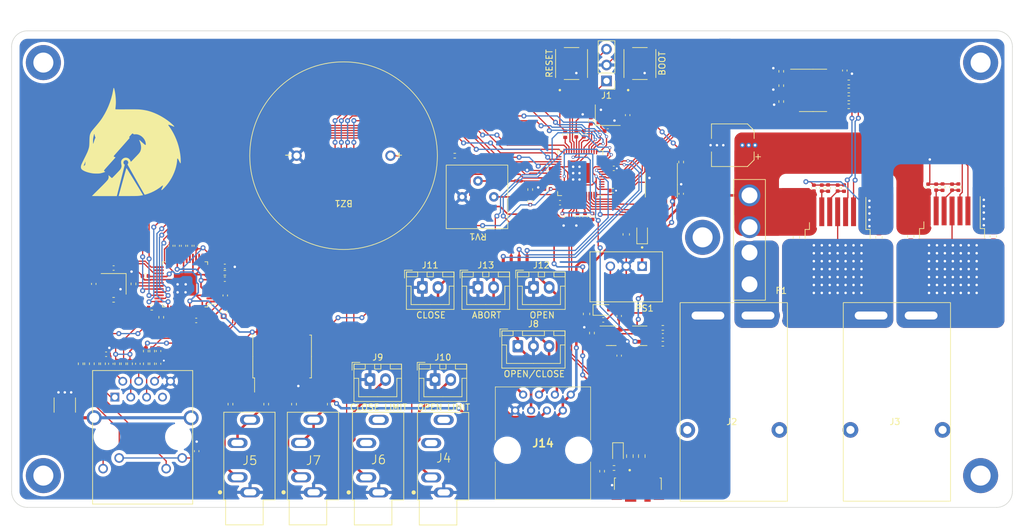
<source format=kicad_pcb>
(kicad_pcb (version 20211014) (generator pcbnew)
  (layers (0 "F.Cu" signal) (31 "B.Cu" signal) (34 "B.Paste" user) (35 "F.Paste" user) (36 "B.SilkS" user "B.Silkscreen") (37 "F.SilkS" user "F.Silkscreen") (38 "B.Mask" user) (39 "F.Mask" user) (44 "Edge.Cuts" user))
  (net 0 "")
  (net 1 "BUZZER")
  (net 2 "GND")
  (net 3 "+3V3")
  (net 4 "+1V1")
  (net 5 "Net-(C14-Pad1)")
  (net 6 "XIN")
  (net 7 "Net-(C17-Pad1)")
  (net 8 "Net-(C18-Pad1)")
  (net 9 "GNDPWR")
  (net 10 "Net-(C20-Pad1)")
  (net 11 "Net-(C21-Pad1)")
  (net 12 "Net-(C21-Pad2)")
  (net 13 "Net-(C22-Pad1)")
  (net 14 "Net-(C22-Pad2)")
  (net 15 "Net-(C23-Pad1)")
  (net 16 "Net-(C24-Pad1)")
  (net 17 "Net-(C25-Pad1)")
  (net 18 "XI")
  (net 19 "Net-(C27-Pad1)")
  (net 20 "+5V")
  (net 21 "+12V")
  (net 22 "MOTOR_A")
  (net 23 "MOTOR_B")
  (net 24 "Net-(C37-Pad1)")
  (net 25 "Net-(C38-Pad1)")
  (net 26 "Net-(C39-Pad1)")
  (net 27 "Net-(C40-Pad1)")
  (net 28 "VBUS")
  (net 29 "Net-(D2-Pad1)")
  (net 30 "12V_UNFUSED")
  (net 35 "SWCLK")
  (net 36 "SWDIO")
  (net 37 "OPEN_LIMIT")
  (net 40 "Net-(J5-Pad2)")
  (net 41 "Net-(J5-Pad3)")
  (net 42 "CLOSE_LIMIT")
  (net 45 "Net-(J7-Pad2)")
  (net 46 "Net-(J7-Pad3)")
  (net 47 "TOGGLE_OPEN")
  (net 48 "TOGGLE_CLOSE")
  (net 49 "CLOSE")
  (net 50 "OPEN")
  (net 51 "ABORT")
  (net 52 "GPIO4")
  (net 53 "FOREWARD_MOTOR")
  (net 54 "GPIO5")
  (net 55 "BACKWARD_MOTOR")
  (net 56 "GPIO6")
  (net 57 "ON")
  (net 58 "GPIO7")
  (net 59 "GPIO8")
  (net 60 "GPIO9")
  (net 61 "GPIO10")
  (net 62 "GPIO11")
  (net 63 "GPIO12")
  (net 64 "GPIO13")
  (net 65 "GPIO14")
  (net 66 "SAFE_TO_MOVE_1")
  (net 67 "GPIO15")
  (net 68 "SAFE_TO_MOVE_2")
  (net 69 "GPIO28{slash}ADC2")
  (net 70 "MAX_SPEED")
  (net 71 "ADC_VREF")
  (net 72 "ADC_REF")
  (net 73 "USB_D_N")
  (net 74 "USB_D_P")
  (net 76 "Net-(P2-Pad1)")
  (net 77 "Net-(P2-Pad3)")
  (net 79 "Net-(P2-Pad9)")
  (net 80 "Net-(P2-Pad11)")
  (net 81 "GPIO29{slash}ADC3")
  (net 82 "IN_A")
  (net 83 "INH_A")
  (net 84 "IN_B")
  (net 85 "INH_B")
  (net 86 "3V3_EN")
  (net 87 "GPIO24")
  (net 88 "XOUT")
  (net 89 "QSPI_SS_N")
  (net 90 "Net-(R6-Pad2)")
  (net 91 "RUN")
  (net 92 "Net-(R7-Pad2)")
  (net 93 "/RP2040/RUSB_D_P")
  (net 94 "/RP2040/RUSB_D_N")
  (net 95 "Net-(R12-Pad1)")
  (net 96 "+3.3VA")
  (net 97 "GPIO20")
  (net 98 "Net-(R17-Pad2)")
  (net 99 "GPIO21")
  (net 100 "ACTn")
  (net 101 "Net-(R20-Pad2)")
  (net 102 "Net-(R21-Pad2)")
  (net 103 "Net-(R22-Pad2)")
  (net 104 "LINKn")
  (net 105 "Net-(R26-Pad2)")
  (net 106 "XO")
  (net 107 "Net-(R30-Pad2)")
  (net 108 "Net-(R32-Pad2)")
  (net 109 "Net-(R37-Pad2)")
  (net 110 "Net-(R39-Pad2)")
  (net 111 "Net-(R41-Pad2)")
  (net 112 "Net-(R43-Pad2)")
  (net 113 "QSPI_SD1")
  (net 114 "QSPI_SD2")
  (net 115 "QSPI_SD0")
  (net 116 "QSPI_SCLK")
  (net 117 "QSPI_SD3")
  (net 121 "GPIO16")
  (net 122 "GPIO17")
  (net 123 "GPIO18")
  (net 124 "GPIO19")
  (net 151 "Net-(BZ1-Pad1)")
  (net 152 "Net-(D3-Pad2)")
  (net 153 "GPIO23")
  (footprint "Resistor_SMD:R_0402_1005Metric" (layer "F.Cu") (at 69.469 93.876 90)
    (fp_text reference "R20" hide)
    (fp_text value "3.3")
  )
  (footprint "NetTie:NetTie-2_SMD_Pad0.5mm" (layer "F.Cu") (at 138.303 77.112 -90)
    (fp_text reference "NT4" hide)
    (fp_text value "NetTie_2")
  )
  (footprint "Resistor_SMD:R_0402_1005Metric" (layer "F.Cu") (at 73.787 93.876 90)
    (fp_text reference "R17" hide)
    (fp_text value "3.3")
  )
  (footprint "Resistor_SMD:R_0402_1005Metric" (layer "F.Cu") (at 78.359 93.876 90)
    (fp_text reference "R23" hide)
    (fp_text value "49.9")
  )
  (footprint "Capacitor_SMD:C_0402_1005Metric" (layer "F.Cu") (at 148.7635 70.32 -90)
    (fp_text reference "C5" hide)
    (fp_text value "0.1uF")
  )
  (footprint "Resistor_SMD:R_0402_1005Metric" (layer "F.Cu") (at 162.941 61.618 90)
    (fp_text reference "R6" hide)
    (fp_text value "1k")
  )
  (footprint "Resistor_SMD:R_0402_1005Metric" (layer "F.Cu") (at 74.803 93.876 90)
    (fp_text reference "R15" hide)
    (fp_text value "49.9")
  )
  (footprint "MountingHole:MountingHole_3.2mm_M3_DIN965_Pad" (layer "F.Cu") (at 60.96 111.76)
    (fp_text reference "H2" hide)
    (fp_text value "MountingHole_Pad")
  )
  (footprint "Connector_PinHeader_2.54mm:PinHeader_1x03_P2.54mm_Vertical" (layer "F.Cu") (at 151.003 48.649 180)
    (fp_text reference "J1")
    (fp_text value "Conn_01x03")
  )
  (footprint "Capacitor_SMD:C_0402_1005Metric" (layer "F.Cu") (at 202.438 65.6336 90)
    (fp_text reference "C32" hide)
    (fp_text value "100nF")
  )
  (footprint "Capacitor_SMD:C_0402_1005Metric" (layer "F.Cu") (at 141.5635 65.92 180)
    (fp_text reference "C9" hide)
    (fp_text value "0.1uF")
  )
  (footprint "Capacitor_SMD:C_0402_1005Metric" (layer "F.Cu") (at 185.42 65.786 90)
    (fp_text reference "C40" hide)
    (fp_text value "1nF")
  )
  (footprint "Capacitor_SMD:C_0402_1005Metric" (layer "F.Cu") (at 160.005 89.403)
    (fp_text reference "C18" hide)
    (fp_text value "0.1uF")
  )
  (footprint "Connector_JST:JST_XH_B2B-XH-A_1x02_P2.50mm_Vertical" (layer "F.Cu") (at 121.559 81.667)
    (fp_text reference "J11")
    (fp_text value "B2B-XH-A")
  )
  (footprint "NetTie:NetTie-2_SMD_Pad0.5mm" (layer "F.Cu") (at 97.917 85.481 -90)
    (fp_text reference "NT11" hide)
    (fp_text value "NetTie_2")
  )
  (footprint "Resistor_SMD:R_0402_1005Metric" (layer "F.Cu") (at 72.193 83.646)
    (fp_text reference "R28" hide)
    (fp_text value "0")
  )
  (footprint "Capacitor_SMD:C_0402_1005Metric" (layer "F.Cu") (at 187.96 65.786 90)
    (fp_text reference "C39" hide)
    (fp_text value "100nF")
  )
  (footprint "Capacitor_SMD:C_0402_1005Metric" (layer "F.Cu") (at 152.019 66.19)
    (fp_text reference "C12" hide)
    (fp_text value "0.1uF")
  )
  (footprint "Package_TO_SOT_SMD:TO-263-7_TabPin8" (layer "F.Cu") (at 187.96 75.3456 -90)
    (fp_text reference "Q3" hide)
    (fp_text value "BTN8962TA")
  )
  (footprint "NetTie:NetTie-2_SMD_Pad0.5mm" (layer "F.Cu") (at 177.038 51.435)
    (fp_text reference "NT3" hide)
    (fp_text value "NetTie_2")
  )
  (footprint "Resistor_SMD:R_0402_1005Metric" (layer "F.Cu") (at 160.005 88.133 180)
    (fp_text reference "R8" hide)
    (fp_text value "100k")
  )
  (footprint "Capacitor_SMD:C_0402_1005Metric" (layer "F.Cu") (at 153.02 86.228 90)
    (fp_text reference "C2" hide)
    (fp_text value "1uF")
  )
  (footprint "Capacitor_SMD:C_0603_1608Metric" (layer "F.Cu") (at 194.564 73.66 90)
    (fp_text reference "C36" hide)
    (fp_text value "220nF")
  )
  (footprint "Capacitor_SMD:C_0402_1005Metric" (layer "F.Cu") (at 89.973 78.312)
    (fp_text reference "C49" hide)
    (fp_text value "0.1uF")
  )
  (footprint "Capacitor_SMD:C_0402_1005Metric" (layer "F.Cu") (at 143.5635 68.12 180)
    (fp_text reference "C6" hide)
    (fp_text value "1uF")
  )
  (footprint "Capacitor_SMD:C_0402_1005Metric" (layer "F.Cu") (at 90.043 82.954 -90)
    (fp_text reference "C48" hide)
    (fp_text value "0.1uF")
  )
  (footprint "Inductor_SMD:L_0603_1608Metric" (layer "F.Cu") (at 89.789 85.494 90)
    (fp_text reference "L1" hide)
    (fp_text value "600mA")
  )
  (footprint "Capacitor_SMD:C_0603_1608Metric" (layer "F.Cu") (at 181.356 73.66 -90)
    (fp_text reference "C34" hide)
    (fp_text value "220nF")
  )
  (footprint "NetTie:NetTie-2_SMD_Pad0.5mm" (layer "F.Cu") (at 136.8975 67.19 180)
    (fp_text reference "NT14" hide)
    (fp_text value "NetTie_2")
  )
  (footprint "01-rickbassham:CUI_SJ1-3534" (layer "F.Cu") (at 94.0065 114.427 90)
    (fp_text reference "J5")
    (fp_text value "SJ1-3534")
  )
  (footprint "01-rickbassham:MOLEX_47346-0001" (layer "F.Cu") (at 156.01 114.9875)
    (fp_text reference "P1" hide)
    (fp_text value "47346-0001")
  )
  (footprint "01-rickbassham:SW_TS-1187A-B-A-B" (layer "F.Cu") (at 156.337 45.87 90)
    (fp_text reference "SW1" hide)
    (fp_text value "SW_Push")
  )
  (footprint "Capacitor_SMD:C_0603_1608Metric" (layer "F.Cu") (at 154.1575 73.19175 -90)
    (fp_text reference "C30" hide)
    (fp_text value "10uF")
  )
  (footprint "Resistor_SMD:R_0402_1005Metric" (layer "F.Cu") (at 66.929 93.878 -90)
    (fp_text reference "R25" hide)
    (fp_text value "470")
  )
  (footprint "Capacitor_SMD:C_0402_1005Metric" (layer "F.Cu") (at 151.2055 56.661)
    (fp_text reference "C16" hide)
    (fp_text value "15pF")
  )
  (footprint "Resistor_SMD:R_0402_1005Metric" (layer "F.Cu") (at 178.943 47.115 -90)
    (fp_text reference "R38" hide)
    (fp_text value "1k")
  )
  (footprint "Capacitor_SMD:C_0402_1005Metric" (layer "F.Cu") (at 84.385 75.01 90)
    (fp_text reference "C50" hide)
    (fp_text value "0.1uF")
  )
  (footprint "Package_TO_SOT_SMD:SOT-23-5" (layer "F.Cu") (at 151.75 89.403)
    (fp_text reference "U1" hide)
    (fp_text value "LM8805SF5-3.3")
  )
  (footprint "Capacitor_SMD:C_0603_1608Metric" (layer "F.Cu") (at 199.644 73.5076 -90)
    (fp_text reference "C33" hide)
    (fp_text value "220nF")
  )
  (footprint "01-rickbassham:500E−0076" (layer "F.Cu") (at 135.5325 74.81 180)
    (fp_text reference "RV1")
    (fp_text value "500E-0076")
  )
  (footprint "Capacitor_SMD:C_0402_1005Metric" (layer "F.Cu") (at 189.103 46.99 -90)
    (fp_text reference "C41" hide)
    (fp_text value "100pF")
  )
  (footprint "Resistor_SMD:R_0402_1005Metric" (layer "F.Cu") (at 78.289 84.916)
    (fp_text reference "R18" hide)
    (fp_text value "4.7k")
  )
  (footprint "Connector_JST:JST_XH_B2B-XH-A_1x02_P2.50mm_Vertical" (layer "F.Cu") (at 130.449 81.667)
    (fp_text reference "J13")
    (fp_text value "B2B-XH-A")
  )
  (footprint "Resistor_SMD:R_0402_1005Metric" (layer "F.Cu") (at 70.485 93.876 90)
    (fp_text reference "R16" hide)
    (fp_text value "49.9")
  )
  (footprint "01-rickbassham:PP45-SHORT" (layer "F.Cu") (at 178.649 115.856 180)
    (fp_text reference "J2")
    (fp_text value "PP45-OFFSET")
  )
  (footprint "Capacitor_SMD:C_0402_1005Metric" (layer "F.Cu") (at 76.073 93.876 90)
    (fp_text reference "C21" hide)
    (fp_text value "6.8nF")
  )
  (footprint "MountingHole:MountingHole_3.2mm_M3_DIN965_Pad" (layer "F.Cu") (at 166.37 73.66)
    (fp_text reference "H5" hide)
    (fp_text value "MountingHole_Pad")
  )
  (footprint "Diode_SMD:D_SOD-323" (layer "F.Cu") (at 150.3475 85.273)
    (fp_text reference "D3" hide)
    (fp_text value "BAT60A")
  )
  (footprint "01-rickbassham:logo" (layer "F.Cu") (at 74.93 58.42)
    (fp_text reference "G***" hide)
    (fp_text value "LOGO" hide)
  )
  (footprint "Resistor_SMD:R_0402_1005Metric" (layer "F.Cu") (at 96.5915 100.332 90)
    (fp_text reference "R29" hide)
    (fp_text value "100")
  )
  (footprint "Resistor_SMD:R_0402_1005Metric" (layer "F.Cu") (at 75.368 81.106 -90)
    (fp_text reference "R27" hide)
    (fp_text value "1M")
  )
  (footprint "Capacitor_SMD:C_0402_1005Metric" (layer "F.Cu") (at 85.401 86.948)
    (fp_text reference "C44" hide)
    (fp_text value "0.1uF")
  )
  (footprint "Capacitor_SMD:C_0603_1608Metric" (layer "F.Cu") (at 212.852 73.5076 90)
    (fp_text reference "C35" hide)
    (fp_text value "220nF")
  )
  (footprint "NetTie:NetTie-2_SMD_Pad0.5mm" (layer "F.Cu") (at 109.4475 106.703 -90)
    (fp_text reference "NT9" hide)
    (fp_text value "NetTie_2")
  )
  (footprint "Resistor_SMD:R_0402_1005Metric" (layer "F.Cu") (at 106.7515 100.332 90)
    (fp_text reference "R31" hide)
    (fp_text value "100")
  )
  (footprint "NetTie:NetTie-2_SMD_Pad0.5mm" (layer "F.Cu") (at 133.223 77.112 -90)
    (fp_text reference "NT8" hide)
    (fp_text value "NetTie_2")
  )
  (footprint "Capacitor_SMD:C_0603_1608Metric" (layer "F.Cu") (at 147.8075 85.908 -90)
    (fp_text reference "C28" hide)
    (fp_text value "22uF")
  )
  (footprint "NetTie:NetTie-2_SMD_Pad0.5mm" (layer "F.Cu") (at 134.493 77.112 -90)
    (fp_text reference "NT6" hide)
    (fp_text value "NetTie_2")
  )
  (footprint "Capacitor_SMD:C_0402_1005Metric" (layer "F.Cu") (at 70.993 92.352)
    (fp_text reference "C45" hide)
    (fp_text value "0.1uF")
  )
  (footprint "Resistor_SMD:R_0402_1005Metric" (layer "F.Cu") (at 152.2 110.5425 180)
    (fp_text reference "R2" hide)
    (fp_text value "5.6k")
  )
  (footprint "Capacitor_SMD:C_0402_1005Metric" (layer "F.Cu") (at 147.5635 70.32 -90)
    (fp_text reference "C7" hide)
    (fp_text value "0.1uF")
  )
  (footprint "Capacitor_SMD:C_0402_1005Metric" (layer "F.Cu") (at 147.3635 57.12 90)
    (fp_text reference "C11" hide)
    (fp_text value "0.1uF")
  )
  (footprint "Resistor_SMD:R_0402_1005Metric" (layer "F.Cu") (at 189.738 50.165 180)
    (fp_text reference "R39" hide)
    (fp_text value "10k")
  )
  (footprint "Capacitor_SMD:C_0402_1005Metric" (layer "F.Cu") (at 71.755 93.876 90)
    (fp_text reference "C20" hide)
    (fp_text value "22nF")
  )
  (footprint "Resistor_SMD:R_0402_1005Metric" (layer "F.Cu") (at 144.399 57.173 90)
    (fp_text reference "R7" hide)
    (fp_text value "1k")
  )
  (footprint "Connector_JST:JST_XH_B3B-XH-A_1x03_P2.50mm_Vertical" (layer "F.Cu") (at 136.819 91.065)
    (fp_text reference "J8")
    (fp_text value "B3B-XH-A")
  )
  (footprint "NetTie:NetTie-2_SMD_Pad0.5mm" (layer "F.Cu") (at 137.033 77.112 -90)
    (fp_text reference "NT5" hide)
    (fp_text value "NetTie_2")
  )
  (footprint "Crystal:Crystal_SMD_3225-4Pin_3.2x2.5mm" (layer "F.Cu") (at 151.2055 54.121)
    (fp_text reference "Y1" hide)
    (fp_text value "Crystal_GND24")
  )
  (footprint "Resistor_SMD:R_0402_1005Metric" (layer "F.Cu") (at 77.343 93.876 90)
    (fp_text reference "R24" hide)
    (fp_text value "49.9")
  )
  (footprint "Connector_JST:JST_XH_B2B-XH-A_1x02_P2.50mm_Vertical" (layer "F.Cu") (at 139.339 81.667)
    (fp_text reference "J12")
    (fp_text value "B2B-XH-A")
  )
  (footprint "Package_TO_SOT_SMD:SOT-23" (layer "F.Cu") (at 156.83 89.403)
    (fp_text reference "Q1" hide)
    (fp_text value "2N7002")
  )
  (footprint "Capacitor_SMD:C_0402_1005Metric" (layer "F.Cu") (at 143.9635 70.32 -90)
    (fp_text reference "C3" hide)
    (fp_text value "1uF")
  )
  (footprint "Resistor_SMD:R_0603_1608Metric" (layer "F.Cu") (at 156.645 108.6375 -90)
    (fp_text reference "R9" hide)
    (fp_text value "27")
  )
  (footprint "01-rickbassham:CUI_SJ1-3534" (layer "F.Cu") (at 104.1665 114.427 90)
    (fp_text reference "J7")
    (fp_text value "SJ1-3534")
  )
  (footprint "Resistor_SMD:R_0402_1005Metric" (layer "F.Cu") (at 186.436 65.786 90)
    (fp_text reference "R36" hide)
    (fp_text value "1k")
  )
  (footprint "Connector_JST:JST_XH_B2B-XH-A_1x02_P2.50mm_Vertical" (layer "F.Cu") (at 113.177 96.399)
    (fp_text reference "J9")
    (fp_text value "B2B-XH-A")
  )
  (footprint "NetTie:NetTie-2_SMD_Pad0.5mm" (layer "F.Cu") (at 135.763 77.112 -90)
    (fp_text reference "NT7" hide)
    (fp_text value "NetTie_2")
  )
  (footprint "Connector_JST:JST_XH_B2B-XH-A_1x02_P2.50mm_Vertical" (layer "F.Cu") (at 123.591 96.399)
    (fp_text reference "J10")
    (fp_text value "B2B-XH-A")
  )
  (footprint "Capacitor_SMD:C_0402_1005Metric" (layer "F.Cu") (at 85.401 75.01 90)
    (fp_text reference "C51" hide)
    (fp_text value "0.1uF")
  )
  (footprint "Resistor_SMD:R_0402_1005Metric" (layer "F.Cu") (at 148.4955 55.025 90)
    (fp_text reference "R4" hide)
    (fp_text value "1k")
  )
  (footprint "01-rickbassham:CUI_SJ1-3534" (layer "F.Cu") (at 114.5805 114.44 90)
    (fp_text reference "J6")
    (fp_text value "SJ1-3534")
  )
  (footprint "Capacitor_SMD:C_0402_1005Metric" (layer "F.Cu") (at 206.248 65.6336 90)
    (fp_text reference "C38" hide)
    (fp_text value "100nF")
  )
  (footprint "Capacitor_SMD:C_0402_1005Metric" (layer "F.Cu") (at 79.375 91.844 -90)
    (fp_text reference "C22" hide)
    (fp_text value "6.8nF")
  )
  (footprint "Capacitor_SMD:C_0402_1005Metric" (layer "F.Cu") (at 85.471 107.846 90)
    (fp_text reference "C42" hide)
    (fp_text value "1uF")
  )
  (footprint "Resistor_SMD:R_0402_1005Metric" (layer "F.Cu") (at 189.738 52.705 180)
    (fp_text reference "R43" hide)
    (fp_text value "10k")
  )
  (footprint "Capacitor_SMD:C_0402_1005Metric" (layer "F.Cu") (at 184.15 65.786 90)
    (fp_text reference "C31" hide)
    (fp_text value "100nF")
  )
  (footprint "01-rickbassham:AI-3035-TWT-3V-R" (layer "F.Cu") (at 108.959 60.602 180)
    (fp_text reference "BZ1")
    (fp_text value "Buzzer")
  )
  (footprint "MountingHole:MountingHole_3.2mm_M3_DIN965_Pad" (layer "F.Cu") (at 60.96 45.72)
    (fp_text reference "H1" hide)
    (fp_text value "MountingHole_Pad")
  )
  (footprint "Resistor_SMD:R_0402_1005Metric" (layer "F.Cu") (at 189.738 48.895 180)
    (fp_text reference "R37" hide)
    (fp_text value "10k")
  )
  (footprint "Resistor_SMD:R_0402_1005Metric" (layer "F.Cu") (at 78.359 91.844 90)
    (fp_text reference "R21" hide)
    (fp_text value "3.3")
  )
  (footprint "Capacitor_SMD:C_0402_1005Metric" (layer "F.Cu") (at 153.02 92.578 -90)
    (fp_text reference "C14" hide)
    (fp_text value "0.1uF")
  )
  (footprint "Capacitor_SMD:C_0402_1005Metric" (layer "F.Cu") (at 81.337 75.01 90)
    (fp_text reference "C25" hide)
    (fp_text value "0.1uF")
  )
  (footprint "Diode_SMD:D_SOD-323" (layer "F.Cu") (at 152.835 108.0025 -90)
    (fp_text reference "D1" hide)
    (fp_text value "BAT60A")
  )
  (footprint "NetTie:NetTie-2_SMD_Pad0.5mm" (layer "F.Cu") (at 177.038 47.625)
    (fp_text reference "NT1" hide)
    (fp_text value "NetTie_2")
  )
  (footprint "01-rickbassham:RP2040" (layer "F.Cu") (at 146.8035 63.38 180)
    (fp_text reference "U3" hide)
    (fp_text value "RP2040")
  )
  (footprint "NetTie:NetTie-2_SMD_Pad0.5mm" (layer "F.Cu") (at 136.8975 64.65 180)
    (fp_text reference "NT13" hide)
    (fp_text value "NetTie_2")
  )
  (footprint "Capacitor_SMD:C_0402_1005Metric" (layer "F.Cu") (at 203.708 65.6336 90)
    (fp_text reference "C37" hide)
    (fp_text value "1nF")
  )
  (footprint "Capacitor_SMD:C_0402_1005Metric" (layer "F.Cu") (at 162.941 66.698 90)
    (fp_text reference "C15" hide)
    (fp_text value "0.1uF")
  )
  (footprint "Resistor_SMD:R_0402_1005Metric" (layer "F.Cu") (at 189.738 51.435 180)
    (fp_text reference "R41" hide)
    (fp_text value "10k")
  )
  (footprint "Resistor_SMD:R_0402_1005Metric" (layer "F.Cu") (at 160.005 90.673 180)
    (fp_text reference "R5" hide)
    (fp_text value "200k")
  )
  (footprint "Package_SO:SOP-8_6.62x9.15mm_P2.54mm" (layer "F.Cu") (at 99.1315 92.712 90)
    (fp_text reference "U9" hide)
    (fp_text value "TLP521-2")
  )
  (footprint "Resistor_SMD:R_0402_1005Metric" (layer "F.Cu") (at 178.943 51.945 90)
    (fp_text reference "R42" hide)
    (fp_text value "1k")
  )
  (footprint "Diode_SMD:D_SOD-323" (layer "F.Cu") (at 156.6975 73.19175 90)
    (fp_text reference "D2" hide)
    (fp_text value "1N5819WS")
  )
  (footprint "NetTie:NetTie-2_SMD_Pad0.5mm" (layer "F.Cu") (at 129.279 60.602 180)
    (fp_text reference "NT15" hide)
    (fp_text value "NetTie_2")
  )
  (footprint "Capacitor_SMD:C_0402_1005Metric" (layer "F.Cu") (at 150.48 86.863)
    (fp_text reference "C1" hide)
    (fp_text value "1uF")
  )
  (footprint "01-rickbassham:J1B1211CCD" (layer "F.Cu") (at 76.835 105.56)
    (fp_text reference "P2" hide)
    (fp_text value "RJ45_LED_Shielded")
  )
  (footprint "Capacitor_SMD:C_0402_1005Metric" (layer "F.Cu") (at 89.973 80.344)
    (fp_text reference "C47" hide)
    (fp_text value "0.1uF")
  )
  (footprint "Resistor_SMD:R_0402_1005Metric" (layer "F.Cu") (at 188.976 65.786 90)
    (fp_text reference "R35" hide)
    (fp_text value "0.51k")
  )
  (footprint "Package_SO:SOIC-8_3.9x4.9mm_P1.27mm" (layer "F.Cu") (at 159.766 65.278 -90)
    (fp_text reference "U2" hide)
    (fp_text value "W25Q16JVSNIQ")
  )
  (footprint "Capacitor_SMD:C_0402_1005Metric" (layer "F.Cu") (at 146.1635 57.12 90)
    (fp_text reference "C4" hide)
    (fp_text value "0.1uF")
  )
  (footprint "Resistor_SMD:R_0402_1005Metric" (layer "F.Cu") (at 150.295 111.0525 -90)
    (fp_text reference "R3" hide)
    (fp_text value "10k")
  )
  (footprint "Resistor_SMD:R_0402_1005Metric" (layer "F.Cu") (at 101.0365 100.332 90)
    (fp_text reference "R32" hide)
    (fp_text value "10k")
  )
  (footprint "Capacitor_SMD:C_0402_1005Metric" (layer "F.Cu") (at 82.353 75.01 90)
    (fp_text reference "C46" hide)
    (fp_text value "0.1uF")
  )
  (footprint "NetTie:NetTie-2_SMD_Pad0.5mm" (layer "F.Cu") (at 119.8615 106.703 -90)
    (fp_text reference "NT10" hide)
    (fp_text value "NetTie_2")
  )
  (footprint "Capacitor_SMD:CP_Elec_6.3x7.7" (layer "F.Cu") (at 171.196 58.928 180)
    (fp_text reference "C29" hide)
    (fp_text value "470uF")
  )
  (footprint "01-rickbassham:SW_TS-1187A-B-A-B" (layer "F.Cu") (at 145.415 45.87 90)
    (fp_text reference "SW2" hide)
    (fp_text value "SW_Push")
  )
  (footprint "Capacitor_SMD:C_0402_1005Metric" (layer "F.Cu") (at 154.3805 54.121 -90)
    (fp_text reference "C17" hide)
    (fp_text value "15pF")
  )
  (footprint "Package_SO:TSSOP-20_4.4x6.5mm_P0.65mm" (layer "F.Cu") (at 184.023 50.165)
    (fp_text reference "U10" hide)
    (fp_text value "SN74AHC244PWR")
  )
  (footprint "Resistor_SMD:R_0402_1005Metric" (layer "F.Cu") (at 148.675 88.963 -90)
    (fp_text reference "R1" hide)
    (fp_text value "100k")
  )
  (footprint "Capacitor_SMD:C_0402_1005Metric" (layer "F.Cu") (at 141.5635 62.72 180)
    (fp_text reference "C10" hide)
    (fp_text value "0.1uF")
  )
  (footprint "01-rickbassham:CONV_P78E05-1000" (layer "F.Cu") (at 154.1575 78.27175 180)
    (fp_text reference "PS1")
    (fp_text value "P78E05-1000")
  )
  (footprint "Resistor_SMD:R_0402_1005Metric" (layer "F.Cu") (at 90.8765 100.332 90)
    (fp_text reference "R30" hide)
    (fp_text value "10k")
  )
  (footprint "Resistor_SMD:R_0402_1005Metric" (layer "F.Cu") (at 89.973 79.328 180)
    (fp_text reference "R26" hide)
    (fp_text value "12.4k/1%")
  )
  (footprint "01-rickbassham:PP45-SHORT" (layer "F.Cu") (at 204.7348 115.85 180)
    (fp_text reference "J3")
    (fp_text value "PP45-OFFSET")
  )
  (footprint "Resistor_SMD:R_0402_1005Metric" (layer "F.Cu") (at 138.8025 66.015 -90)
    (fp_text reference "R12" hide)
    (fp_text value "1")
  )
  (footprint "Capacitor_SMD:C_0402_1005Metric" (layer "F.Cu") (at 83.369 75.01 90)
    (fp_text reference "C24" hide)
    (fp_text value "4.7uF")
  )
  (footprint "Capacitor_SMD:C_0402_1005Metric" (layer "F.Cu") (at 79.375 93.876 90)
    (fp_text reference "C23" hide)
    (fp_text value "0.1uF")
  )
  (footprint "Capacitor_SMD:C_0402_1005Metric" (layer "F.Cu") (at 152.1635 62.634)
    (fp_text reference "C13" hide)
    (fp_text value "0.1uF")
  )
  (footprint "Capacitor_SMD:C_0402_1005Metric" (layer "F.Cu") (at 72.193 78.566 180)
    (fp_text reference "C26" hide)
    (fp_text value "18pF")
  )
  (footprint "NetTie:NetTie-2_SMD_Pad0.5mm" (layer "F.Cu") (at 102.997 85.481 -90)
    (fp_text reference "NT12" hide)
    (fp_text value "NetTie_2")
  )
  (footprint "Package_TO_SOT_SMD:TO-263-7_TabPin8" (layer "F.Cu") (at 206.248 75.2126 -90)
    (fp_text reference "Q2" hide)
    (fp_text value "BTN8962TA")
  )
  (footprint "Resistor_SMD:R_0402_1005Metric" (layer "F.Cu") (at 207.264 65.6336 90)
    (fp_text reference "R34" hide)
    (fp_text value "0.51k")
  )
  (footprint "Resistor_SMD:R_0402_1005Metric" (layer "F.Cu") (at 67.945 93.876 -90)
    (fp_text reference "R19" hide)
    (fp_text value "470")
  )
  (footprint "NetTie:NetTie-2_SMD_Pad0.5mm" (layer "F.Cu") (at 177.038 48.895)
    (fp_text reference "NT2" hide)
    (fp_text value "NetTie_2")
  )
  (footprint "Resistor_SMD:R_0603_1608Metric" (layer "F.Cu") (at 154.74 108.6375 -90)
    (fp_text reference "R10" hide)
    (fp_text value "27")
  )
  (footprint "Resistor_SMD:R_0402_1005Metric" (layer "F.Cu") (at 204.724 65.6336 90)
    (fp_text reference "R33" hide)
    (fp_text value "1k")
  )
  (footprint "Resistor_SMD:R_0402_1005Metric" (layer "F.Cu") (at 79.813 86.44 90)
    (fp_text reference "R14" hide)
    (fp_text value "4.7k")
  )
  (footprint "Capacitor_SMD:C_1812_4532Metric" (layer "F.Cu") (at 64.389 100.48 90)
    (fp_text reference "C19" hide)
    (fp_text value "1nF/22kV")
  )
  (footprint "01-rickbassham:Keystone 3522-2 Fuse Holder" (layer "F.Cu") (at 173.863 72.032 90)
    (fp_text reference "F1")
    (fp_text value "Fuse")
  )
  (footprint "Capacitor_SMD:C_0402_1005Metric" (layer "F.Cu") (at 146.3635 70.32 -90)
    (fp_text reference "C8" hide)
    (fp_text value "0.1uF")
  )
  (footprint "MountingHole:MountingHole_3.2mm_M3_DIN965_Pad" (layer "F.Cu") (at 210.82 45.72)
    (fp_text reference "H3" hide)
    (fp_text value "MountingHole_Pad")
  )
  (footprint "Resistor_SMD:R_0402_1005Metric" (layer "F.Cu") (at 178.943 49.405 90)
    (fp_text reference "R40" hide)
    (fp_text value "1k")
  )
  (footprint "Resistor_SMD:R_0402_1005Metric" (layer "F.Cu") (at 126.739 60.602 180)
    (fp_text reference "R44" hide)
    (fp_text value "470")
  )
  (footprint "Capacitor_SMD:C_0402_1005Metric" (layer "F.Cu") (at 69.018 81.106 90)
    (fp_text reference "C27" hide)
    (fp_text value "18pF")
  )
  (footprint "Resistor_SMD:R_0402_1005Metric" (layer "F.Cu") (at 138.8025 67.92 -90)
    (fp_text reference "R11" hide)
    (fp_text value "200")
  )
  (footprint "01-rickbassham:CUI_SJ1-3534" (layer "F.Cu") (at 124.968 114.45 90)
    (fp_text reference "J4")
    (fp_text value "SJ1-3534")
  )
  (footprint "Resistor_SMD:R_0402_1005Metric" (layer "F.Cu") (at 72.771 93.876 90)
    (fp_text reference "R13" hide)
    (fp_text value "10R/1%")
  )
  (footprint "Package_QFP:LQFP-48-1EP_7x7mm_P0.5mm_EP3.6x3.6mm" (layer "F.Cu") (at 83.623 81.176 180)
    (fp_text reference "U4" hide)
    (fp_text value "W5500")
  )
  (footprint "Crystal:Crystal_SMD_3225-4Pin_3.2x2.5mm" (layer "F.Cu") (at 72.193 81.106 180)
    (fp_text reference "Y2" hide)
    (fp_text value "C700768")
  )
  (footprint "MountingHole:MountingHole_3.2mm_M3_DIN965_Pad" (layer "F.Cu") (at 210.82 111.76)
    (fp_text reference "H4" hide)
    (fp_text value "MountingHole_Pad")
  )
  (footprint "Capacitor_SMD:C_0402_1005Metric" (layer "F.Cu") (at 77.273 79.836 180)
    (fp_text reference "C43" hide)
    (fp_text value "0.1uF")
  )
  (footprint "01-rickbassham:54601908WPLF" (layer "F.Cu") (at 136.398 101.346)
    (fp_text reference "J14")
    (fp_text value "54601-908WPLF" hide)
  )
  (footprint "Resistor_SMD:R_0402_1005Metric" (layer "F.Cu") (at 77.343 91.844 90)
    (fp_text reference "R22" hide)
    (fp_text value "3.3")
  )
  (gr_arc (start 55.88 43.18) (mid 56.623949 41.383949) (end 58.42 40.64) (layer "Edge.Cuts") (width 0.1))
  (gr_arc (start 213.36 40.64) (mid 215.156051 41.383949) (end 215.9 43.18) (layer "Edge.Cuts") (width 0.1))
  (gr_line (start 213.36 40.64) (end 58.42 40.64) (layer "Edge.Cuts") (width 0.1))
  (gr_line (start 215.9 114.3) (end 215.9 43.18) (layer "Edge.Cuts") (width 0.1))
  (gr_line (start 58.42 116.84) (end 213.36 116.84) (layer "Edge.Cuts") (width 0.1))
  (gr_line (start 55.88 43.18) (end 55.88 114.3) (layer "Edge.Cuts") (width 0.1))
  (gr_arc (start 58.42 116.84) (mid 56.623949 116.096051) (end 55.88 114.3) (layer "Edge.Cuts") (width 0.1))
  (gr_arc (start 215.9 114.3) (mid 215.156051 116.096051) (end 213.36 116.84) (layer "Edge.Cuts") (width 0.1))
  (gr_text "RESET" (at 141.859 45.87 90) (layer "F.SilkS") (effects (font (size 1 1))))
  (gr_text "OPEN" (at 140.716 86.106) (layer "F.SilkS") (effects (font (size 1 1))))
  (gr_text "ABORT" (at 131.826 86.106) (layer "F.SilkS") (effects (font (size 1 1))))
  (gr_text "BOOT" (at 159.893 45.87 90) (layer "F.SilkS") (effects (font (size 1 1))))
  (gr_text "CLOSE" (at 122.936 86.106) (layer "F.SilkS") (effects (font (size 1 1))))
  (gr_text "CLOSE LIMIT" (at 114.554 100.838) (layer "F.SilkS") (effects (font (size 1 1))))
  (gr_text "OPEN LIMIT" (at 124.968 100.838) (layer "F.SilkS") (effects (font (size 1 1))))
  (gr_text "OPEN/CLOSE" (at 139.446 95.504) (layer "F.SilkS") (effects (font (size 1 1))))
  (segment (start 128.779 60.602) (end 127.249 60.602) (width 0.25) (layer "F.Cu") (net 1))
  (segment (start 202.692 64.8996) (end 202.438 65.1536) (width 0.2) (layer "F.Cu") (net 2))
  (segment (start 160.485 88.163) (end 160.515 88.133) (width 0.25) (layer "F.Cu") (net 2))
  (segment (start 83.369 74.53) (end 84.385 74.53) (width 0.2) (layer "F.Cu") (net 2))
  (segment (start 187.93 65.276) (end 187.96 65.306) (width 0.2) (layer "F.Cu") (net 2))
  (segment (start 157.7255 64.0225) (end 157.861 64.158) (width 0.2) (layer "F.Cu") (net 2))
  (segment (start 157.31 112.3275) (end 158.4125 112.3275) (width 0.25) (layer "F.Cu") (net 2))
  (segment (start 146.177 47.757) (end 147.29 48.87) (width 0.2) (layer "F.Cu") (net 2))
  (segment (start 71.473 91.364) (end 71.473 92.352) (width 0.2) (layer "F.Cu") (net 2))
  (segment (start 86.685994 79.629) (end 85.17 79.629) (width 0.25) (layer "F.Cu") (net 2))
  (segment (start 151.892 113.284) (end 152.635 114.027) (width 0.2) (layer "F.Cu") (net 2))
  (segment (start 148.089511 42.070489) (end 152.770511 42.070489) (width 0.2) (layer "F.Cu") (net 2))
  (segment (start 152.0555 54.971) (end 152.3055 54.971) (width 0.25) (layer "F.Cu") (net 2))
  (segment (start 150.3555 53.271) (end 152.0555 54.971) (width 0.25) (layer "F.Cu") (net 2))
  (segment (start 147.447 87.0435) (end 147.8075 86.683) (width 0.2) (layer "F.Cu") (net 2))
  (segment (start 158.13 85.748) (end 153.02 85.748) (width 0.25) (layer "F.Cu") (net 2))
  (segment (start 151.6175 91.66243) (end 151.6175 90.024428) (width 0.25) (layer "F.Cu") (net 2))
  (segment (start 152.3055 54.971) (end 152.3055 56.041) (width 0.25) (layer "F.Cu") (net 2))
  (segment (start 102.6855 95.631) (end 102.9415 95.887) (width 0.4) (layer "F.Cu") (net 2))
  (segment (start 152.770511 42.070489) (end 157.412489 42.070489) (width 0.2) (layer "F.Cu") (net 2))
  (segment (start 80.2225 93.368) (end 79.403 93.368) (width 0.2) (layer "F.Cu") (net 2))
  (segment (start 181.1605 53.09) (end 179.578 53.09) (width 0.2) (layer "F.Cu") (net 2))
  (segment (start 79.4605 80.426) (end 78.12993 80.426) (width 0.25) (layer "F.Cu") (net 2))
  (segment (start 140.8455 65.682) (end 141.0835 65.92) (width 0.2) (layer "F.Cu") (net 2))
  (segment (start 153.5225 112.4125) (end 153.5225 114.1) (width 0.25) (layer "F.Cu") (net 2))
  (segment (start 143.9635 70.8) (end 143.9635 71.5965) (width 0.2) (layer "F.Cu") (net 2))
  (segment (start 77.14552 80.47052) (end 76.793 80.118) (width 0.25) (layer "F.Cu") (net 2))
  (segment (start 83.373 77.0135) (end 83.373 80.926) (width 0.25) (layer "F.Cu") (net 2))
  (segment (start 157.099 47.394) (end 157.099 47.757) (width 0.2) (layer "F.Cu") (net 2))
  (segment (start 85.873 77.0135) (end 85.873 78.536386) (width 0.25) (layer "F.Cu") (net 2))
  (segment (start 207.234 65.1536) (end 207.264 65.1236) (width 0.2) (layer "F.Cu") (net 2))
  (segment (start 71.713 79.636) (end 71.093 80.256) (width 0.25) (layer "F.Cu") (net 2))
  (segment (start 85.692489 79.233511) (end 83.75 81.176) (width 0.25) (layer "F.Cu") (net 2))
  (segment (start 85.465 82.926) (end 87.7855 82.926) (width 0.25) (layer "F.Cu") (net 2))
  (segment (start 87.7855 82.926) (end 89.04807 82.926) (width 0.25) (layer "F.Cu") (net 2))
  (segment (start 98.1175 95.631) (end 102.6855 95.631) (width 0.4) (layer "F.Cu") (net 2))
  (segment (start 152.3055 54.971) (end 154.0105 54.971) (width 0.25) (layer "F.Cu") (net 2))
  (segment (start 152.3055 56.041) (end 151.6855 56.661) (width 0.25) (layer "F.Cu") (net 2))
  (segment (start 102.9415 95.887) (end 102.9415 97.237) (width 0.4) (layer "F.Cu") (net 2))
  (segment (start 158.4125 112.3275) (end 158.4975 112.4125) (width 0.25) (layer "F.Cu") (net 2))
  (segment (start 75.057 79.144) (end 76.101 79.144) (width 0.2) (layer "F.Cu") (net 2))
  (segment (start 153.02 93.058) (end 153.01307 93.058) (width 0.25) (layer "F.Cu") (net 2))
  (segment (start 97.8615 97.237) (end 97.8615 95.887) (width 0.4) (layer "F.Cu") (net 2))
  (segment (start 69.018 80.626) (end 70.723 80.626) (width 0.25) (layer "F.Cu") (net 2))
  (segment (start 97.8615 95.887) (end 98.1175 95.631) (width 0.4) (layer "F.Cu") (net 2))
  (segment (start 143.9635 71.5965) (end 144.145 71.778) (width 0.2) (layer "F.Cu") (net 2))
  (segment (start 140.824489 62.979011) (end 141.0835 62.72) (width 0.2) (layer "F.Cu") (net 2))
  (segment (start 147.447 88.034) (end 147.447 87.0435) (width 0.2) (layer "F.Cu") (net 2))
  (segment (start 178.943 49.915) (end 177.796 49.915) (width 0.2) (layer "F.Cu") (net 2))
  (segment (start 152.075 85.748) (end 153.02 85.748) (width 0.25) (layer "F.Cu") (net 2))
  (segment (start 89.55607 83.434) (end 90.043 83.434) (width 0.25) (layer "F.Cu") (net 2))
  (segment (start 85.692489 78.716897) (end 85.692489 79.233511) (width 0.25) (layer "F.Cu") (net 2))
  (segment (start 71.493 80.256) (end 71.093 80.256) (width 0.25) (layer "F.Cu") (net 2))
  (segment (start 152.770511 44.341489) (end 152.770511 42.070489) (width 0.2) (layer "F.Cu") (net 2))
  (segment (start 90.453 78.312) (end 90.453 79.298) (width 0.2) (layer "F.Cu") (net 2))
  (segment (start 154.1575 84.6105) (end 153.02 85.748) (width 0.25) (layer "F.Cu") (net 2))
  (segment (start 76.101 79.144) (end 76.793 79.836) (width 0.2) (layer "F.Cu") (net 2))
  (segment (start 146.1635 55.0275) (end 146.1635 56.64) (width 0.2) (layer "F.Cu") (net 2))
  (segment (start 80.321 77.728651) (end 83.623 81.030651) (width 0.2) (layer "F.Cu") (net 2))
  (segment (start 86.982994 79.926) (end 86.685994 79.629) (width 0.25) (layer "F.Cu") (net 2))
  (segment (start 138.394011 62.979011) (end 140.824489 62.979011) (width 0.2) (layer "F.Cu") (net 2))
  (segment (start 189.103 47.47) (end 190.218 47.47) (width 0.2) (layer "F.Cu") (net 2))
  (segment (start 83.715 81.176) (end 85.465 82.926) (width 0.25) (layer "F.Cu") (net 2))
  (segment (start 82.353 74.53) (end 83.369 74.53) (width 0.2) (layer "F.Cu") (net 2))
  (segment (start 89.04807 82.926) (end 89.55607 83.434) (width 0.25) (layer "F.Cu") (net 2))
  (segment (start 202.438 65.1536) (end 203.708 65.1536) (width 0.2) (layer "F.Cu") (net 2))
  (segment (start 147.29 42.87) (end 148.089511 42.070489) (width 0.2) (layer "F.Cu") (net 2))
  (segment (start 143.0835 68.12) (end 143.0835 69.92) (width 0.2) (layer "F.Cu") (net 2))
  (segment (start 87.7855 79.926) (end 86.982994 79.926) (width 0.25) (layer "F.Cu") (net 2))
  (segment (start 85.471 107.366) (end 85.471 106.322) (width 0.2) (layer "F.Cu") (net 2))
  (segment (start 177.677 46.605) (end 177.673 46.609) (width 0.2) (layer "F.Cu") (net 2))
  (segment (start 91.497 78.312) (end 91.567 78.382) (width 0.2) (layer "F.Cu") (net 2))
  (segment (start 71.755 93.396) (end 71.755 92.634) (width 0.2) (layer "F.Cu") (net 2))
  (segment (start 138.303 62.888) (end 138.394011 62.979011) (width 0.2) (layer "F.Cu") (net 2))
  (segment (start 154.86 114.9875) (end 157.56 114.9875) (width 0.25) (layer "F.Cu") (net 2))
  (segment (start 153.5225 114.1) (end 152.635 114.9875) (width 0.25) (layer "F.Cu") (net 2))
  (segment (start 147.80302 59.94298) (end 147.8035 59.9425) (width 0.2) (layer "F.Cu") (net 2))
  (segment (start 152.635 114.9875) (end 154.86 114.9875) (width 0.25) (layer "F.Cu") (net 2))
  (segment (start 151.145 112.4125) (end 153.5225 112.4125) (width 0.25) (layer "F.Cu") (net 2))
  (segment (start 86.373 83.926) (end 83.623 81.176) (width 0.25) (layer "F.Cu") (net 2))
  (segment (start 83.75 81.176) (end 83.623 81.176) (width 0.25) (layer "F.Cu") (net 2))
  (segment (start 147.193 53.998) (end 146.1635 55.0275) (width 0.2) (layer "F.Cu") (net 2))
  (segment (start 71.501 91.336) (end 71.473 91.364) (width 0.2) (layer "F.Cu") (net 2))
  (segment (start 153.01307 93.058) (end 151.6175 91.66243) (width 0.25) (layer "F.Cu") (net 2))
  (segment (start 158.4975 114.1) (end 159.385 114.9875) (width 0.25) (layer "F.Cu") (net 2))
  (segment (start 150.6125 89.403) (end 150.996072 89.403) (width 0.25) (layer "F.Cu") (net 2))
  (segment (start 206.218 65.1236) (end 206.248 65.1536) (width 0.2) (layer "F.Cu") (net 2))
  (segment (start 85.873 78.536386) (end 85.692489 78.716897) (width 0.25) (layer "F.Cu") (net 2))
  (segment (start 146.685 63.396) (end 146.685 61.592795) (width 0.2) (layer "F.Cu") (net 2))
  (segment (start 188.946 65.306) (end 188.976 65.276) (width 0.2) (layer "F.Cu") (net 2))
  (segment (start 147.5635 70.8) (end 148.7635 70.8) (width 0.2) (layer "F.Cu") (net 2))
  (segment (start 183.614 64.77) (end 184.15 65.306) (width 0.2) (layer "F.Cu") (net 2))
  (segment (start 150.73654 89.52704) (end 153.51204 89.52704) (width 0.25) (layer "F.Cu") (net 2))
  (segment (start 160.515 88.133) (end 158.13 85.748) (width 0.25) (layer "F.Cu") (net 2))
  (segment (start 82.873 80.426) (end 83.623 81.176) (width 0.25) (layer "F.Cu") (net 2))
  (segment (start 146.685 61.592795) (end 147.80302 60.474775) (width 0.2) (layer "F.Cu") (net 2))
  (segment (start 147.29 42.87) (end 147.29 48.87) (width 0.2) (layer "F.Cu") (net 2))
  (segment (start 70.723 80.626) (end 71.093 80.256) (width 0.25) (layer "F.Cu") (net 2))
  (segment (start 181.1565 47.244) (end 181.1605 47.24) (width 0.2) (layer "F.Cu") (net 2))
  (segment (start 157.56 114.9875) (end 159.385 114.9875) (width 0.25) (layer "F.Cu") (net 2))
  (segment (start 146.177 47.394) (end 146.177 47.757) (width 0.2) (layer "F.Cu") (net 2))
  (segment (start 85.881 86.948) (end 86.373 86.456) (width 0.2) (layer "F.Cu") (net 2))
  (segment (start 90.453 79.298) (end 90.483 79.328) (width 0.2) (layer "F.Cu") (net 2))
  (segment (start 180.086 47.244) (end 181.1565 47.244) (width 0.2) (layer "F.Cu") (net 2))
  (segment (start 71.713 78.566) (end 71.713 79.636) (width 0.25) (layer "F.Cu") (net 2))
  (segment (start 204.694 65.1536) (end 204.724 65.1236) (width 0.2) (layer "F.Cu") (net 2))
  (segment (start 146.177 71.778) (end 146.177 70.9865) (width 0.2) (layer "F.Cu") (net 2))
  (segment (start 83.373 80.926) (end 83.623 81.176) (width 0.25) (layer "F.Cu") (net 2))
  (segment (start 78.12993 80.426) (end 78.08541 80.47052) (width 0.25) (layer "F.Cu") (net 2))
  (segment (start 146.3635 70.8) (end 147.5635 70.8) (width 0.2) (layer "F.Cu") (net 2))
  (segment (start 154.0105 54.971) (end 154.3805 54.601) (width 0.25) (layer "F.Cu") (net 2))
  (segment (start 154.1575 78.27175) (end 154.1575 73.96675) (width 0.25) (layer "F.Cu") (net 2))
  (segment (start 206.248 65.1536) (end 207.234 65.1536) (width 0.2) (layer "F.Cu") (net 2))
  (segment (start 157.412489 42.070489) (end 158.212 42.87) (width 0.2) (layer "F.Cu") (net 2))
  (segment (start 179.578 53.09) (end 178.943 52.455) (width 0.2) (layer "F.Cu") (net 2))
  (segment (start 150.295 111.5625) (end 151.145 112.4125) (width 0.25) (layer "F.Cu") (net 2))
  (segment (start 185.42 65.306) (end 186.406 65.306) (width 0.2) (layer "F.Cu") (net 2))
  (segment (start 101.727 97.432) (end 102.8695 97.432) (width 0.2) (layer "F.Cu") (net 2))
  (segment (start 151.6175 90.024428) (end 150.996072 89.403) (width 0.25) (layer "F.Cu") (net 2))
  (segment (start 73.193 81.956) (end 71.493 80.256) (width 0.25) (layer "F.Cu") (net 2))
  (segment (start 151.003 46.109) (end 152.770511 44.341489) (width 0.2) (layer "F.Cu") (net 2))
  (segment (start 162.941 65.174) (end 162.941 66.218) (width 0.2) (layer "F.Cu") (net 2))
  (segment (start 177.796 49.915) (end 177.673 50.038) (width 0.2) (layer "F.Cu") (net 2))
  (segment (start 150.1055 53.271) (end 150.3555 53.271) (width 0.25) (layer "F.Cu") (net 2))
  (segment (start 83.623 81.030651) (end 83.623 81.176) (width 0.2) (layer "F.Cu") (net 2))
  (segment (start 86.373 86.456) (end 86.373 85.3385) (width 0.2) (layer "F.Cu") (net 2))
  (segment (start 190.218 47.47) (end 190.246 47.498) (width 0.2) (layer "F.Cu") (net 2))
  (segment (start 178.943 52.455) (end 177.804 52.455) (width 0.2) (layer "F.Cu") (net 2))
  (segment (start 184.15 65.306) (end 185.42 65.306) (width 0.2) (layer "F.Cu") (net 2))
  (segment (start 160.485 89.403) (end 160.485 88.163) (width 0.25) (layer "F.Cu") (net 2))
  (segment (start 90.483 80.314) (end 90.453 80.344) (width 0.2) (layer "F.Cu") (net 2))
  (segment (start 84.873 79.926) (end 83.623 81.176) (width 0.25) (layer "F.Cu") (net 2))
  (segment (start 90.453 78.312) (end 91.497 78.312) (width 0.2) (layer "F.Cu") (net 2))
  (segment (start 86.373 85.3385) (end 86.373 83.926) (width 0.25) (layer "F.Cu") (net 2))
  (segment (start 178.943 46.605) (end 179.447 46.605) (width 0.2) (layer "F.Cu") (net 2))
  (segment (start 204.724 65.1236) (end 206.218 65.1236) (width 0.2) (layer "F.Cu") (net 2))
  (segment (start 178.943 46.605) (end 177.677 46.605) (width 0.2) (layer "F.Cu") (net 2))
  (segment (start 84.873 77.0135) (end 84.873 79.926) (width 0.25) (layer "F.Cu") (net 2))
  (segment (start 186.436 65.276) (end 187.93 65.276) (width 0.2) (layer "F.Cu") (net 2))
  (segment (start 188.683 47.89) (end 189.103 47.47) (width 0.2) (layer "F.Cu") (net 2))
  (segment (start 81.337 74.53) (end 82.353 74.53) (width 0.2) (layer "F.Cu") (net 2))
  (segment (start 150.6125 89.403) (end 150.73654 89.52704) (width 0.25) (layer "F.Cu") (net 2))
  (segment (start 150.96 86.863) (end 152.075 85.748) (width 0.25) (layer "F.Cu") (net 2))
  (segment (start 78.08541 80.47052) (end 77.14552 80.47052) (width 0.25) (layer "F.Cu") (net 2))
  (segment (start 158.4975 112.4125) (end 158.4975 114.1) (width 0.25) (layer "F.Cu") (net 2))
  (segment (start 84.385 74.53) (end 85.401 74.53) (width 0.2) (layer "F.Cu") (net 2))
  (segment (start 202.692 61.214) (end 202.692 64.8996) (width 0.2) (layer "F.Cu") (net 2))
  (segment (start 157.7255 62.66) (end 157.7255 64.0225) (width 0.2) (layer "F.Cu") (net 2))
  (segment (start 146.177 70.9865) (end 146.3635 70.8) (width 0.2) (layer "F.Cu") (net 2))
  (segment (start 81.337 74.53) (end 80.321 75.546) (width 0.2) (layer "F.Cu") (net 2))
  (segment (start 187.96 65.306) (end 188.946 65.306) (width 0.2) (layer "F.Cu") (net 2))
  (segment (start 79.4605 80.426) (end 82.873 80.426) (width 0.25) (layer "F.Cu") (net 2))
  (segment (start 158.212 48.87) (end 158.212 42.87) (width 0.2) (layer "F.Cu") (net 2))
  (segment (start 186.8855 47.89) (end 188.683 47.89) (width 0.2) (layer "F.Cu") (net 2))
  (segment (start 157.099 47.757) (end 158.212 48.87) (width 0.2) (layer "F.Cu") (net 2))
  (segment (start 143.0835 69.92) (end 143.9635 70.8) (width 0.2) (layer "F.Cu") (net 2))
  (segment (start 147.80302 60.474775) (end 147.80302 59.94298) (width 0.2) (layer "F.Cu") (net 2))
  (segment (start 90.483 79.328) (end 90.483 80.314) (width 0.2) (layer "F.Cu") (net 2))
  (segment (start 177.804 52.455) (end 177.8 52.451) (width 0.2) (layer "F.Cu") (net 2))
  (segment (start 71.755 92.634) (end 71.473 92.352) (width 0.2) (layer "F.Cu") (net 2))
  (segment (start 203.708 65.1536) (end 204.694 65.1536) (width 0.2) (layer "F.Cu") (net 2))
  (segment (start 85.17 79.629) (end 84.873 79.926) (width 0.25) (layer "F.Cu") (net 2))
  (segment (start 152.635 114.027) (end 152.635 114.9875) (width 0.2) (layer "F.Cu") (net 2))
  (segment (start 140.081 65.682) (end 140.8455 65.682) (width 0.2) (layer "F.Cu") (net 2))
  (segment (start 79.403 93.368) (end 79.375 93.396) (width 0.2) (layer "F.Cu") (net 2))
  (segment (start 80.321 75.546) (end 80.321 77.728651) (width 0.2) (layer "F.Cu") (net 2))
  (segment (start 153.51204 89.52704) (end 154.305 90.32) (width 0.25) (layer "F.Cu") (net 2))
  (segment (start 146.1635 56.64) (end 147.3635 56.64) (width 0.2) (layer "F.Cu") (net 2))
  (segment (start 179.447 46.605) (end 180.086 47.244) (width 0.2) (layer "F.Cu") (net 2))
  (segment (start 154.1575 78.27175) (end 154.1575 84.6105) (width 0.25) (layer "F.Cu") (net 2))
  (segment (start 76.793 80.118) (end 76.793 79.836) (width 0.25) (layer "F.Cu") (net 2))
  (segment (start 186.406 65.306) (end 186.436 65.276) (width 0.2) (layer "F.Cu") (net 2))
  (segment (start 182.88 64.77) (end 183.614 64.77) (width 0.2) (layer "F.Cu") (net 2))
  (segment (start 73.293 81.956) (end 73.193 81.956) (width 0.25) (layer "F.Cu") (net 2))
  (via (at 101.727 97.432) (size 0.8) (drill 0.4) (layers "F.Cu" "B.Cu") (net 2))
  (via (at 91.567 78.382) (size 0.8) (drill 0.4) (layers "F.Cu" "B.Cu") (net 2))
  (via (at 193.04 67.818) (size 0.8) (drill 0.4) (layers "F.Cu" "B.Cu") (net 2))
  (via (at 211.328 69.6976) (size 0.8) (drill 0.4) (layers "F.Cu" "B.Cu") (net 2))
  (via (at 157.099 47.394) (size 0.8) (drill 0.4) (layers "F.Cu" "B.Cu") (net 2))
  (via (at 138.303 62.888) (size 0.8) (drill 0.4) (layers "F.Cu" "B.Cu") (net 2))
  (via (at 85.471 106.322) (size 0.8) (drill 0.4) (layers "F.Cu" "B.Cu") (net 2))
  (via (at 211.328 70.7136) (size 0.8) (drill 0.4) (layers "F.Cu" "B.Cu") (net 2))
  (via (at 154.305 90.32) (size 0.8) (drill 0.4) (layers "F.Cu" "B.Cu") (net 2))
  (via (at 169.672 58.928) (size 0.8) (drill 0.4) (layers "F.Cu" "B.Cu") (net 2))
  (via (at 140.081 65.682) (size 0.8) (drill 0.4) (layers "F.Cu" "B.Cu") (net 2))
  (via (at 177.673 46.609) (size 0.8) (drill 0.4) (layers "F.Cu" "B.Cu") (net 2))
  (via (at 145.669 64.412) (size 0.8) (drill 0.4) (layers "F.Cu" "B.Cu") (net 2))
  (via (at 162.941 65.174) (size 0.8) (drill 0.4) (layers "F.Cu" "B.Cu") (net 2))
  (via (at 82.423 82.446) (size 0.8) (drill 0.4) (layers "F.Cu" "B.Cu") (net 2))
  (via (at 157.861 64.158) (size 0.8) (drill 0.4) (layers "F.Cu" "B.Cu") (net 2))
  (via (at 211.328 71.7296) (size 0.8) (drill 0.4) (layers "F.Cu" "B.Cu") (net 2))
  (via (at 147.193 53.998) (size 0.8) (drill 0.4) (layers "F.Cu" "B.Cu") (net 2))
  (via (at 65.405 98.448) (size 0.8) (drill 0.4) (layers "F.Cu" "B.Cu") (net 2))
  (via (at 190.246 47.498) (size 0.8) (drill 0.4) (layers "F.Cu" "B.Cu") (net 2))
  (via (at 83.715 81.176) (size 0.8) (drill 0.4) (layers "F.Cu" "B.Cu") (net 2))
  (via (at 146.177 47.394) (size 0.8) (drill 0.4) (layers "F.Cu" "B.Cu") (net 2))
  (via (at 146.685 62.38) (size 0.8) (drill 0.4) (layers "F.Cu" "B.Cu") (net 2))
  (via (at 145.669 63.396) (size 0.8) (drill 0.4) (layers "F.Cu" "B.Cu") (net 2))
  (via (at 83.693 82.446) (size 0.8) (drill 0.4) (layers "F.Cu" "B.Cu") (net 2))
  (via (at 177.673 50.038) (size 0.8) (drill 0.4) (layers "F.Cu" "B.Cu") (net 2))
  (via (at 150.1055 53.271) (size 0.8) (drill 0.4) (layers "F.Cu" "B.Cu") (net 2))
  (via (at 146.685 63.396) (size 0.8) (drill 0.4) (layers "F.Cu" "B.Cu") (net 2))
  (via (at 147.447 88.034) (size 0.8) (drill 0.4) (layers "F.Cu" "B.Cu") (net 2))
  (via (at 177.8 52.451) (size 0.8) (drill 0.4) (layers "F.Cu" "B.Cu") (net 2))
  (via (at 145.669 62.38) (size 0.8) (drill 0.4) (layers "F.Cu" "B.Cu") (net 2))
  (via (at 71.501 91.336) (size 0.8) (drill 0.4) (layers "F.Cu" "B.Cu") (net 2))
  (via (at 193.04 71.882) (size 0.8) (drill 0.4) (layers "F.Cu" "B.Cu") (net 2))
  (via (at 167.64 58.928) (size 0.8) (drill 0.4) (layers "F.Cu" "B.Cu") (net 2))
  (via (at 182.88 64.77) (size 0.8) (drill 0.4) (layers "F.Cu" "B.Cu") (net 2))
  (via (at 146.177 71.778) (size 0.8) (drill 0.4) (layers "F.Cu" "B.Cu") (net 2))
  (via (at 151.892 113.284) (size 0.8) (drill 0.4) (layers "F.Cu" "B.Cu") (net 2))
  (via (at 152.527 66.19) (size 0.5) (drill 0.3) (layers "F.Cu" "B.Cu") (net 2))
  (via (at 152.273 54.991) (size 0.8) (drill 0.4) (layers "F.Cu" "B.Cu") (net 2))
  (via (at 75.057 79.144) (size 0.8) (drill 0.4) (layers "F.Cu" "B.Cu") (net 2))
  (via (at 202.692 61.214) (size 0.8) (drill 0.4) (layers "F.Cu" "B.Cu") (net 2))
  (via (at 63.373 98.448) (size 0.8) (drill 0.4) (layers "F.Cu" "B.Cu") (net 2))
  (via (at 168.656 58.928) (size 0.8) (drill 0.4) (layers "F.Cu" "B.Cu") (net 2))
  (via (at 211.328 68.6816) (size 0.8) (drill 0.4) (layers "F.Cu" "B.Cu") (net 2))
  (via (at 193.04 69.85) (size 0.8) (drill 0.4) (layers "F.Cu" "B.Cu") (net 2))
  (via (at 146.685 64.412) (size 0.8) (drill 0.4) (layers "F.Cu" "B.Cu") (net 2))
  (via (at 193.04 68.834) (size 0.8) (drill 0.4) (layers "F.Cu" "B.Cu") (net 2))
  (via (at 73.293 81.956) (size 0.8) (drill 0.4) (layers "F.Cu" "B.Cu") (net 2))
  (via (at 80.2225 93.368) (size 0.5) (drill 0.3) (layers "F.Cu" "B.Cu") (net 2))
  (via (at 82.423 81.176) (size 0.8) (drill 0.4) (layers "F.Cu" "B.Cu") (net 2))
  (via (at 152.654 62.634) (size 0.5) (drill 0.3) (layers "F.Cu" "B.Cu") (net 2))
  (via (at 144.145 71.778) (size 0.8) (drill 0.4) (layers "F.Cu" "B.Cu") (net 2))
  (via (at 211.328 67.6656) (size 0.8) (drill 0.4) (layers "F.Cu" "B.Cu") (net 2))
  (via (at 64.389 98.448) (size 0.8) (drill 0.4) (layers "F.Cu" "B.Cu") (net 2))
  (via (at 193.04 70.866) (size 0.8) (drill 0.4) (layers "F.Cu" "B.Cu") (net 2))
  (segment (start 182.88 64.77) (end 188.468 64.77) (width 0.2) (layer "B.Cu") (net 2))
  (segment (start 191.516 67.818) (end 193.04 67.818) (width 0.2) (layer "B.Cu") (net 2))
  (segment (start 188.468 64.77) (end 191.516 67.818) (width 0.2) (layer "B.Cu") (net 2))
  (segment (start 79.813 86.95) (end 83.253 86.95) (width 0.2) (layer "F.Cu") (net 3))
  (segment (start 88.011 105.786) (end 88.011 95.146) (width 0.2) (layer "F.Cu") (net 3))
  (segment (start 83.873 85.3385) (end 84.373 85.3385) (width 0.25) (layer "F.Cu") (net 3))
  (segment (start 84.873 85.3385) (end 84.873 86.9) (width 0.25) (layer "F.Cu") (net 3))
  (segment (start 161.5355 67.91) (end 161.5355 65.590241) (width 0.2) (layer "F.Cu") (net 3))
  (segment (start 146.2035 66.2165) (end 146.2035 66.8175) (width 0.2) (layer "F.Cu") (net 3))
  (segment (start 147.5635 69.299331) (end 147.5635 69.84) (width 0.2) (layer "F.Cu") (net 3))
  (segment (start 126.619 71.778) (end 131.191 71.778) (width 0.2) (layer "F.Cu") (net 3))
  (segment (start 84.373 83.855) (end 84.385 83.843) (width 0.25) (layer "F.Cu") (net 3))
  (segment (start 184.662 47.24) (end 186.8855 47.24) (width 0.2) (layer "F.Cu") (net 3))
  (segment (start 155.8925 86.9545) (end 156.083 86.764) (width 0.25) (layer "F.Cu") (net 3))
  (segment (start 79.4605 79.926) (end 77.843 79.926) (width 0.25) (layer "F.Cu") (net 3))
  (segment (start 146.168991 61.480489) (end 146.6035 61.04598) (width 0.2) (layer "F.Cu") (net 3))
  (segment (start 146.6035 68.339331) (end 147.5635 69.299331) (width 0.2) (layer "F.Cu") (net 3))
  (segment (start 151.4295 62.38) (end 151.6835 62.634) (width 0.2) (layer "F.Cu") (net 3))
  (segment (start 144.297795 65.98) (end 144.6035 66.285705) (width 0.2) (layer "F.Cu") (net 3))
  (segment (start 85.471 108.326) (end 84.857 108.94) (width 0.2) (layer "F.Cu") (net 3))
  (segment (start 95.7005 89.916) (end 100.203 89.916) (width 0.2) (layer "F.Cu") (net 3))
  (segment (start 161.417 71.27) (end 159.639 73.048) (width 0.25) (layer "F.Cu") (net 3))
  (segment (start 149.709205 65.98) (end 150.241 65.98) (width 0.2) (layer "F.Cu") (net 3))
  (segment (start 146.6035 66.8175) (end 146.2035 66.8175) (width 0.2) (layer "F.Cu") (net 3))
  (segment (start 146.06748 66.08048) (end 146.2035 66.2165) (width 0.2) (layer "F.Cu") (net 3))
  (segment (start 146.2035 66.8175) (end 146.2035 69.68) (width 0.2) (layer "F.Cu") (net 3))
  (segment (start 143.366 65.98) (end 144.297795 65.98) (width 0.2) (layer "F.Cu") (net 3))
  (segment (start 161.5355 65.590241) (end 164.211 62.914741) (width 0.2) (layer "F.Cu") (net 3))
  (segment (start 149.987 70) (end 150.024039 70.037039) (width 0.2) (layer "F.Cu") (net 3))
  (segment (start 104.671 89.916) (end 108.077 86.51) (width 0.2) (layer "F.Cu") (net 3))
  (segment (start 162.2675 67.178) (end 161.5355 67.91) (width 0.2) (layer "F.Cu") (net 3))
  (segment (start 111.887 86.51) (end 126.619 71.778) (width 0.2) (layer "F.Cu") (net 3))
  (segment (start 84.373 85.3385) (end 84.373 83.855) (width 0.25) (layer "F.Cu") (net 3))
  (segment (start 181.356 54.356) (end 183.261 52.451) (width 0.2) (layer "F.Cu") (net 3))
  (segment (start 186.8855 47.24) (end 187.8955 47.24) (width 0.25) (layer "F.Cu") (net 3))
  (segment (start 144.903989 62.38) (end 144.903989 61.480489) (width 0.2) (layer "F.Cu") (net 3))
  (segment (start 144.808725 66.08048) (end 146.06748 66.08048) (width 0.2) (layer "F.Cu") (net 3))
  (segment (start 153.02 86.708) (end 153.02 88.3205) (width 0.25) (layer "F.Cu") (net 3))
  (segment (start 84.373 85.3385) (end 84.873 85.3385) (width 0.25) (layer "F.Cu") (net 3))
  (segment (start 164.211 57.404) (end 167.259 54.356) (width 0.2) (layer "F.Cu") (net 3))
  (segment (start 142.1035 65.98) (end 142.0435 65.92) (width 0.2) (layer "F.Cu") (net 3))
  (segment (start 100.203 89.916) (end 100.4015 89.7175) (width 0.2) (layer "F.Cu") (net 3))
  (segment (start 167.259 54.356) (end 181.356 54.356) (width 0.2) (layer "F.Cu") (net 3))
  (segment (start 143.366 65.98) (end 142.1035 65.98) (width 0.2) (layer "F.Cu") (net 3))
  (segment (start 146.6035 65.5095) (end 146.833489 65.279511) (width 0.2) (layer "F.Cu") (net 3))
  (segment (start 146.6035 66.8175) (end 146.6035 65.5095) (width 0.2) (layer "F.Cu") (net 3))
  (segment (start 183.261 48.641) (end 184.662 47.24) (width 0.2) (layer "F.Cu") (net 3))
  (segment (start 164.211 62.914741) (end 164.211 57.404) (width 0.2) (layer "F.Cu") (net 3))
  (segment (start 83.873 86.33) (end 83.873 85.3385) (width 0.2) (layer "F.Cu") (net 3))
  (segment (start 100.561 89.916) (end 104.671 89.916) (width 0.2) (layer "F.Cu") (net 3))
  (segment (start 80.682 79.926) (end 81.083 79.525) (width 0.25) (layer "F.Cu") (net 3))
  (segment (start 146.6035 58.36) (end 147.3635 57.6) (width 0.2) (layer "F.Cu") (net 3))
  (segment (start 144.6035 66.8175) (end 144.6035 67.56) (width 0.2) (layer "F.Cu") (net 3))
  (segment (start 83.253 86.95) (end 83.873 86.33) (width 0.2) (layer "F.Cu") (net 3))
  (segment (start 146.6035 66.8175) (end 146.6035 68.339331) (width 0.2) (layer "F.Cu") (net 3))
  (segment (start 100.4015 89.7175) (end 100.4015 88.187) (width 0.2) (layer "F.Cu") (net 3))
  (segment (start 149.355199 63.895405) (end 149.355199 65.625994) (width 0.2) (layer "F.Cu") (net 3))
  (segment (start 153.02 88.3205) (end 152.8875 88.453) (width 0.25) (layer "F.Cu") (net 3))
  (segment (start 77.779 84.916) (end 79.813 86.95) (width 0.2) (layer "F.Cu") (net 3))
  (segment (start 188.6255 46.51) (end 189.103 46.51) (width 0.25) (layer "F.Cu") (net 3))
  (segment (start 95.3215 88.187) (end 95.3215 89.537) (width 0.2) (layer "F.Cu") (net 3))
  (segment (start 84.857 108.94) (end 83.16 108.94) (width 0.2) (layer "F.Cu") (net 3))
  (segment (start 159.639 79.906) (end 156.083 83.462) (width 0.25) (layer "F.Cu") (net 3))
  (segment (start 100.4015 89.7565) (end 100.561 89.916) (width 0.2) (layer "F.Cu") (net 3))
  (segment (start 144.6035 66.285705) (end 144.808725 66.08048) (width 0.2) (layer "F.Cu") (net 3))
  (segment (start 85.471 108.326) (end 88.011 105.786) (width 0.2) (layer "F.Cu") (net 3))
  (segment (start 84.873 86.9) (end 84.921 86.948) (width 0.25) (layer "F.Cu") (net 3))
  (segment (start 187.8955 47.24) (end 188.6255 46.51) (width 0.25) (layer "F.Cu") (net 3))
  (segment (start 88.011 95.146) (end 94.361 88.796) (width 0.2) (layer "F.Cu") (net 3))
  (segment (start 152.8875 88.453) (end 155.8925 88.453) (width 0.25) (layer "F.Cu") (net 3))
  (segment (start 148.846495 63.386701) (end 148.846495 62.701884) (width 0.2) (layer "F.Cu") (net 3))
  (segment (start 155.8925 88.453) (end 155.8925 86.9545) (width 0.25) (layer "F.Cu") (net 3))
  (segment (start 146.2035 69.68) (end 146.3635 69.84) (width 0.2) (layer "F.Cu") (net 3))
  (segment (start 149.355199 65.625994) (end 149.709205 65.98) (width 0.2) (layer "F.Cu") (net 3))
  (segment (start 100.4015 88.454) (end 100.4015 89.7565) (width 0.2) (layer "F.Cu") (net 3))
  (segment (start 151.329 65.98) (end 151.539 66.19) (width 0.2) (layer "F.Cu") (net 3))
  (segment (start 160.109961 70.037039) (end 161.5355 68.6115) (width 0.2) (layer "F.Cu") (net 3))
  (segment (start 146.833489 65.279511) (end 148.703011 65.279511) (width 0.2) (layer "F.Cu") (net 3))
  (segment (start 149.355199 63.895405) (end 148.846495 63.386701) (width 0.2) (layer "F.Cu") (net 3))
  (segment (start 144.903989 61.480489) (end 146.168991 61.480489) (width 0.2) (layer "F.Cu") (net 3))
  (segment (start 144.6035 66.285705) (end 144.6035 66.8175) (width 0.2) (layer "F.Cu") (net 3))
  (segment (start 146.6035 59.9425) (end 146.6035 58.36) (width 0.2) (layer "F.Cu") (net 3))
  (segment (start 144.802511 63.284716) (end 144.802511 66.086694) (width 0.2) (layer "F.Cu") (net 3))
  (segment (start 94.9795 88.796) (end 95.3215 88.454) (width 0.25) (layer "F.Cu") (net 3))
  (segment (start 79.4605 79.926) (end 80.682 79.926) (width 0.25) (layer "F.Cu") (net 3))
  (segment (start 150.024039 70.037039) (end 160.109961 70.037039) (width 0.2) (layer "F.Cu") (net 3))
  (segment (start 162.941 67.178) (end 162.2675 67.178) (width 0.2) (layer "F.Cu") (net 3))
  (segment (start 150.241 65.98) (end 151.329 65.98) (width 0.2) (layer "F.Cu") (net 3))
  (segment (start 146.6035 61.04598) (end 146.6035 59.9425) (width 0.2) (layer "F.Cu") (net 3))
  (segment (start 150.241 62.38) (end 151.4295 62.38) (width 0.2) (layer "F.Cu") (net 3))
  (segment (start 144.6035 67.56) (end 144.0435 68.12) (width 0.2) (layer "F.Cu") (net 3))
  (segment (start 142.3835 62.38) (end 144.903989 62.38) (width 0.2) (layer "F.Cu") (net 3))
  (segment (start 142.3835 62.38) (end 142.0435 62.72) (width 0.2) (layer "F.Cu") (net 3))
  (segment (start 94.361 88.796) (end 94.9795 88.796) (width 0.25) (layer "F.Cu") (net 3))
  (segment (start 77.843 79.926) (end 77.753 79.836) (width 0.25) (layer "F.Cu") (net 3))
  (segment (start 143.897795 62.38) (end 144.802511 63.284716) (width 0.2) (layer "F.Cu") (net 3))
  (segment (start 148.846495 62.701884) (end 149.168379 62.38) (width 0.2) (layer "F.Cu") (net 3))
  (segment (start 95.3215 89.537) (end 95.7005 89.916) (width 0.2) (layer "F.Cu") (net 3))
  (segment (start 183.261 52.451) (end 183.261 48.641) (width 0.2) (layer "F.Cu") (net 3))
  (segment (start 161.5355 68.6115) (end 161.5355 67.91) (width 0.2) (layer "F.Cu") (net 3))
  (segment (start 149.168379 62.38) (end 150.241 62.38) (width 0.2) (layer "F.Cu") (net 3))
  (segment (start 148.703011 65.279511) (end 149.355199 64.627323) (width 0.2) (layer "F.Cu") (net 3))
  (segment (start 159.639 73.048) (end 159.639 79.906) (width 0.25) (layer "F.Cu") (net 3))
  (via (at 108.077 86.51) (size 0.8) (drill 0.4) (layers "F.Cu" "B.Cu") (net 3))
  (via (at 111.887 86.51) (size 0.8) (drill 0.4) (layers "F.Cu" "B.Cu") (net 3))
  (via (at 149.355199 63.895405) (size 0.5) (drill 0.3) (layers "F.Cu" "B.Cu") (net 3))
  (via (at 156.083 86.764) (size 0.8) (drill 0.4) (layers "F.Cu" "B.Cu") (net 3))
  (via (at 131.191 71.778) (size 0.8) (drill 0.4) (layers "F.Cu" "B.Cu") (net 3))
  (via (at 156.083 83.462) (size 0.8) (drill 0.4) (layers "F.Cu" "B.Cu") (net 3))
  (via (at 161.417 71.27) (size 0.8) (drill 0.4) (layers "F.Cu" "B.Cu") (net 3))
  (via (at 89.789 86.256) (size 0.8) (drill 0.4) (layers "F.Cu" "B.Cu") (net 3))
  (via (at 84.385 83.843) (size 0.8) (drill 0.4) (layers "F.Cu" "B.Cu") (net 3))
  (via (at 142.113 65.936) (size 0.5) (drill 0.3) (layers "F.Cu" "B.Cu") (net 3))
  (via (at 161.5355 67.91) (size 0.8) (drill 0.4) (layers "F.Cu" "B.Cu") (net 3))
  (via (at 149.987 70) (size 0.8) (drill 0.4) (layers "F.Cu" "B.Cu") (net 3))
  (via (at 81.083 79.525) (size 0.8) (drill 0.4) (layers "F.Cu" "B.Cu") (net 3))
  (via (at 138.811 68.476) (size 0.5) (drill 0.3) (layers "F.Cu" "B.Cu") (net 3))
  (via (at 94.361 88.796) (size 0.8) (drill 0.4) (layers "F.Cu" "B.Cu") (net 3))
  (segment (start 156.083 86.764) (end 156.083 83.462) (width 0.25) (layer "B.Cu") (net 3))
  (segment (start 81.083 79.525) (end 81.464 79.144) (width 0.25) (layer "B.Cu") (net 3))
  (segment (start 92.329 88.796) (end 94.361 88.796) (width 0.25) (layer "B.Cu") (net 3))
  (segment (start 85.725 82.503) (end 84.385 83.843) (width 0.25) (layer "B.Cu") (net 3))
  (segment (start 81.709386 79.144) (end 82.052897 79.487511) (width 0.25) (layer "B.Cu") (net 3))
  (segment (start 139.573 68.476) (end 138.811 68.476) (width 0.2) (layer "B.Cu") (net 3))
  (segment (start 131.191 71.778) (end 133.985 71.778) (width 0.2) (layer "B.Cu") (net 3))
  (segment (start 87.376 83.843) (end 89.789 86.256) (width 0.25) (layer "B.Cu") (net 3))
  (segment (start 81.464 79.144) (end 81.709386 79.144) (width 0.25) (layer "B.Cu") (net 3))
  (segment (start 85.438489 79.873489) (end 85.438489 80.841103) (width 0.25) (layer "B.Cu") (net 3))
  (segment (start 89.789 86.256) (end 92.329 88.796) (width 0.25) (layer "B.Cu") (net 3))
  (segment (start 85.438489 80.841103) (end 85.725 81.127614) (width 0.25) (layer "B.Cu") (net 3))
  (segment (start 85.725 81.127614) (end 85.725 82.503) (width 0.25) (layer "B.Cu") (net 3))
  (segment (start 82.653103 79.487511) (end 82.928094 79.21252) (width 0.25) (layer "B.Cu") (net 3))
  (segment (start 142.113 65.936) (end 139.573 68.476) (width 0.2) (layer "B.Cu") (net 3))
  (segment (start 84.77752 79.21252) (end 85.438489 79.873489) (width 0.25) (layer "B.Cu") (net 3))
  (segment (start 161.417 71.27) (end 161.5355 71.1515) (width 0.2) (layer "B.Cu") (net 3))
  (segment (start 137.287 68.476) (end 138.811 68.476) (width 0.2) (layer "B.Cu") (net 3))
  (segment (start 161.5355 71.1515) (end 161.5355 67.91) (width 0.2) (layer "B.Cu") (net 3))
  (segment (start 108.077 86.51) (end 111.887 86.51) (width 0.2) (layer "B.Cu") (net 3))
  (segment (start 82.052897 79.487511) (end 82.653103 79.487511) (width 0.25) (layer "B.Cu") (net 3))
  (segment (start 82.928094 79.21252) (end 84.77752 79.21252) (width 0.25) (layer "B.Cu") (net 3))
  (segment (start 83.16 108.94) (end 73.077 108.94) (width 0.2) (layer "B.Cu") (net 3))
  (segment (start 133.985 71.778) (end 137.287 68.476) (width 0.2) (layer "B.Cu") (net 3))
  (segment (start 149.355199 63.895405) (end 149.987 64.527206) (width 0.2) (layer "B.Cu") (net 3))
  (segment (start 84.385 83.843) (end 87.376 83.843) (width 0.25) (layer "B.Cu") (net 3))
  (segment (start 149.987 64.527206) (end 149.987 70) (width 0.2) (layer "B.Cu") (net 3))
  (segment (start 147.0035 66.8175) (end 147.0035 68.174325) (width 0.2) (layer "F.Cu") (net 4))
  (segment (start 143.9635 69.32) (end 143.9635 69.84) (width 0.2) (layer "F.Cu") (net 4))
  (segment (start 146.2035 57.64) (end 146.1635 57.6) (width 0.2) (layer "F.Cu") (net 4))
  (segment (start 148.669175 69.84) (end 148.7635 69.84) (width 0.2) (layer "F.Cu") (net 4))
  (segment (start 145.0035 68.28) (end 143.9635 69.32) (width 0.2) (layer "F.Cu") (net 4))
  (segment (start 146.2035 59.9425) (end 146.2035 60.474295) (width 0.2) (layer "F.Cu") (net 4))
  (segment (start 147.0035 68.174325) (end 148.669175 69.84) (width 0.2) (layer "F.Cu") (net 4))
  (segment (start 146.2035 60.474295) (end 145.821795 60.856) (width 0.2) (layer "F.Cu") (net 4))
  (segment (start 145.0035 66.8175) (end 145.0035 68.28) (width 0.2) (layer "F.Cu") (net 4))
  (segment (start 145.821795 60.856) (end 145.669 60.856) (width 0.2) (layer "F.Cu") (net 4))
  (segment (start 146.2035 59.9425) (end 146.2035 57.64) (width 0.2) (layer "F.Cu") (net 4))
  (via (at 143.915806 69.85) (size 0.5) (drill 0.3) (layers "F.Cu" "B.Cu") (net 4))
  (via (at 145.669 60.856) (size 0.5) (drill 0.3) (layers "F.Cu" "B.Cu") (net 4))
  (via (at 148.702415 69.845256) (size 0.5) (drill 0.3) (layers "F.Cu" "B.Cu") (net 4))
  (segment (start 148.406168 61.307168) (end 147.955 60.856) (width 0.2) (layer "B.Cu") (net 4))
  (segment (start 144.019806 69.746) (end 148.603159 69.746) (width 0.2) (layer "B.Cu") (net 4))
  (segment (start 147.955 60.856) (end 145.669 60.856) (width 0.2) (layer "B.Cu") (net 4))
  (segment (start 148.702415 69.845256) (end 148.406168 69.549009) (width 0.2) (layer "B.Cu") (net 4))
  (segment (start 148.406168 69.549009) (end 148.406168 61.307168) (width 0.2) (layer "B.Cu") (net 4))
  (segment (start 143.915806 69.85) (end 144.019806 69.746) (width 0.2) (layer "B.Cu") (net 4))
  (segment (start 148.603159 69.746) (end 148.702415 69.845256) (width 0.2) (layer "B.Cu") (net 4))
  (segment (start 153.02 90.4855) (end 152.8875 90.353) (width 0.25) (layer "F.Cu") (net 5))
  (segment (start 153.02 92.098) (end 153.02 90.4855) (width 0.25) (layer "F.Cu") (net 5))
  (segment (start 148.608519 58.075987) (end 147.4035 59.281006) (width 0.2) (layer "F.Cu") (net 6))
  (segment (start 150.1055 56.041) (end 150.7255 56.661) (width 0.25) (layer "F.Cu") (net 6))
  (segment (start 148.608519 56.900481) (end 148.608519 58.075987) (width 0.2) (layer "F.Cu") (net 6))
  (segment (start 150.7255 56.661) (end 148.848 56.661) (width 0.2) (layer "F.Cu") (net 6))
  (segment (start 150.1055 54.971) (end 150.1055 56.041) (width 0.25) (layer "F.Cu") (net 6))
  (segment (start 148.848 56.661) (end 148.608519 56.900481) (width 0.2) (layer "F.Cu") (net 6))
  (segment (start 147.4035 59.281006) (end 147.4035 59.9425) (width 0.2) (layer "F.Cu") (net 6))
  (segment (start 152.3055 53.271) (end 154.0105 53.271) (width 0.25) (layer "F.Cu") (net 7))
  (segment (start 154.0105 53.271) (end 154.3805 53.641) (width 0.25) (layer "F.Cu") (net 7))
  (segment (start 148.4955 52.993) (end 148.4955 54.515) (width 0.25) (layer "F.Cu") (net 7))
  (segment (start 152.3055 53.271) (end 151.380989 52.346489) (width 0.25) (layer "F.Cu") (net 7))
  (segment (start 149.142011 52.346489) (end 148.4955 52.993) (width 0.25) (layer "F.Cu") (net 7))
  (segment (start 151.380989 52.346489) (end 149.142011 52.346489) (width 0.25) (layer "F.Cu") (net 7))
  (segment (start 159.495 90.673) (end 159.495 89.433) (width 0.25) (layer "F.Cu") (net 8))
  (segment (start 159.495 89.373) (end 159.525 89.403) (width 0.25) (layer "F.Cu") (net 8))
  (segment (start 157.7675 89.403) (end 159.525 89.403) (width 0.25) (layer "F.Cu") (net 8))
  (segment (start 159.495 88.133) (end 159.495 89.373) (width 0.25) (layer "F.Cu") (net 8))
  (segment (start 159.495 89.433) (end 159.525 89.403) (width 0.25) (layer "F.Cu") (net 8))
  (segment (start 64.409 102.51) (end 69.085 102.51) (width 0.5) (layer "F.Cu") (net 9))
  (segment (start 64.389 102.53) (end 64.409 102.51) (width 0.5) (layer "F.Cu") (net 9))
  (segment (start 69.085 102.51) (end 84.585 102.51) (width 0.5) (layer "B.Cu") (net 9))
  (segment (start 72.771 94.386) (end 72.771 95.781) (width 0.2) (layer "F.Cu") (net 10))
  (segment (start 71.755 94.356) (end 72.741 94.356) (width 0.2) (layer "F.Cu") (net 10))
  (segment (start 72.741 94.356) (end 72.771 94.386) (width 0.2) (layer "F.Cu") (net 10))
  (segment (start 72.771 95.781) (end 73.66 96.67) (width 0.2) (layer "F.Cu") (net 10))
  (segment (start 76.2 94.483) (end 76.2 96.67) (width 0.2) (layer "F.Cu") (net 11))
  (segment (start 76.073 94.356) (end 76.2 94.483) (width 0.2) (layer "F.Cu") (net 11))
  (segment (start 77.343 92.354) (end 77.343 93.366) (width 0.2) (layer "F.Cu") (net 12))
  (segment (start 77.343 93.366) (end 76.103 93.366) (width 0.2) (layer "F.Cu") (net 12))
  (segment (start 76.103 93.366) (end 76.073 93.396) (width 0.2) (layer "F.Cu") (net 12))
  (segment (start 80.772011 92.761011) (end 79.375 91.364) (width 0.2) (layer "F.Cu") (net 13))
  (segment (start 78.74 96.67) (end 80.772011 94.637989) (width 0.2) (layer "F.Cu") (net 13))
  (segment (start 80.772011 94.637989) (end 80.772011 92.761011) (width 0.2) (layer "F.Cu") (net 13))
  (segment (start 78.359 93.366) (end 78.359 92.354) (width 0.2) (layer "F.Cu") (net 14))
  (segment (start 78.359 92.354) (end 79.345 92.354) (width 0.2) (layer "F.Cu") (net 14))
  (segment (start 79.345 92.354) (end 79.375 92.324) (width 0.2) (layer "F.Cu") (net 14))
  (segment (start 79.345 94.386) (end 79.375 94.356) (width 0.2) (layer "F.Cu") (net 15))
  (segment (start 78.359 94.386) (end 79.345 94.386) (width 0.2) (layer "F.Cu") (net 15))
  (segment (start 77.343 94.386) (end 78.359 94.386) (width 0.2) (layer "F.Cu") (net 15))
  (segment (start 77.47 94.513) (end 77.47 99.21) (width 0.2) (layer "F.Cu") (net 15))
  (segment (start 77.343 94.386) (end 77.47 94.513) (width 0.2) (layer "F.Cu") (net 15))
  (segment (start 82.873 77.0135) (end 82.873 75.986) (width 0.2) (layer "F.Cu") (net 16))
  (segment (start 82.873 75.986) (end 83.369 75.49) (width 0.2) (layer "F.Cu") (net 16))
  (segment (start 81.873 77.0135) (end 81.873 76.026) (width 0.2) (layer "F.Cu") (net 17))
  (segment (start 81.873 76.026) (end 81.337 75.49) (width 0.2) (layer "F.Cu") (net 17))
  (segment (start 73.633 80.596) (end 73.293 80.256) (width 0.25) (layer "F.Cu") (net 18))
  (segment (start 75.698 80.926) (end 75.368 80.596) (width 0.2) (layer "F.Cu") (net 18))
  (segment (start 75.368 80.596) (end 73.633 80.596) (width 0.25) (layer "F.Cu") (net 18))
  (segment (start 72.673 78.566) (end 72.673 79.636) (width 0.25) (layer "F.Cu") (net 18))
  (segment (start 72.673 79.636) (end 73.293 80.256) (width 0.25) (layer "F.Cu") (net 18))
  (segment (start 79.4605 80.926) (end 75.698 80.926) (width 0.2) (layer "F.Cu") (net 18))
  (segment (start 71.093 81.956) (end 71.093 83.056) (width 0.25) (layer "F.Cu") (net 19))
  (segment (start 69.018 81.586) (end 70.723 81.586) (width 0.25) (layer "F.Cu") (net 19))
  (segment (start 70.723 81.586) (end 71.093 81.956) (width 0.25) (layer "F.Cu") (net 19))
  (segment (start 71.093 83.056) (end 71.683 83.646) (width 0.25) (layer "F.Cu") (net 19))
  (segment (start 149.2975 86.1605) (end 150 86.863) (width 0.25) (layer "F.Cu") (net 20))
  (segment (start 160.515 104.684) (end 160.515 90.673) (width 0.4) (layer "F.Cu") (net 20))
  (segment (start 151.553928 88.453) (end 150.6125 88.453) (width 0.25) (layer "F.Cu") (net 20))
  (segment (start 157.51952 108.260829) (end 157.51952 107.67948) (width 0.4) (layer "F.Cu") (net 20))
  (segment (start 150 87.8405) (end 150.6125 88.453) (width 0.25) (layer "F.Cu") (net 20))
  (segment (start 153.86548 107.66048) (end 153.86548 108.260829) (width 0.4) (layer "F.Cu") (net 20))
  (segment (start 156.033448 89.07752) (end 152.178448 89.07752) (width 0.25) (layer "F.Cu") (net 20))
  (segment (start 154.216671 108.61202) (end 157.168329 108.61202) (width 0.4) (layer "F.Cu") (net 20))
  (segment (start 158.273448 91.31752) (end 156.033448 89.07752) (width 0.25) (layer "F.Cu") (net 20))
  (segment (start 152.835 106.9525) (end 153.1575 106.9525) (width 0.4) (layer "F.Cu") (net 20))
  (segment (start 147.9475 85.273) (end 147.8075 85.133) (width 0.25) (layer "F.Cu") (net 20))
  (segment (start 149.015 88.453) (end 150.6125 88.453) (width 0.25) (layer "F.Cu") (net 20))
  (segment (start 157.168329 108.61202) (end 157.51952 108.260829) (width 0.4) (layer "F.Cu") (net 20))
  (segment (start 153.1575 106.9525) (end 153.86548 107.66048) (width 0.4) (layer "F.Cu") (net 20))
  (segment (start 159.87048 91.31752) (end 158.273448 91.31752) (width 0.25) (layer "F.Cu") (net 20))
  (segment (start 150 86.863) (end 150 87.8405) (width 0.25) (layer "F.Cu") (net 20))
  (segment (start 153.86548 108.260829) (end 154.216671 108.61202) (width 0.4) (layer "F.Cu") (net 20))
  (segment (start 149.2975 85.273) (end 147.9475 85.273) (width 0.25) (layer "F.Cu") (net 20))
  (segment (start 152.178448 89.07752) (end 151.553928 88.453) (width 0.25) (layer "F.Cu") (net 20))
  (segment (start 160.515 90.673) (end 159.87048 91.31752) (width 0.25) (layer "F.Cu") (net 20))
  (segment (start 149.2975 85.273) (end 149.2975 86.1605) (width 0.25) (layer "F.Cu") (net 20))
  (segment (start 157.51952 107.67948) (end 160.515 104.684) (width 0.4) (layer "F.Cu") (net 20))
  (segment (start 107.419 99.822) (end 106.7515 99.822) (width 0.4) (layer "F.Cu") (net 21))
  (segment (start 156.6975 72.14175) (end 159.27525 72.14175) (width 0.4) (layer "F.Cu") (net 21))
  (segment (start 97.536 94.996) (end 103.378 94.996) (width 0.4) (layer "F.Cu") (net 21))
  (segment (start 144.018 101.346) (end 144.018 100.076) (width 0.4) (layer "F.Cu") (net 21))
  (segment (start 156.6975 72.14175) (end 154.4325 72.14175) (width 0.4) (layer "F.Cu") (net 21))
  (segment (start 149.225 77.34925) (end 149.225 77.366) (width 0.4) (layer "F.Cu") (net 21))
  (segment (start 103.378 94.996) (end 106.7515 98.3695) (width 0.4) (layer "F.Cu") (net 21))
  (segment (start 96.5915 95.9405) (end 97.536 94.996) (width 0.4) (layer "F.Cu") (net 21))
  (segment (start 154.4325 72.14175) (end 154.1575 72.41675) (width 0.4) (layer "F.Cu") (net 21))
  (segment (start 154.1575 72.41675) (end 149.225 77.34925) (width 0.4) (layer "F.Cu") (net 21))
  (segment (start 146.177 78.26732) (end 146.177 91.336) (width 0.4) (layer "F.Cu") (net 21))
  (segment (start 106.7515 98.3695) (end 106.7515 99.822) (width 0.4) (layer "F.Cu") (net 21))
  (segment (start 149.225 77.366) (end 149.008511 77.582489) (width 0.4) (layer "F.Cu") (net 21))
  (segment (start 144.018 101.346) (end 142.367469 102.996531) (width 0.4) (layer "F.Cu") (net 21))
  (segment (start 164.465 66.952) (end 173.863 66.952) (width 0.4) (layer "F.Cu") (net 21))
  (segment (start 146.861831 77.582489) (end 146.177 78.26732) (width 0.4) (layer "F.Cu") (net 21))
  (segment (start 149.008511 77.582489) (end 146.861831 77.582489) (width 0.4) (layer "F.Cu") (net 21))
  (segment (start 129.389531 102.996531) (end 127.381 100.988) (width 0.4) (layer "F.Cu") (net 21))
  (segment (start 144.018 100.076) (end 145.288 98.806) (width 0.4) (layer "F.Cu") (net 21))
  (segment (start 107.823 100.226) (end 107.419 99.822) (width 0.4) (layer "F.Cu") (net 21))
  (segment (start 159.27525 72.14175) (end 164.465 66.952) (width 0.4) (layer "F.Cu") (net 21))
  (segment (start 142.367469 102.996531) (end 129.389531 102.996531) (width 0.4) (layer "F.Cu") (net 21))
  (segment (start 96.5915 99.822) (end 96.5915 95.9405) (width 0.4) (layer "F.Cu") (net 21))
  (via (at 174.752 58.928) (size 0.8) (drill 0.4) (layers "F.Cu" "B.Cu") (net 21))
  (via (at 173.736 58.928) (size 0.8) (drill 0.4) (layers "F.Cu" "B.Cu") (net 21))
  (via (at 127.381 100.988) (size 0.8) (drill 0.4) (layers "F.Cu" "B.Cu") (net 21))
  (via (at 146.177 91.336) (size 0.8) (drill 0.4) (layers "F.Cu" "B.Cu") (net 21))
  (via (at 172.72 58.928) (size 0.8) (drill 0.4) (layers "F.Cu" "B.Cu") (net 21))
  (via (at 107.823 100.226) (size 0.8) (drill 0.4) (layers "F.Cu" "B.Cu") (net 21))
  (segment (start 108.585 100.988) (end 107.823 100.226) (width 0.4) (layer "B.Cu") (net 21))
  (segment (start 146.177 91.336) (end 146.177 97.917) (width 0.4) (layer "B.Cu") (net 21))
  (segment (start 146.177 97.917) (end 145.288 98.806) (width 0.4) (layer "B.Cu") (net 21))
  (segment (start 127.381 100.988) (end 108.585 100.988) (width 0.4) (layer "B.Cu") (net 21))
  (segment (start 206.248 69.4376) (end 206.248 78.5876) (width 0.2) (layer "F.Cu") (net 22))
  (via (at 203.835 80.01) (size 0.8) (drill 0.4) (layers "F.Cu" "B.Cu") (net 22))
  (via (at 208.915 82.55) (size 0.8) (drill 0.4) (layers "F.Cu" "B.Cu") (net 22))
  (via (at 202.565 78.74) (size 0.8) (drill 0.4) (layers "F.Cu" "B.Cu") (net 22))
  (via (at 206.375 74.93) (size 0.8) (drill 0.4) (layers "F.Cu" "B.Cu") (net 22))
  (via (at 203.835 78.74) (size 0.8) (drill 0.4) (layers "F.Cu" "B.Cu") (net 22))
  (via (at 210.185 78.74) (size 0.8) (drill 0.4) (layers "F.Cu" "B.Cu") (net 22))
  (via (at 202.565 80.01) (size 0.8) (drill 0.4) (layers "F.Cu" "B.Cu") (net 22))
  (via (at 205.105 78.74) (size 0.8) (drill 0.4) (layers "F.Cu" "B.Cu") (net 22))
  (via (at 203.835 74.93) (size 0.8) (drill 0.4) (layers "F.Cu" "B.Cu") (net 22))
  (via (at 205.105 77.47) (size 0.8) (drill 0.4) (layers "F.Cu" "B.Cu") (net 22))
  (via (at 203.835 82.55) (size 0.8) (drill 0.4) (layers "F.Cu" "B.Cu") (net 22))
  (via (at 203.835 76.2) (size 0.8) (drill 0.4) (layers "F.Cu" "B.Cu") (net 22))
  (via (at 205.105 81.28) (size 0.8) (drill 0.4) (layers "F.Cu" "B.Cu") (net 22))
  (via (at 202.565 82.55) (size 0.8) (drill 0.4) (layers "F.Cu" "B.Cu") (net 22))
  (via (at 206.375 76.2) (size 0.8) (drill 0.4) (layers "F.Cu" "B.Cu") (net 22))
  (via (at 208.915 81.28) (size 0.8) (drill 0.4) (layers "F.Cu" "B.Cu") (net 22))
  (via (at 207.645 74.93) (size 0.8) (drill 0.4) (layers "F.Cu" "B.Cu") (net 22))
  (via (at 207.645 82.55) (size 0.8) (drill 0.4) (layers "F.Cu" "B.Cu") (net 22))
  (via (at 202.565 77.47) (size 0.8) (drill 0.4) (layers "F.Cu" "B.Cu") (net 22))
  (via (at 210.185 80.01) (size 0.8) (drill 0.4) (layers "F.Cu" "B.Cu") (net 22))
  (via (at 202.565 81.28) (size 0.8) (drill 0.4) (layers "F.Cu" "B.Cu") (net 22))
  (via (at 210.185 77.47) (size 0.8) (drill 0.4) (layers "F.Cu" "B.Cu") (net 22))
  (via (at 205.105 82.55) (size 0.8) (drill 0.4) (layers "F.Cu" "B.Cu") (net 22))
  (via (at 210.185 74.93) (size 0.8) (drill 0.4) (layers "F.Cu" "B.Cu") (net 22))
  (via (at 210.185 82.55) (size 0.8) (drill 0.4) (layers "F.Cu" "B.Cu") (net 22))
  (via (at 202.565 76.2) (size 0.8) (drill 0.4) (layers "F.Cu" "B.Cu") (net 22))
  (via (at 206.375 77.47) (size 0.8) (drill 0.4) (layers "F.Cu" "B.Cu") (net 22))
  (via (at 203.835 77.47) (size 0.8) (drill 0.4) (layers "F.Cu" "B.Cu") (net 22))
  (via (at 208.915 77.47) (size 0.8) (drill 0.4) (layers "F.Cu" "B.Cu") (net 22))
  (via (at 208.915 78.74) (size 0.8) (drill 0.4) (layers "F.Cu" "B.Cu") (net 22))
  (via (at 205.105 74.93) (size 0.8) (drill 0.4) (layers "F.Cu" "B.Cu") (net 22))
  (via (at 208.915 76.2) (size 0.8) (drill 0.4) (layers "F.Cu" "B.Cu") (net 22))
  (via (at 206.375 78.74) (size 0.8) (drill 0.4) (layers "F.Cu" "B.Cu") (net 22))
  (via (at 210.185 81.28) (size 0.8) (drill 0.4) (layers "F.Cu" "B.Cu") (net 22))
  (via (at 207.645 77.47) (size 0.8) (drill 0.4) (layers "F.Cu" "B.Cu") (net 22))
  (via (at 206.375 82.55) (size 0.8) (drill 0.4) (layers "F.Cu" "B.Cu") (net 22))
  (via (at 202.565 74.93) (size 0.8) (drill 0.4) (layers "F.Cu" "B.Cu") (net 22))
  (via (at 208.915 74.93) (size 0.8) (drill 0.4) (layers "F.Cu" "B.Cu") (net 22))
  (via (at 206.375 80.01) (size 0.8) (drill 0.4) (layers "F.Cu" "B.Cu") (net 22))
  (via (at 207.645 80.01) (size 0.8) (drill 0.4) (layers "F.Cu" "B.Cu") (net 22))
  (via (at 207.645 78.74) (size 0.8) (drill 0.4) (layers "F.Cu" "B.Cu") (net 22))
  (via (at 205.105 76.2) (size 0.8) (drill 0.4) (layers "F.Cu" "B.Cu") (net 22))
  (via (at 210.185 76.2) (size 0.8) (drill 0.4) (layers "F.Cu" "B.Cu") (net 22))
  (via (at 207.645 76.2) (size 0.8) (drill 0.4) (layers "F.Cu" "B.Cu") (net 22))
  (via (at 206.375 81.28) (size 0.8) (drill 0.4) (layers "F.Cu" "B.Cu") (net 22))
  (via (at 207.645 81.28) (size 0.8) (drill 0.4) (layers "F.Cu" "B.Cu") (net 22))
  (via (at 203.835 81.28) (size 0.8) (drill 0.4) (layers "F.Cu" "B.Cu") (net 22))
  (via (at 208.915 80.01) (size 0.8) (drill 0.4) (layers "F.Cu" "B.Cu") (net 22))
  (via (at 205.105 80.01) (size 0.8) (drill 0.4) (layers "F.Cu" "B.Cu") (net 22))
  (segment (start 187.96 69.59) (end 187.96 74.93) (width 0.2) (layer "F.Cu") (net 23))
  (segment (start 187.96 76.2) (end 187.96 77.47) (width 0.2) (layer "F.Cu") (net 23))
  (segment (start 187.96 77.47) (end 187.96 78.74) (width 0.2) (layer "F.Cu") (net 23))
  (segment (start 187.96 74.93) (end 187.96 76.2) (width 0.2) (layer "F.Cu") (net 23))
  (via (at 191.77 78.74) (size 0.8) (drill 0.4) (layers "F.Cu" "B.Cu") (net 23))
  (via (at 184.15 82.55) (size 0.8) (drill 0.4) (layers "F.Cu" "B.Cu") (net 23))
  (via (at 187.96 78.74) (size 0.8) (drill 0.4) (layers "F.Cu" "B.Cu") (net 23))
  (via (at 186.69 76.2) (size 0.8) (drill 0.4) (layers "F.Cu" "B.Cu") (net 23))
  (via (at 189.23 77.47) (size 0.8) (drill 0.4) (layers "F.Cu" "B.Cu") (net 23))
  (via (at 191.77 74.93) (size 0.8) (drill 0.4) (layers "F.Cu" "B.Cu") (net 23))
  (via (at 184.15 77.47) (size 0.8) (drill 0.4) (layers "F.Cu" "B.Cu") (net 23))
  (via (at 189.23 80.01) (size 0.8) (drill 0.4) (layers "F.Cu" "B.Cu") (net 23))
  (via (at 185.42 81.28) (size 0.8) (drill 0.4) (layers "F.Cu" "B.Cu") (net 23))
  (via (at 184.15 81.28) (size 0.8) (drill 0.4) (layers "F.Cu" "B.Cu") (net 23))
  (via (at 187.96 81.28) (size 0.8) (drill 0.4) (layers "F.Cu" "B.Cu") (net 23))
  (via (at 190.5 76.2) (size 0.8) (drill 0.4) (layers "F.Cu" "B.Cu") (net 23))
  (via (at 190.5 74.93) (size 0.8) (drill 0.4) (layers "F.Cu" "B.Cu") (net 23))
  (via (at 186.69 80.01) (size 0.8) (drill 0.4) (layers "F.Cu" "B.Cu") (net 23))
  (via (at 191.77 81.28) (size 0.8) (drill 0.4) (layers "F.Cu" "B.Cu") (net 23))
  (via (at 187.96 76.2) (size 0.8) (drill 0.4) (layers "F.Cu" "B.Cu") (net 23))
  (via (at 189.23 74.93) (size 0.8) (drill 0.4) (layers "F.Cu" "B.Cu") (net 23))
  (via (at 185.42 82.55) (size 0.8) (drill 0.4) (layers "F.Cu" "B.Cu") (net 23))
  (via (at 186.69 82.55) (size 0.8) (drill 0.4) (layers "F.Cu" "B.Cu") (net 23))
  (via (at 187.96 82.55) (size 0.8) (drill 0.4) (layers "F.Cu" "B.Cu") (net 23))
  (via (at 184.15 74.93) (size 0.8) (drill 0.4) (layers "F.Cu" "B.Cu") (net 23))
  (via (at 186.69 77.47) (size 0.8) (drill 0.4) (layers "F.Cu" "B.Cu") (net 23))
  (via (at 187.96 74.93) (size 0.8) (drill 0.4) (layers "F.Cu" "B.Cu") (net 23))
  (via (at 190.5 81.28) (size 0.8) (drill 0.4) (layers "F.Cu" "B.Cu") (net 23))
  (via (at 191.77 82.55) (size 0.8) (drill 0.4) (layers "F.Cu" "B.Cu") (net 23))
  (via (at 185.42 76.2) (size 0.8) (drill 0.4) (layers "F.Cu" "B.Cu") (net 23))
  (via (at 189.23 82.55) (size 0.8) (drill 0.4) (layers "F.Cu" "B.Cu") (net 23))
  (via (at 185.42 77.47) (size 0.8) (drill 0.4) (layers "F.Cu" "B.Cu") (net 23))
  (via (at 187.96 77.47) (size 0.8) (drill 0.4) (layers "F.Cu" "B.Cu") (net 23))
  (via (at 190.5 82.55) (size 0.8) (drill 0.4) (layers "F.Cu" "B.Cu") (net 23))
  (via (at 189.23 76.2) (size 0.8) (drill 0.4) (layers "F.Cu" "B.Cu") (net 23))
  (via (at 189.23 81.28) (size 0.8) (drill 0.4) (layers "F.Cu" "B.Cu") (net 23))
  (via (at 191.77 80.01) (size 0.8) (drill 0.4) (layers "F.Cu" "B.Cu") (net 23))
  (via (at 189.23 78.74) (size 0.8) (drill 0.4) (layers "F.Cu" "B.Cu") (net 23))
  (via (at 186.69 78.74) (size 0.8) (drill 0.4) (layers "F.Cu" "B.Cu") (net 23))
  (via (at 190.5 78.74) (size 0.8) (drill 0.4) (layers "F.Cu" "B.Cu") (net 23))
  (via (at 184.15 76.2) (size 0.8) (drill 0.4) (layers "F.Cu" "B.Cu") (net 23))
  (via (at 187.96 80.01) (size 0.8) (drill 0.4) (layers "F.Cu" "B.Cu") (net 23))
  (via (at 186.69 81.28) (size 0.8) (drill 0.4) (layers "F.Cu" "B.Cu") (net 23))
  (via (at 185.42 78.74) (size 0.8) (drill 0.4) (layers "F.Cu" "B.Cu") (net 23))
  (via (at 191.77 77.47) (size 0.8) (drill 0.4) (layers "F.Cu" "B.Cu") (net 23))
  (via (at 190.5 80.01) (size 0.8) (drill 0.4) (layers "F.Cu" "B.Cu") (net 23))
  (via (at 186.69 74.93) (size 0.8) (drill 0.4) (layers "F.Cu" "B.Cu") (net 23))
  (via (at 184.15 78.74) (size 0.8) (drill 0.4) (layers "F.Cu" "B.Cu") (net 23))
  (via (at 191.77 76.2) (size 0.8) (drill 0.4) (layers "F.Cu" "B.Cu") (net 23))
  (via (at 185.42 74.93) (size 0.8) (drill 0.4) (layers "F.Cu" "B.Cu") (net 23))
  (via (at 185.42 80.01) (size 0.8) (drill 0.4) (layers "F.Cu" "B.Cu") (net 23))
  (via (at 190.5 77.47) (size 0.8) (drill 0.4) (layers "F.Cu" "B.Cu") (net 23))
  (via (at 184.15 80.01) (size 0.8) (drill 0.4) (layers "F.Cu" "B.Cu") (net 23))
  (segment (start 203.708 66.1136) (end 204.694 66.1136) (width 0.2) (layer "F.Cu") (net 24))
  (segment (start 204.694 66.1136) (end 204.724 66.1436) (width 0.2) (layer "F.Cu") (net 24))
  (segment (start 203.708 69.4376) (end 203.708 66.1136) (width 0.2) (layer "F.Cu") (net 24))
  (segment (start 204.978 67.5376) (end 206.248 66.2676) (width 0.2) (layer "F.Cu") (net 25))
  (segment (start 207.234 66.1136) (end 207.264 66.1436) (width 0.2) (layer "F.Cu") (net 25))
  (segment (start 206.248 66.2676) (end 206.248 66.1136) (width 0.2) (layer "F.Cu") (net 25))
  (segment (start 204.978 69.4376) (end 204.978 67.5376) (width 0.2) (layer "F.Cu") (net 25))
  (segment (start 206.248 66.1136) (end 207.234 66.1136) (width 0.2) (layer "F.Cu") (net 25))
  (segment (start 187.96 66.266) (end 188.946 66.266) (width 0.2) (layer "F.Cu") (net 26))
  (segment (start 186.69 67.536) (end 187.96 66.266) (width 0.2) (layer "F.Cu") (net 26))
  (segment (start 185.42 69.59) (end 185.42 66.266) (width 0.2) (layer "F.Cu") (net 27))
  (segment (start 185.42 66.266) (end 186.406 66.266) (width 0.2) (layer "F.Cu") (net 27))
  (segment (start 152.71 110.5425) (end 153.789022 110.5425) (width 0.25) (layer "F.Cu") (net 28))
  (segment (start 152.835 109.0525) (end 152.835 110.4175) (width 0.25) (layer "F.Cu") (net 28))
  (segment (start 153.789022 110.5425) (end 154.71 111.463478) (width 0.25) (layer "F.Cu") (net 28))
  (segment (start 154.71 111.463478) (end 154.71 112.3275) (width 0.25) (layer "F.Cu") (net 28))
  (segment (start 152.835 110.4175) (end 152.71 110.5425) (width 0.25) (layer "F.Cu") (net 28))
  (segment (start 156.6975 74.24175) (end 156.6975 78.27175) (width 0.4) (layer "F.Cu") (net 29))
  (segment (start 145.55398 58.20098) (end 145.8035 58.4505) (width 0.2) (layer "F.Cu") (net 35))
  (segment (start 151.003 48.649) (end 145.55398 54.09802) (width 0.2) (layer "F.Cu") (net 35))
  (segment (start 145.8035 58.4505) (end 145.8035 59.9425) (width 0.2) (layer "F.Cu") (net 35))
  (segment (start 145.55398 54.09802) (end 145.55398 58.20098) (width 0.2) (layer "F.Cu") (net 35))
  (segment (start 149.225 45.347) (end 151.003 43.569) (width 0.2) (layer "F.Cu") (net 36))
  (segment (start 149.225 49.426) (end 149.225 45.347) (width 0.2) (layer "F.Cu") (net 36))
  (segment (start 145.4035 59.9425) (end 145.4035 58.615506) (width 0.2) (layer "F.Cu") (net 36))
  (segment (start 145.15446 53.49654) (end 149.225 49.426) (width 0.2) (layer "F.Cu") (net 36))
  (segment (start 145.4035 58.615506) (end 145.15446 58.366466) (width 0.2) (layer "F.Cu") (net 36))
  (segment (start 145.15446 58.366466) (end 145.15446 53.49654) (width 0.2) (layer "F.Cu") (net 36))
  (segment (start 121.06848 101.42152) (end 121.06848 105.99602) (width 0.4) (layer "F.Cu") (net 37))
  (segment (start 119.8615 107.203) (end 119.8615 108.9435) (width 0.4) (layer "F.Cu") (net 37))
  (segment (start 119.8615 108.9435) (end 122.968 112.05) (width 0.4) (layer "F.Cu") (net 37))
  (segment (start 121.06848 105.99602) (end 119.8615 107.203) (width 0.4) (layer "F.Cu") (net 37))
  (segment (start 126.091 96.399) (end 121.06848 101.42152) (width 0.4) (layer "F.Cu") (net 37))
  (segment (start 89.916 110.12748) (end 91.81552 112.027) (width 0.4) (layer "F.Cu") (net 40))
  (segment (start 89.916 101.61152) (end 89.916 110.12748) (width 0.4) (layer "F.Cu") (net 40))
  (segment (start 90.68552 100.842) (end 89.916 101.61152) (width 0.4) (layer "F.Cu") (net 40))
  (segment (start 95.9915 100.842) (end 94.0065 102.827) (width 0.4) (layer "F.Cu") (net 41))
  (segment (start 96.5915 100.842) (end 95.9915 100.842) (width 0.4) (layer "F.Cu") (net 41))
  (segment (start 92.0065 104.827) (end 94.0065 102.827) (width 0.4) (layer "F.Cu") (net 41))
  (segment (start 92.0065 106.527) (end 92.0065 104.827) (width 0.4) (layer "F.Cu") (net 41))
  (segment (start 109.4475 107.203) (end 109.4475 108.907) (width 0.4) (layer "F.Cu") (net 42))
  (segment (start 110.68098 101.39502) (end 110.68098 105.96952) (width 0.4) (layer "F.Cu") (net 42))
  (segment (start 110.68098 105.96952) (end 109.4475 107.203) (width 0.4) (layer "F.Cu") (net 42))
  (segment (start 109.4475 108.907) (end 112.5805 112.04) (width 0.4) (layer "F.Cu") (net 42))
  (segment (start 115.677 96.399) (end 110.68098 101.39502) (width 0.4) (layer "F.Cu") (net 42))
  (segment (start 101.0365 100.842) (end 100.076 101.8025) (width 0.4) (layer "F.Cu") (net 45))
  (segment (start 100.076 101.8025) (end 100.076 109.9365) (width 0.4) (layer "F.Cu") (net 45))
  (segment (start 100.076 109.9365) (end 102.1665 112.027) (width 0.4) (layer "F.Cu") (net 45))
  (segment (start 106.7515 100.842) (end 106.1515 100.842) (width 0.4) (layer "F.Cu") (net 46))
  (segment (start 104.1665 102.827) (end 104.1665 104.527) (width 0.4) (layer "F.Cu") (net 46))
  (segment (start 104.1665 104.527) (end 102.1665 106.527) (width 0.4) (layer "F.Cu") (net 46))
  (segment (start 106.1515 100.842) (end 104.1665 102.827) (width 0.4) (layer "F.Cu") (net 46))
  (segment (start 136.819 91.065) (end 136.819 89.852) (width 0.4) (layer "F.Cu") (net 47))
  (segment (start 135.763 88.796) (end 135.763 77.612) (width 0.4) (layer "F.Cu") (net 47))
  (segment (start 136.819 91.065) (end 138.938 93.184) (width 0.4) (layer "F.Cu") (net 47))
  (segment (start 138.938 93.184) (end 138.938 101.346) (width 0.4) (layer "F.Cu") (net 47))
  (segment (start 136.819 89.852) (end 135.763 88.796) (width 0.4) (layer "F.Cu") (net 47))
  (segment (start 141.819 91.065) (end 137.033 86.279) (width 0.4) (layer "F.Cu") (net 48))
  (segment (start 137.033 86.279) (end 137.033 77.612) (width 0.4) (layer "F.Cu") (net 48))
  (segment (start 141.819 91.065) (end 141.819 97.195) (width 0.4) (layer "F.Cu") (net 48))
  (segment (start 141.819 97.195) (end 140.208 98.806) (width 0.4) (layer "F.Cu") (net 48))
  (segment (start 128.114 77.612) (end 133.223 77.612) (width 0.4) (layer "F.Cu") (net 49))
  (segment (start 135.962656 102.397011) (end 140.426989 102.397011) (width 0.4) (layer "F.Cu") (net 49))
  (segment (start 124.059 81.667) (end 124.059 90.493355) (width 0.4) (layer "F.Cu") (net 49))
  (segment (start 124.059 81.667) (end 128.114 77.612) (width 0.4) (layer "F.Cu") (net 49))
  (segment (start 124.059 90.493355) (end 135.962656 102.397011) (width 0.4) (layer "F.Cu") (net 49))
  (segment (start 140.426989 102.397011) (end 141.478 101.346) (width 0.4) (layer "F.Cu") (net 49))
  (segment (start 143.06852 82.89652) (end 143.06852 98.48548) (width 0.4) (layer "F.Cu") (net 50))
  (segment (start 141.839 81.667) (end 143.06852 82.89652) (width 0.4) (layer "F.Cu") (net 50))
  (segment (start 138.303 78.131) (end 141.839 81.667) (width 0.4) (layer "F.Cu") (net 50))
  (segment (start 143.06852 98.48548) (end 142.748 98.806) (width 0.4) (layer "F.Cu") (net 50))
  (segment (start 138.303 77.612) (end 138.303 78.131) (width 0.4) (layer "F.Cu") (net 50))
  (segment (start 132.949 81.667) (end 132.949 79.156) (width 0.4) (layer "F.Cu") (net 51))
  (segment (start 132.949 79.156) (end 134.493 77.612) (width 0.4) (layer "F.Cu") (net 51))
  (segment (start 132.949 81.667) (end 132.949 94.087) (width 0.4) (layer "F.Cu") (net 51))
  (segment (start 132.949 94.087) (end 137.668 98.806) (width 0.4) (layer "F.Cu") (net 51))
  (segment (start 153.676978 64.138034) (end 154.85004 62.964972) (width 0.2) (layer "F.Cu") (net 52))
  (segment (start 167.79 51.435) (end 176.538 51.435) (width 0.2) (layer "F.Cu") (net 52))
  (segment (start 158.549039 60.675961) (end 167.79 51.435) (width 0.2) (layer "F.Cu") (net 52))
  (segment (start 154.85004 62.964972) (end 154.85004 62.944731) (width 0.2) (layer "F.Cu") (net 52))
  (segment (start 154.85004 62.944731) (end 157.11881 60.675961) (width 0.2) (layer "F.Cu") (net 52))
  (segment (start 150.241 63.98) (end 150.825 63.98) (width 0.2) (layer "F.Cu") (net 52))
  (segment (start 150.983034 64.138034) (end 153.676978 64.138034) (width 0.2) (layer "F.Cu") (net 52))
  (segment (start 150.825 63.98) (end 150.983034 64.138034) (width 0.2) (layer "F.Cu") (net 52))
  (segment (start 157.11881 60.675961) (end 158.549039 60.675961) (width 0.2) (layer "F.Cu") (net 52))
  (segment (start 178.943 47.625) (end 179.208 47.89) (width 0.25) (layer "F.Cu") (net 53))
  (segment (start 179.208 47.89) (end 181.1605 47.89) (width 0.25) (layer "F.Cu") (net 53))
  (segment (start 177.538 47.625) (end 178.943 47.625) (width 0.25) (layer "F.Cu") (net 53))
  (segment (start 169.764994 48.895) (end 176.538 48.895) (width 0.2) (layer "F.Cu") (net 54))
  (segment (start 153.511493 63.738513) (end 154.45052 62.799486) (width 0.2) (layer "F.Cu") (net 54))
  (segment (start 154.450521 62.779244) (end 156.953324 60.276441) (width 0.2) (layer "F.Cu") (net 54))
  (segment (start 156.953324 60.276441) (end 158.383553 60.276441) (width 0.2) (layer "F.Cu") (net 54))
  (segment (start 150.990006 63.58) (end 151.14852 63.738514) (width 0.2) (layer "F.Cu") (net 54))
  (segment (start 151.14852 63.738514) (end 153.511493 63.738513) (width 0.2) (layer "F.Cu") (net 54))
  (segment (start 154.45052 62.799486) (end 154.450521 62.779244) (width 0.2) (layer "F.Cu") (net 54))
  (segment (start 158.383553 60.276441) (end 169.764994 48.895) (width 0.2) (layer "F.Cu") (net 54))
  (segment (start 150.241 63.58) (end 150.990006 63.58) (width 0.2) (layer "F.Cu") (net 54))
  (segment (start 178.943 48.895) (end 179.238 49.19) (width 0.25) (layer "F.Cu") (net 55))
  (segment (start 179.238 49.19) (end 181.1605 49.19) (width 0.25) (layer "F.Cu") (net 55))
  (segment (start 177.538 48.895) (end 178.943 48.895) (width 0.25) (layer "F.Cu") (net 55))
  (segment (start 154.051002 62.633998) (end 154.051002 62.613757) (width 0.2) (layer "F.Cu") (net 56))
  (segment (start 154.051002 62.613757) (end 156.787838 59.876921) (width 0.2) (layer "F.Cu") (net 56))
  (segment (start 151.314006 63.338994) (end 153.346006 63.338994) (width 0.2) (layer "F.Cu") (net 56))
  (segment (start 156.787838 59.876921) (end 158.218067 59.876921) (width 0.2) (layer "F.Cu") (net 56))
  (segment (start 150.241 63.18) (end 151.155012 63.18) (width 0.2) (layer "F.Cu") (net 56))
  (segment (start 170.469988 47.625) (end 176.538 47.625) (width 0.2) (layer "F.Cu") (net 56))
  (segment (start 151.155012 63.18) (end 151.314006 63.338994) (width 0.2) (layer "F.Cu") (net 56))
  (segment (start 158.218067 59.876921) (end 170.469988 47.625) (width 0.2) (layer "F.Cu") (net 56))
  (segment (start 153.346006 63.338994) (end 154.051002 62.633998) (width 0.2) (layer "F.Cu") (net 56))
  (segment (start 178.943 51.435) (end 179.298 51.79) (width 0.25) (layer "F.Cu") (net 57))
  (segment (start 177.538 51.435) (end 178.943 51.435) (width 0.25) (layer "F.Cu") (net 57))
  (segment (start 179.298 51.79) (end 181.1605 51.79) (width 0.25) (layer "F.Cu") (net 57))
  (segment (start 179.888 50.49) (end 181.1605 50.49) (width 0.25) (layer "F.Cu") (net 57))
  (segment (start 178.943 51.435) (end 179.888 50.49) (width 0.25) (layer "F.Cu") (net 57))
  (segment (start 149.396006 62.9295) (end 149.545506 62.78) (width 0.2) (layer "F.Cu") (net 58))
  (segment (start 138.303 75.75898) (end 138.303 76.612) (width 0.2) (layer "F.Cu") (net 58))
  (segment (start 149.545506 62.78) (end 150.241 62.78) (width 0.2) (layer "F.Cu") (net 58))
  (via (at 149.396006 62.9295) (size 0.5) (drill 0.3) (layers "F.Cu" "B.Cu") (net 58))
  (via (at 138.303 75.75898) (size 0.8) (drill 0.4) (layers "F.Cu" "B.Cu") (net 58))
  (segment (start 151.257 70.508) (end 146.00602 75.75898) (width 0.2) (layer "B.Cu") (net 58))
  (segment (start 149.396006 62.9295) (end 151.257 64.790494) (width 0.2) (layer "B.Cu") (net 58))
  (segment (start 151.257 64.790494) (end 151.257 70.508) (width 0.2) (layer "B.Cu") (net 58))
  (segment (start 146.00602 75.75898) (end 138.303 75.75898) (width 0.2) (layer "B.Cu") (net 58))
  (segment (start 153.766275 61.98) (end 150.241 61.98) (width 0.2) (layer "F.Cu") (net 59))
  (segment (start 137.033 75.588) (end 137.033 76.612) (width 0.2) (layer "F.Cu") (net 59))
  (segment (start 153.836961 62.050686) (end 153.766275 61.98) (width 0.2) (layer "F.Cu") (net 59))
  (via (at 153.836961 62.050686) (size 0.5) (drill 0.3) (layers "F.Cu" "B.Cu") (net 59))
  (via (at 137.033 75.588) (size 0.8) (drill 0.4) (layers "F.Cu" "B.Cu") (net 59))
  (segment (start 154.991686 62.050686) (end 156.19148 63.25048) (width 0.2) (layer "B.Cu") (net 59))
  (segment (start 153.836961 62.050686) (end 154.991686 62.050686) (width 0.2) (layer "B.Cu") (net 59))
  (segment (start 156.19148 63.25048) (end 156.19148 66.138526) (width 0.2) (layer "B.Cu") (net 59))
  (segment (start 145.871526 76.45848) (end 137.90348 76.45848) (width 0.2) (layer "B.Cu") (net 59))
  (segment (start 156.19148 66.138526) (end 145.871526 76.45848) (width 0.2) (layer "B.Cu") (net 59))
  (segment (start 137.90348 76.45848) (end 137.033 75.588) (width 0.2) (layer "B.Cu") (net 59))
  (segment (start 153.68002 61.4305) (end 153.53052 61.58) (width 0.2) (layer "F.Cu") (net 60))
  (segment (start 134.493 76.708) (end 134.493 76.612) (width 0.2) (layer "F.Cu") (net 60))
  (segment (start 154.432 61.4305) (end 153.68002 61.4305) (width 0.2) (layer "F.Cu") (net 60))
  (segment (start 153.53052 61.58) (end 150.241 61.58) (width 0.2) (layer "F.Cu") (net 60))
  (via (at 134.493 76.708) (size 0.8) (drill 0.4) (layers "F.Cu" "B.Cu") (net 60))
  (via (at 154.432 61.4305) (size 0.5) (drill 0.3) (layers "F.Cu" "B.Cu") (net 60))
  (segment (start 146.037012 76.858) (end 156.591 66.304012) (width 0.2) (layer "B.Cu") (net 60))
  (segment (start 134.493 76.708) (end 134.643 76.858) (width 0.2) (layer "B.Cu") (net 60))
  (segment (start 134.643 76.858) (end 146.037012 76.858) (width 0.2) (layer "B.Cu") (net 60))
  (segment (start 156.591 62.872873) (end 155.148627 61.4305) (width 0.2) (layer "B.Cu") (net 60))
  (segment (start 155.148627 61.4305) (end 154.432 61.4305) (width 0.2) (layer "B.Cu") (net 60))
  (segment (start 156.591 66.304012) (end 156.591 62.872873) (width 0.2) (layer "B.Cu") (net 60))
  (segment (start 151.779139 60.546361) (end 151.1455 61.18) (width 0.2) (layer "F.Cu") (net 61))
  (segment (start 151.1455 61.18) (end 150.241 61.18) (width 0.2) (layer "F.Cu") (net 61))
  (segment (start 135.763 71.524) (end 134.493 70.254) (width 0.2) (layer "F.Cu") (net 61))
  (segment (start 135.763 76.612) (end 135.763 71.524) (width 0.2) (layer "F.Cu") (net 61))
  (segment (start 151.779139 60.452) (end 151.779139 60.546361) (width 0.2) (layer "F.Cu") (net 61))
  (via (at 151.779139 60.452) (size 0.5) (drill 0.3) (layers "F.Cu" "B.Cu") (net 61))
  (via (at 134.493 70.254) (size 0.8) (drill 0.4) (layers "F.Cu" "B.Cu") (net 61))
  (segment (start 137.706486 64.04952) (end 134.493 67.263006) (width 0.2) (layer "B.Cu") (net 61))
  (segment (start 151.779139 60.452) (end 151.271139 59.944) (width 0.2) (layer "B.Cu") (net 61))
  (segment (start 149.421994 59.586) (end 144.429265 59.586) (width 0.2) (layer "B.Cu") (net 61))
  (segment (start 134.493 67.263006) (end 134.493 70.254) (width 0.2) (layer "B.Cu") (net 61))
  (segment (start 149.779994 59.944) (end 149.421994 59.586) (width 0.2) (layer "B.Cu") (net 61))
  (segment (start 139.965745 64.04952) (end 137.706486 64.04952) (width 0.2) (layer "B.Cu") (net 61))
  (segment (start 144.429265 59.586) (end 139.965745 64.04952) (width 0.2) (layer "B.Cu") (net 61))
  (segment (start 151.271139 59.944) (end 149.779994 59.944) (width 0.2) (layer "B.Cu") (net 61))
  (segment (start 133.223 70.508) (end 133.223 76.612) (width 0.2) (layer "F.Cu") (net 62))
  (segment (start 150.980494 60.78) (end 151.229628 60.530866) (width 0.2) (layer "F.Cu") (net 62))
  (segment (start 151.511 59.943012) (end 151.511 59.332) (width 0.2) (layer "F.Cu") (net 62))
  (segment (start 150.241 60.78) (end 150.980494 60.78) (width 0.2) (layer "F.Cu") (net 62))
  (segment (start 151.229628 60.224384) (end 151.511 59.943012) (width 0.2) (layer "F.Cu") (net 62))
  (segment (start 133.477 70.254) (end 133.223 70.508) (width 0.2) (layer "F.Cu") (net 62))
  (segment (start 151.229628 60.530866) (end 151.229628 60.224384) (width 0.2) (layer "F.Cu") (net 62))
  (via (at 151.511 59.332) (size 0.5) (drill 0.3) (layers "F.Cu" "B.Cu") (net 62))
  (via (at 133.477 70.254) (size 0.8) (drill 0.4) (layers "F.Cu" "B.Cu") (net 62))
  (segment (start 142.304511 57.870489) (end 143.23748 56.93752) (width 0.2) (layer "B.Cu") (net 62))
  (segment (start 151.417955 59.238955) (end 151.511 59.332) (width 0.2) (layer "B.Cu") (net 62))
  (segment (start 134.054011 67.136989) (end 137.541 63.65) (width 0.2) (layer "B.Cu") (net 62))
  (segment (start 146.659502 56.93752) (end 147.204541 57.482559) (width 0.2) (layer "B.Cu") (net 62))
  (segment (start 142.304511 61.145748) (end 142.304511 57.870489) (width 0.2) (layer "B.Cu") (net 62))
  (segment (start 147.883559 57.482559) (end 149.639955 59.238955) (width 0.2) (layer "B.Cu") (net 62))
  (segment (start 137.541 63.65) (end 139.800259 63.65) (width 0.2) (layer "B.Cu") (net 62))
  (segment (start 134.054011 69.676989) (end 134.054011 67.136989) (width 0.2) (layer "B.Cu") (net 62))
  (segment (start 133.477 70.254) (end 134.054011 69.676989) (width 0.2) (layer "B.Cu") (net 62))
  (segment (start 143.23748 56.93752) (end 146.659502 56.93752) (width 0.2) (layer "B.Cu") (net 62))
  (segment (start 139.800259 63.65) (end 142.304511 61.145748) (width 0.2) (layer "B.Cu") (net 62))
  (segment (start 149.639955 59.238955) (end 151.417955 59.238955) (width 0.2) (layer "B.Cu") (net 62))
  (segment (start 147.204541 57.482559) (end 147.883559 57.482559) (width 0.2) (layer "B.Cu") (net 62))
  (segment (start 109.4475 58.6266) (end 109.4475 106.203) (width 0.2) (layer "F.Cu") (net 63))
  (segment (start 110.363 54.252) (end 109.601 55.014) (width 0.2) (layer "F.Cu") (net 63))
  (segment (start 149.977571 59.9425) (end 149.4035 59.9425) (width 0.2) (layer "F.Cu") (net 63))
  (segment (start 137.795 54.252) (end 110.363 54.252) (width 0.2) (layer "F.Cu") (net 63))
  (segment (start 151.003 58.917071) (end 149.977571 59.9425) (width 0.2) (layer "F.Cu") (net 63))
  (segment (start 151.003 57.554) (end 151.003 58.917071) (width 0.2) (layer "F.Cu") (net 63))
  (segment (start 109.601 58.4731) (end 109.4475 58.6266) (width 0.2) (layer "F.Cu") (net 63))
  (via (at 109.601 58.4731) (size 0.8) (drill 0.4) (layers "F.Cu" "B.Cu") (net 63))
  (via (at 151.003 57.554) (size 0.5) (drill 0.3) (layers "F.Cu" "B.Cu") (net 63))
  (via (at 109.601 55.014) (size 0.8) (drill 0.4) (layers "F.Cu" "B.Cu") (net 63))
  (via (at 137.795 54.252) (size 0.8) (drill 0.4) (layers "F.Cu" "B.Cu") (net 63))
  (segment (start 151.003011 57.553989) (end 151.003011 57.449384) (width 0.2) (layer "B.Cu") (net 63))
  (segment (start 151.003011 57.449384) (end 148.805118 55.251491) (width 0.2) (layer "B.Cu") (net 63))
  (segment (start 148.805118 55.251491) (end 144.128491 55.251491) (width 0.2) (layer "B.Cu") (net 63))
  (segment (start 151.003 57.554) (end 151.003011 57.553989) (width 0.2) (layer "B.Cu") (net 63))
  (segment (start 143.129 54.252) (end 137.795 54.252) (width 0.2) (layer "B.Cu") (net 63))
  (segment (start 109.601 58.4731) (end 109.601 55.014) (width 0.2) (layer "B.Cu") (net 63))
  (segment (start 144.128491 55.251491) (end 143.129 54.252) (width 0.2) (layer "B.Cu") (net 63))
  (segment (start 110.603622 55.000622) (end 110.617 55.014) (width 0.2) (layer "F.Cu") (net 64))
  (segment (start 149.626983 58.960651) (end 149.89819 58.689444) (width 0.2) (layer "F.Cu") (net 64))
  (segment (start 110.600503 88.779503) (end 119.8615 98.0405) (width 0.2) (layer "F.Cu") (net 64))
  (segment (start 149.418873 58.960651) (end 149.626983 58.960651) (width 0.2) (layer "F.Cu") (net 64))
  (segment (start 110.600503 58.4731) (end 110.600503 88.779503) (width 0.2) (layer "F.Cu") (net 64))
  (segment (start 149.00302 59.94202) (end 149.00302 59.376504) (width 0.2) (layer "F.Cu") (net 64))
  (segment (start 149.89819 58.689444) (end 150.4535 58.689444) (width 0.2) (layer "F.Cu") (net 64))
  (segment (start 149.0035 59.9425) (end 149.00302 59.94202) (width 0.2) (layer "F.Cu") (net 64))
  (segment (start 119.8615 98.0405) (end 119.8615 106.203) (width 0.2) (layer "F.Cu") (net 64))
  (segment (start 149.00302 59.376504) (end 149.418873 58.960651) (width 0.2) (layer "F.Cu") (net 64))
  (segment (start 139.735346 55.014) (end 140.543173 55.821827) (width 0.2) (layer "F.Cu") (net 64))
  (segment (start 110.617 55.014) (end 139.735346 55.014) (width 0.2) (layer "F.Cu") (net 64))
  (via (at 110.600503 58.4731) (size 0.8) (drill 0.4) (layers "F.Cu" "B.Cu") (net 64))
  (via (at 110.603622 55.000622) (size 0.8) (drill 0.4) (layers "F.Cu" "B.Cu") (net 64))
  (via (at 140.543173 55.821827) (size 0.8) (drill 0.4) (layers "F.Cu" "B.Cu") (net 64))
  (via (at 150.4535 58.689444) (size 0.5) (drill 0.3) (layers "F.Cu" "B.Cu") (net 64))
  (segment (start 110.603622 55.000622) (end 110.603622 58.469981) (width 0.2) (layer "B.Cu") (net 64))
  (segment (start 146.902525 56.050531) (end 142.298301 56.050531) (width 0.2) (layer "B.Cu") (net 64))
  (segment (start 150.4535 58.0205) (end 150.193011 57.760011) (width 0.2) (layer "B.Cu") (net 64))
  (segment (start 142.298301 56.050531) (end 142.069597 55.821827) (width 0.2) (layer "B.Cu") (net 64))
  (segment (start 148.895014 56.68352) (end 147.535513 56.683519) (width 0.2) (layer "B.Cu") (net 64))
  (segment (start 110.603622 58.469981) (end 110.600503 58.4731) (width 0.2) (layer "B.Cu") (net 64))
  (segment (start 150.4535 58.689444) (end 150.4535 58.0205) (width 0.2) (layer "B.Cu") (net 64))
  (segment (start 149.437489 57.225995) (end 148.895014 56.68352) (width 0.2) (layer "B.Cu") (net 64))
  (segment (start 142.069597 55.821827) (end 140.543173 55.821827) (width 0.2) (layer "B.Cu") (net 64))
  (segment (start 149.759384 57.760011) (end 149.437489 57.438116) (width 0.2) (layer "B.Cu") (net 64))
  (segment (start 147.535513 56.683519) (end 146.902525 56.050531) (width 0.2) (layer "B.Cu") (net 64))
  (segment (start 149.437489 57.438116) (end 149.437489 57.225995) (width 0.2) (layer "B.Cu") (net 64))
  (segment (start 150.193011 57.760011) (end 149.759384 57.760011) (width 0.2) (layer "B.Cu") (net 64))
  (segment (start 106.078511 84.698489) (end 98.466511 84.698489) (width 0.2) (layer "F.Cu") (net 65))
  (segment (start 149.987 57.2105) (end 149.987 58.035628) (width 0.2) (layer "F.Cu") (net 65))
  (segment (start 110.395994 52.22) (end 139.827 52.22) (width 0.2) (layer "F.Cu") (net 65))
  (segment (start 98.466511 84.698489) (end 97.917 85.248) (width 0.2) (layer "F.Cu") (net 65))
  (segment (start 107.601994 58.4731) (end 107.601994 83.175006) (width 0.2) (layer "F.Cu") (net 65))
  (segment (start 149.461497 58.561131) (end 149.253387 58.561131) (width 0.2) (layer "F.Cu") (net 65))
  (segment (start 149.253387 58.561131) (end 148.6035 59.211018) (width 0.2) (layer "F.Cu") (net 65))
  (segment (start 149.987 58.035628) (end 149.461497 58.561131) (width 0.2) (layer "F.Cu") (net 65))
  (segment (start 139.827 52.22) (end 142.8405 55.2335) (width 0.2) (layer "F.Cu") (net 65))
  (segment (start 142.8405 55.2335) (end 142.8405 55.268) (width 0.2) (layer "F.Cu") (net 65))
  (segment (start 107.601994 55.014) (end 110.395994 52.22) (width 0.2) (layer "F.Cu") (net 65))
  (segment (start 148.6035 59.211018) (end 148.6035 59.9425) (width 0.2) (layer "F.Cu") (net 65))
  (segment (start 107.601994 83.175006) (end 106.078511 84.698489) (width 0.2) (layer "F.Cu") (net 65))
  (via (at 142.8405 55.268) (size 0.8) (drill 0.4) (layers "F.Cu" "B.Cu") (net 65))
  (via (at 107.601994 55.014) (size 0.8) (drill 0.4) (layers "F.Cu" "B.Cu") (net 65))
  (via (at 107.601994 58.4731) (size 0.8) (drill 0.4) (layers "F.Cu" "B.Cu") (net 65))
  (via (at 149.987 57.2105) (size 0.5) (drill 0.3) (layers "F.Cu" "B.Cu") (net 65))
  (segment (start 147.701 56.284) (end 147.068011 55.651011) (width 0.2) (layer "B.Cu") (net 65))
  (segment (start 143.223511 55.651011) (end 142.8405 55.268) (width 0.2) (layer "B.Cu") (net 65))
  (segment (start 149.987 57.2105) (end 149.0605 56.284) (width 0.2) (layer "B.Cu") (net 65))
  (segment (start 107.601994 55.014) (end 107.601994 58.4731) (width 0.2) (layer "B.Cu") (net 65))
  (segment (start 149.0605 56.284) (end 147.701 56.284) (width 0.2) (layer "B.Cu") (net 65))
  (segment (start 147.068011 55.651011) (end 143.223511 55.651011) (width 0.2) (layer "B.Cu") (net 65))
  (segment (start 97.8615 88.187) (end 97.917 88.1315) (width 0.2) (layer "F.Cu") (net 66))
  (segment (start 97.917 88.1315) (end 97.917 85.981) (width 0.2) (layer "F.Cu") (net 66))
  (segment (start 138.946589 53.236) (end 141.859 56.148411) (width 0.2) (layer "F.Cu") (net 67))
  (segment (start 108.585 58.489597) (end 108.585 84.224) (width 0.2) (layer "F.Cu") (net 67))
  (segment (start 108.585 84.224) (end 107.561 85.248) (width 0.2) (layer "F.Cu") (net 67))
  (segment (start 110.379497 53.236) (end 138.946589 53.236) (width 0.2) (layer "F.Cu") (net 67))
  (segment (start 141.859 56.148411) (end 141.859 56.600489) (width 0.2) (layer "F.Cu") (net 67))
  (segment (start 149.233881 58.01162) (end 149.233881 58.015631) (width 0.2) (layer "F.Cu") (net 67))
  (segment (start 149.233881 58.015631) (end 148.2035 59.046012) (width 0.2) (layer "F.Cu") (net 67))
  (segment (start 148.2035 59.046012) (end 148.2035 59.9425) (width 0.2) (layer "F.Cu") (net 67))
  (segment (start 108.601497 55.014) (end 110.379497 53.236) (width 0.2) (layer "F.Cu") (net 67))
  (segment (start 108.601497 58.4731) (end 108.585 58.489597) (width 0.2) (layer "F.Cu") (net 67))
  (segment (start 107.561 85.248) (end 102.997 85.248) (width 0.2) (layer "F.Cu") (net 67))
  (via (at 149.233881 58.01162) (size 0.5) (drill 0.3) (layers "F.Cu" "B.Cu") (net 67))
  (via (at 108.601497 58.4731) (size 0.8) (drill 0.4) (layers "F.Cu" "B.Cu") (net 67))
  (via (at 108.601497 55.014) (size 0.8) (drill 0.4) (layers "F.Cu" "B.Cu") (net 67))
  (via (at 141.859 56.600489) (size 0.8) (drill 0.4) (layers "F.Cu" "B.Cu") (net 67))
  (segment (start 148.697033 57.083039) (end 149.037969 57.423975) (width 0.2) (layer "B.Cu") (net 67))
  (segment (start 149.037969 57.423975) (end 149.037969 57.815708) (width 0.2) (layer "B.Cu") (net 67))
  (segment (start 147.370027 57.083039) (end 148.697033 57.083039) (width 0.2) (layer "B.Cu") (net 67))
  (segment (start 141.859 56.600489) (end 141.921489 56.538) (width 0.2) (layer "B.Cu") (net 67))
  (segment (start 146.824988 56.538) (end 147.370027 57.083039) (width 0.2) (layer "B.Cu") (net 67))
  (segment (start 108.601497 55.014) (end 108.601497 58.4731) (width 0.2) (layer "B.Cu") (net 67))
  (segment (start 149.037969 57.815708) (end 149.233881 58.01162) (width 0.2) (layer "B.Cu") (net 67))
  (segment (start 141.921489 56.538) (end 146.824988 56.538) (width 0.2) (layer "B.Cu") (net 67))
  (segment (start 102.9415 88.187) (end 102.997 88.1315) (width 0.2) (layer "F.Cu") (net 68))
  (segment (start 102.997 88.1315) (end 102.997 85.981) (width 0.2) (layer "F.Cu") (net 68))
  (segment (start 141.096006 64.65) (end 141.626006 65.18) (width 0.2) (layer "F.Cu") (net 69))
  (segment (start 141.626006 65.18) (end 143.366 65.18) (width 0.2) (layer "F.Cu") (net 69))
  (segment (start 137.3975 64.65) (end 141.096006 64.65) (width 0.2) (layer "F.Cu") (net 69))
  (segment (start 136.3975 64.65) (end 130.4525 64.65) (width 0.25) (layer "F.Cu") (net 70))
  (segment (start 138.5825 67.19) (end 138.8025 67.41) (width 0.2) (layer "F.Cu") (net 71))
  (segment (start 137.3975 67.19) (end 138.5825 67.19) (width 0.2) (layer "F.Cu") (net 71))
  (segment (start 138.8025 67.41) (end 138.8025 66.525) (width 0.2) (layer "F.Cu") (net 71))
  (segment (start 136.3975 67.19) (end 132.9925 67.19) (width 0.25) (layer "F.Cu") (net 72))
  (segment (start 155.36 112.3275) (end 155.36 110.0825) (width 0.2) (layer "F.Cu") (net 73))
  (segment (start 155.36 110.0825) (end 154.74 109.4625) (width 0.2) (layer "F.Cu") (net 73))
  (segment (start 156.01 112.3275) (end 156.01 110.0975) (width 0.2) (layer "F.Cu") (net 74))
  (segment (start 156.01 110.0975) (end 156.645 109.4625) (width 0.2) (layer "F.Cu") (net 74))
  (segment (start 71.755 99.21) (end 72.39 99.21) (width 0.2) (layer "F.Cu") (net 76))
  (segment (start 70.485 97.94) (end 71.755 99.21) (width 0.2) (layer "F.Cu") (net 76))
  (segment (start 70.485 94.386) (end 70.485 97.94) (width 0.2) (layer "F.Cu") (net 76))
  (segment (start 69.469 94.386) (end 70.485 94.386) (width 0.2) (layer "F.Cu") (net 76))
  (segment (start 74.93 94.513) (end 74.93 99.21) (width 0.2) (layer "F.Cu") (net 77))
  (segment (start 74.803 94.386) (end 74.93 94.513) (width 0.2) (layer "F.Cu") (net 77))
  (segment (start 73.787 94.386) (end 74.803 94.386) (width 0.2) (layer "F.Cu") (net 77))
  (segment (start 70.51 109.345) (end 70.51 110.64) (width 0.2) (layer "F.Cu") (net 79))
  (segment (start 73.094521 106.760479) (end 70.51 109.345) (width 0.2) (layer "F.Cu") (net 79))
  (segment (start 66.929 94.388) (end 66.929 98.23337) (width 0.2) (layer "F.Cu") (net 79))
  (segment (start 73.094521 104.398891) (end 73.094521 106.760479) (width 0.2) (layer "F.Cu") (net 79))
  (segment (start 66.929 98.23337) (end 73.094521 104.398891) (width 0.2) (layer "F.Cu") (net 79))
  (segment (start 67.945 94.386) (end 67.945 96.772022) (width 0.2) (layer "F.Cu") (net 80))
  (segment (start 80.593 109.420022) (end 80.593 110.64) (width 0.2) (layer "F.Cu") (net 80))
  (segment (start 67.945 96.772022) (end 80.593 109.420022) (width 0.2) (layer "F.Cu") (net 80))
  (segment (start 149.672947 75.019947) (end 149.987 75.334) (width 0.2) (layer "F.Cu") (net 81))
  (segment (start 144.253011 63.904) (end 144.253011 65.224784) (width 0.2) (layer "F.Cu") (net 81))
  (segment (start 144.253011 65.224784) (end 143.897795 65.58) (width 0.2) (layer "F.Cu") (net 81))
  (segment (start 149.672947 70.948881) (end 149.672947 75.019947) (width 0.2) (layer "F.Cu") (net 81))
  (segment (start 143.897795 65.58) (end 143.366 65.58) (width 0.2) (layer "F.Cu") (net 81))
  (via (at 144.253011 63.904) (size 0.5) (drill 0.3) (layers "F.Cu" "B.Cu") (net 81))
  (via (at 155.575 90.32) (size 0.8) (drill 0.4) (layers "F.Cu" "B.Cu") (net 81))
  (via (at 149.672947 70.948881) (size 0.8) (drill 0.4) (layers "F.Cu" "B.Cu") (net 81))
  (via (at 149.987 75.334) (size 0.8) (drill 0.4) (layers "F.Cu" "B.Cu") (net 81))
  (segment (start 149.225 70.015127) (end 149.266511 69.973616) (width 0.2) (layer "B.Cu") (net 81))
  (segment (start 149.672947 70.948881) (end 149.225 70.500934) (width 0.2) (layer "B.Cu") (net 81))
  (segment (start 149.266511 65.215511) (end 148.805688 64.754688) (width 0.2) (layer "B.Cu") (net 81))
  (segment (start 149.987 84.732) (end 149.987 75.334) (width 0.2) (layer "B.Cu") (net 81))
  (segment (start 149.266511 69.973616) (end 149.266511 65.215511) (width 0.2) (layer "B.Cu") (net 81))
  (segment (start 144.253011 60.493989) (end 144.253011 63.904) (width 0.2) (layer "B.Cu") (net 81))
  (segment (start 148.675489 60.306489) (end 144.440511 60.306489) (width 0.2) (layer "B.Cu") (net 81))
  (segment (start 148.805688 64.754688) (end 148.805688 60.436688) (width 0.2) (layer "B.Cu") (net 81))
  (segment (start 148.805688 60.436688) (end 148.675489 60.306489) (width 0.2) (layer "B.Cu") (net 81))
  (segment (start 149.225 70.500934) (end 149.225 70.015127) (width 0.2) (layer "B.Cu") (net 81))
  (segment (start 144.440511 60.306489) (end 144.253011 60.493989) (width 0.2) (layer "B.Cu") (net 81))
  (segment (start 155.575 90.32) (end 149.987 84.732) (width 0.2) (layer "B.Cu") (net 81))
  (segment (start 195.453 48.895) (end 208.788 62.23) (width 0.2) (layer "F.Cu") (net 82))
  (segment (start 190.248 48.895) (end 195.453 48.895) (width 0.2) (layer "F.Cu") (net 82))
  (segment (start 208.788 62.23) (end 208.788 69.4376) (width 0.2) (layer "F.Cu") (net 82))
  (segment (start 207.518 66.824104) (end 207.518 69.4376) (width 0.2) (layer "F.Cu") (net 83))
  (segment (start 196.157994 50.165) (end 207.88352 61.890526) (width 0.2) (layer "F.Cu") (net 83))
  (segment (start 207.88352 66.458584) (end 207.518 66.824104) (width 0.2) (layer "F.Cu") (net 83))
  (segment (start 207.88352 61.890526) (end 207.88352 66.458584) (width 0.2) (layer "F.Cu") (net 83))
  (segment (start 190.248 50.165) (end 196.157994 50.165) (width 0.2) (layer "F.Cu") (net 83))
  (segment (start 190.5 69.5706) (end 190.5 64.77) (width 0.2) (layer "F.Cu") (net 84))
  (segment (start 191.262 52.449) (end 190.248 51.435) (width 0.2) (layer "F.Cu") (net 84))
  (segment (start 191.262 54.61) (end 191.262 52.449) (width 0.2) (layer "F.Cu") (net 84))
  (segment (start 190.5 64.77) (end 190.754 64.516) (width 0.2) (layer "F.Cu") (net 84))
  (via (at 190.754 64.516) (size 0.8) (drill 0.4) (layers "F.Cu" "B.Cu") (net 84))
  (via (at 191.262 54.61) (size 0.8) (drill 0.4) (layers "F.Cu" "B.Cu") (net 84))
  (segment (start 190.754 55.118) (end 190.754 64.516) (width 0.2) (layer "B.Cu") (net 84))
  (segment (start 191.262 54.61) (end 190.754 55.118) (width 0.2) (layer "B.Cu") (net 84))
  (segment (start 189.23 69.5706) (end 189.23 67.6706) (width 0.2) (layer "F.Cu") (net 85))
  (segment (start 190.246 54.61) (end 190.248 54.608) (width 0.2) (layer "F.Cu") (net 85))
  (segment (start 189.23 67.6706) (end 189.59552 67.30508) (width 0.2) (layer "F.Cu") (net 85))
  (segment (start 189.59552 64.585787) (end 189.498219 64.488486) (width 0.2) (layer "F.Cu") (net 85))
  (segment (start 189.59552 67.30508) (end 189.59552 64.585787) (width 0.2) (layer "F.Cu") (net 85))
  (segment (start 190.248 54.608) (end 190.248 52.705) (width 0.2) (layer "F.Cu") (net 85))
  (via (at 189.498219 64.488486) (size 0.8) (drill 0.4) (layers "F.Cu" "B.Cu") (net 85))
  (via (at 190.246 54.61) (size 0.8) (drill 0.4) (layers "F.Cu" "B.Cu") (net 85))
  (segment (start 190.246 54.61) (end 190.246 63.740705) (width 0.2) (layer "B.Cu") (net 85))
  (segment (start 190.246 63.740705) (end 189.498219 64.488486) (width 0.2) (layer "B.Cu") (net 85))
  (segment (start 149.555 90.353) (end 150.6125 90.353) (width 0.25) (layer "F.Cu") (net 86))
  (segment (start 148.675 89.473) (end 149.555 90.353) (width 0.25) (layer "F.Cu") (net 86))
  (segment (start 150.295 110.5425) (end 150.295 98.756) (width 0.25) (layer "F.Cu") (net 87))
  (segment (start 142.621 73.048) (end 139.526897 69.953897) (width 0.25) (layer "F.Cu") (net 87))
  (segment (start 142.256205 64.158) (end 141.859 64.158) (width 0.2) (layer "F.Cu") (net 87))
  (segment (start 130.937 68.73) (end 130.937 68.67794) (width 0.25) (layer "F.Cu") (net 87))
  (segment (start 139.526897 69.953897) (end 135.217511 69.953897) (width 0.25) (layer "F.Cu") (net 87))
  (segment (start 129.159 64.158) (end 129.753511 63.563489) (width 0.25) (layer "F.Cu") (net 87))
  (segment (start 135.217511 69.953897) (end 133.993614 68.73) (width 0.25) (layer "F.Cu") (net 87))
  (segment (start 142.834205 63.58) (end 142.256205 64.158) (width 0.2) (layer "F.Cu") (net 87))
  (segment (start 129.753511 63.563489) (end 137.123471 63.563489) (width 0.25) (layer "F.Cu") (net 87))
  (segment (start 137.123471 63.563489) (end 137.717982 64.158) (width 0.25) (layer "F.Cu") (net 87))
  (segment (start 133.993614 68.73) (end 130.937 68.73) (width 0.25) (layer "F.Cu") (net 87))
  (segment (start 130.937 68.67794) (end 129.159 66.89994) (width 0.25) (layer "F.Cu") (net 87))
  (segment (start 150.295 98.756) (end 147.193 95.654) (width 0.25) (layer "F.Cu") (net 87))
  (segment (start 147.193 92.606) (end 147.193 88.758511) (width 0.25) (layer "F.Cu") (net 87))
  (segment (start 137.717982 64.158) (end 141.859 64.158) (width 0.25) (layer "F.Cu") (net 87))
  (segment (start 147.146897 88.758511) (end 146.722489 88.334103) (width 0.25) (layer "F.Cu") (net 87))
  (segment (start 142.621 77.874) (end 142.621 73.048) (width 0.25) (layer "F.Cu") (net 87))
  (segment (start 143.366 63.58) (end 142.834205 63.58) (width 0.2) (layer "F.Cu") (net 87))
  (segment (start 146.722489 84.965873) (end 147.193 84.495362) (width 0.25) (layer "F.Cu") (net 87))
  (segment (start 129.159 66.89994) (end 129.159 64.158) (width 0.25) (layer "F.Cu") (net 87))
  (segment (start 150.295 110.5425) (end 151.69 110.5425) (width 0.25) (layer "F.Cu") (net 87))
  (segment (start 147.193 84.495362) (end 147.193 78.382) (width 0.25) (layer "F.Cu") (net 87))
  (segment (start 146.722489 88.334103) (end 146.722489 84.965873) (width 0.25) (layer "F.Cu") (net 87))
  (segment (start 147.193 88.758511) (end 147.146897 88.758511) (width 0.25) (layer "F.Cu") (net 87))
  (via (at 142.621 77.874) (size 0.8) (drill 0.4) (layers "F.Cu" "B.Cu") (net 87))
  (via (at 147.193 78.382) (size 0.8) (drill 0.4) (layers "F.Cu" "B.Cu") (net 87))
  (via (at 147.193 95.654) (size 0.8) (drill 0.4) (layers "F.Cu" "B.Cu") (net 87))
  (via (at 147.193 92.606) (size 0.8) (drill 0.4) (layers "F.Cu" "B.Cu") (net 87))
  (segment (start 143.129 78.382) (end 142.621 77.874) (width 0.25) (layer "B.Cu") (net 87))
  (segment (start 147.193 95.654) (end 147.193 92.606) (width 0.25) (layer "B.Cu") (net 87))
  (segment (start 147.193 78.382) (end 143.129 78.382) (width 0.25) (layer "B.Cu") (net 87))
  (segment (start 147.93998 58.17952) (end 147.348986 58.17952) (width 0.2) (layer "F.Cu") (net 88))
  (segment (start 148.209 57.9105) (end 147.93998 58.17952) (width 0.2) (layer "F.Cu") (net 88))
  (segment (start 147.0035 58.525006) (end 147.0035 59.9425) (width 0.2) (layer "F.Cu") (net 88))
  (segment (start 148.209 55.8215) (end 148.209 57.9105) (width 0.2) (layer "F.Cu") (net 88))
  (segment (start 147.348986 58.17952) (end 147.0035 58.525006) (width 0.2) (layer "F.Cu") (net 88))
  (segment (start 148.4955 55.535) (end 148.209 55.8215) (width 0.2) (layer "F.Cu") (net 88))
  (segment (start 152.9155 66.8175) (end 156.72646 63.00654) (width 0.2) (layer "F.Cu") (net 89))
  (segment (start 162.941 62.128) (end 162.0675 62.128) (width 0.2) (layer "F.Cu") (net 89))
  (segment (start 156.726461 61.633316) (end 157.284296 61.075481) (width 0.2) (layer "F.Cu") (net 89))
  (segment (start 157.284296 61.075481) (end 161.12848 61.07548) (width 0.2) (layer "F.Cu") (net 89))
  (segment (start 149.4035 66.8175) (end 152.9155 66.8175) (width 0.2) (layer "F.Cu") (net 89))
  (segment (start 161.12848 61.07548) (end 161.5355 61.4825) (width 0.2) (layer "F.Cu") (net 89))
  (segment (start 161.5355 61.4825) (end 161.5355 62.66) (width 0.2) (layer "F.Cu") (net 89))
  (segment (start 162.0675 62.128) (end 161.5355 62.66) (width 0.2) (layer "F.Cu") (net 89))
  (segment (start 156.72646 63.00654) (end 156.726461 61.633316) (width 0.2) (layer "F.Cu") (net 89))
  (segment (start 159.893 56.792) (end 154.462 51.361) (width 0.2) (layer "F.Cu") (net 90))
  (segment (start 161.671 58.57) (end 162.941 59.84) (width 0.2) (layer "F.Cu") (net 90))
  (segment (start 154.462 51.361) (end 154.462 42.87) (width 0.2) (layer "F.Cu") (net 90))
  (segment (start 162.941 59.84) (end 162.941 61.108) (width 0.2) (layer "F.Cu") (net 90))
  (via (at 159.893 56.792) (size 0.8) (drill 0.4) (layers "F.Cu" "B.Cu") (net 90))
  (via (at 161.671 58.57) (size 0.8) (drill 0.4) (layers "F.Cu" "B.Cu") (net 90))
  (segment (start 159.893 56.792) (end 161.671 58.57) (width 0.2) (layer "B.Cu") (net 90))
  (segment (start 144.399 58.57) (end 144.399 57.683) (width 0.2) (layer "F.Cu") (net 91))
  (segment (start 145.0035 59.9425) (end 145.0035 59.1745) (width 0.2) (layer "F.Cu") (net 91))
  (segment (start 145.0035 59.1745) (end 144.399 58.57) (width 0.2) (layer "F.Cu") (net 91))
  (segment (start 143.54 42.87) (end 143.54 48.87) (width 0.2) (layer "F.Cu") (net 92))
  (segment (start 143.54 55.804) (end 144.399 56.663) (width 0.2) (layer "F.Cu") (net 92))
  (segment (start 143.54 48.87) (end 143.54 55.804) (width 0.2) (layer "F.Cu") (net 92))
  (segment (start 145.415 69.746) (end 145.415 92.294994) (width 0.2) (layer "F.Cu") (net 93))
  (segment (start 145.415 92.294994) (end 156.645 103.524994) (width 0.2) (layer "F.Cu") (net 93))
  (segment (start 145.8035 66.8175) (end 145.80398 66.81798) (width 0.2) (layer "F.Cu") (net 93))
  (segment (start 156.645 103.524994) (end 156.645 107.8125) (width 0.2) (layer "F.Cu") (net 93))
  (segment (start 145.80398 66.81798) (end 145.80398 69.35702) (width 0.2) (layer "F.Cu") (net 93))
  (segment (start 145.80398 69.35702) (end 145.415 69.746) (width 0.2) (layer "F.Cu") (net 93))
  (segment (start 154.74 107.8125) (end 154.74 102.185) (width 0.2) (layer "F.Cu") (net 94))
  (segment (start 154.74 102.185) (end 145.01548 92.46048) (width 0.2) (layer "F.Cu") (net 94))
  (segment (start 145.01548 92.46048) (end 145.01548 69.580514) (width 0.2) (layer "F.Cu") (net 94))
  (segment (start 145.01548 69.580514) (end 145.40398 69.192014) (width 0.2) (layer "F.Cu") (net 94))
  (segment (start 145.40398 69.192014) (end 145.40398 66.70902) (width 0.2) (layer "F.Cu") (net 94))
  (segment (start 140.115 66.8175) (end 144.2035 66.8175) (width 0.2) (layer "F.Cu") (net 95))
  (segment (start 138.8025 65.505) (end 140.115 66.8175) (width 0.2) (layer "F.Cu") (net 95))
  (segment (start 74.803 91.844) (end 74.803 92.352) (width 0.25) (layer "F.Cu") (net 96))
  (segment (start 85.401 75.49) (end 86.331 75.49) (width 0.2) (layer "F.Cu") (net 96))
  (segment (start 82.373 75.51) (end 82.353 75.49) (width 0.25) (layer "F.Cu") (net 96))
  (segment (start 85.621943 89.304) (end 77.343 89.304) (width 0.25) (layer "F.Cu") (net 96))
  (segment (start 86.982994 82.426) (end 87.7855 82.426) (width 0.25) (layer "F.Cu") (net 96))
  (segment (start 89.995 82.426) (end 90.043 82.474) (width 0.25) (layer "F.Cu") (net 96))
  (segment (start 87.7855 78.926) (end 88.879 78.926) (width 0.25) (layer "F.Cu") (net 96))
  (segment (start 86.487 75.334) (end 89.465 78.312) (width 0.2) (layer "F.Cu") (net 96))
  (segment (start 85.373 77.0135) (end 85.373 75.518) (width 0.2) (layer "F.Cu") (net 96))
  (segment (start 84.373 77.0135) (end 84.373 75.502) (width 0.25) (layer "F.Cu") (net 96))
  (segment (start 86.163 80.541) (end 86.163 81.606006) (width 0.25) (layer "F.Cu") (net 96))
  (segment (start 86.163 81.606006) (end 86.982994 82.426) (width 0.25) (layer "F.Cu") (net 96))
  (segment (start 87.819038 87.106905) (end 85.621943 89.304) (width 0.25) (layer "F.Cu") (net 96))
  (segment (start 84.385 75.49) (end 85.401 75.49) (width 0.25) (layer "F.Cu") (net 96))
  (segment (start 70.513 90.883747) (end 70.513 92.352) (width 0.2) (layer "F.Cu") (net 96))
  (segment (start 85.373 75.518) (end 85.401 75.49) (width 0.2) (layer "F.Cu") (net 96))
  (segment (start 88.879 78.926) (end 89.493 78.312) (width 0.25) (layer "F.Cu") (net 96))
  (segment (start 86.278 80.426) (end 87.7855 80.426) (width 0.25) (layer "F.Cu") (net 96))
  (segment (start 82.373 77.0135) (end 82.373 78.743) (width 0.25) (layer "F.Cu") (net 96))
  (segment (start 82.373 77.0135) (end 82.373 75.51) (width 0.25) (layer "F.Cu") (net 96))
  (segment (start 70.485 92.38) (end 70.513 92.352) (width 0.2) (layer "F.Cu") (net 96))
  (segment (start 89.465 78.312) (end 89.493 78.312) (width 0.2) (layer "F.Cu") (net 96))
  (segment (start 87.819039 86.676461) (end 87.819038 87.106905) (width 0.25) (layer "F.Cu") (net 96))
  (segment (start 74.803 93.366) (end 74.803 92.352) (width 0.2) (layer "F.Cu") (net 96))
  (segment (start 89.411 80.426) (end 89.493 80.344) (width 0.25) (layer "F.Cu") (net 96))
  (segment (start 82.373 78.743) (end 82.353 78.763) (width 0.25) (layer "F.Cu") (net 96))
  (segment (start 84.373 75.502) (end 84.385 75.49) (width 0.25) (layer "F.Cu") (net 96))
  (segment (start 90.805 83.22907) (end 90.805 83.6905) (width 0.25) (layer "F.Cu") (net 96))
  (segment (start 90.043 82.474) (end 90.04993 82.474) (width 0.25) (layer "F.Cu") (net 96))
  (segment (start 70.822747 90.574) (end 70.513 90.883747) (width 0.2) (layer "F.Cu") (net 96))
  (segment (start 72.517 92.352) (end 72.517 93.112) (width 0.2) (layer "F.Cu") (net 96))
  (segment (start 72.517 92.352) (end 72.517 90.828) (width 0.2) (layer "F.Cu") (net 96))
  (segment (start 87.7855 80.426) (end 89.411 80.426) (width 0.25) (layer "F.Cu") (net 96))
  (segment (start 72.263 90.574) (end 70.822747 90.574) (width 0.2) (layer "F.Cu") (net 96))
  (segment (start 70.485 93.366) (end 70.485 92.38) (width 0.2) (layer "F.Cu") (net 96))
  (segment (start 77.343 89.304) (end 74.803 91.844) (width 0.25) (layer "F.Cu") (net 96))
  (segment (start 87.7855 82.426) (end 89.995 82.426) (width 0.25) (layer "F.Cu") (net 96))
  (segment (start 90.805 83.6905) (end 89.789 84.7065) (width 0.25) (layer "F.Cu") (net 96))
  (segment (start 86.163 80.541) (end 86.278 80.426) (width 0.25) (layer "F.Cu") (net 96))
  (segment (start 90.04993 82.474) (end 90.805 83.22907) (width 0.25) (layer "F.Cu") (net 96))
  (segment (start 89.789 84.7065) (end 87.819039 86.676461) (width 0.25) (layer "F.Cu") (net 96))
  (segment (start 86.331 75.49) (end 86.487 75.334) (width 0.2) (layer "F.Cu") (net 96))
  (segment (start 72.517 90.828) (end 72.263 90.574) (width 0.2) (layer "F.Cu") (net 96))
  (segment (start 72.517 93.112) (end 72.771 93.366) (width 0.2) (layer "F.Cu") (net 96))
  (via (at 82.353 78.763) (size 0.8) (drill 0.4) (layers "F.Cu" "B.Cu") (net 96))
  (via (at 72.517 92.352) (size 0.8) (drill 0.4) (layers "F.Cu" "B.Cu") (net 96))
  (via (at 86.163 80.541) (size 0.8) (drill 0.4) (layers "F.Cu" "B.Cu") (net 96))
  (via (at 86.487 75.334) (size 0.8) (drill 0.4) (layers "F.Cu" "B.Cu") (net 96))
  (via (at 74.803 92.352) (size 0.8) (drill 0.4) (layers "F.Cu" "B.Cu") (net 96))
  (segment (start 86.487 75.334) (end 83.058 78.763) (width 0.2) (layer "B.Cu") (net 96))
  (segment (start 85.344 78.763) (end 86.163 79.582) (width 0.25) (layer "B.Cu") (net 96))
  (segment (start 83.058 78.763) (end 82.353 78.763) (width 0.2) (layer "B.Cu") (net 96))
  (segment (start 86.163 79.582) (end 86.163 80.541) (width 0.25) (layer "B.Cu") (net 96))
  (segment (start 82.353 78.763) (end 85.344 78.763) (width 0.25) (layer "B.Cu") (net 96))
  (segment (start 72.517 92.352) (end 74.803 92.352) (width 0.2) (layer "B.Cu") (net 96))
  (segment (start 129.08756 56.97456) (end 133.693 61.58) (width 0.2) (layer "F.Cu") (net 97))
  (segment (start 79.815 85.932) (end 79.813 85.93) (width 0.2) (layer "F.Cu") (net 97))
  (segment (start 80.873 85.3385) (end 80.873 85.634) (width 0.2) (layer "F.Cu") (net 97))
  (segment (start 80.575 85.932) (end 79.815 85.932) (width 0.2) (layer "F.Cu") (net 97))
  (segment (start 80.873 84.25) (end 80.873 85.3385) (width 0.2) (layer "F.Cu") (net 97))
  (segment (start 80.899 84.224) (end 80.873 84.25) (width 0.2) (layer "F.Cu") (net 97))
  (segment (start 80.873 85.634) (end 80.575 85.932) (width 0.2) (layer "F.Cu") (net 97))
  (segment (start 95.210937 56.97456) (end 129.08756 56.97456) (width 0.2) (layer "F.Cu") (net 97))
  (segment (start 133.693 61.58) (end 143.366 61.58) (width 0.2) (layer "F.Cu") (net 97))
  (segment (start 80.899 83.953503) (end 80.899 84.224) (width 0.2) (layer "F.Cu") (net 97))
  (segment (start 79.883 72.286) (end 79.899497 72.286) (width 0.2) (layer "F.Cu") (net 97))
  (segment (start 79.899497 72.286) (end 95.210937 56.97456) (width 0.2) (layer "F.Cu") (net 97))
  (via (at 79.883 72.286) (size 0.8) (drill 0.4) (layers "F.Cu" "B.Cu") (net 97))
  (via (at 80.899 83.953503) (size 0.8) (drill 0.4) (layers "F.Cu" "B.Cu") (net 97))
  (segment (start 79.121 73.048) (end 79.121 82.954) (width 0.2) (layer "B.Cu") (net 97))
  (segment (start 80.120503 83.953503) (end 80.899 83.953503) (width 0.2) (layer "B.Cu") (net 97))
  (segment (start 79.121 82.954) (end 80.120503 83.953503) (width 0.2) (layer "B.Cu") (net 97))
  (segment (start 79.883 72.286) (end 79.121 73.048) (width 0.2) (layer "B.Cu") (net 97))
  (segment (start 86.20148 87.55752) (end 85.979 87.78) (width 0.2) (layer "F.Cu") (net 98))
  (segment (start 87.293 83.926) (end 86.995 84.224) (width 0.2) (layer "F.Cu") (net 98))
  (segment (start 73.787 90.066) (end 73.787 93.366) (width 0.2) (layer "F.Cu") (net 98))
  (segment (start 87.7855 83.926) (end 87.293 83.926) (width 0.2) (layer "F.Cu") (net 98))
  (segment (start 76.073 87.78) (end 73.787 90.066) (width 0.2) (layer "F.Cu") (net 98))
  (segment (start 85.979 87.78) (end 76.073 87.78) (width 0.2) (layer "F.Cu") (net 98))
  (segment (start 86.203055 87.55752) (end 86.20148 87.55752) (width 0.2) (layer "F.Cu") (net 98))
  (segment (start 86.995 86.765575) (end 86.203055 87.55752) (width 0.2) (layer "F.Cu") (net 98))
  (segment (start 86.995 84.224) (end 86.995 86.765575) (width 0.2) (layer "F.Cu") (net 98))
  (segment (start 143.366 61.98) (end 140.3805 61.98) (width 0.2) (layer "F.Cu") (net 99))
  (segment (start 77.895 83.926) (end 77.851 83.97) (width 0.2) (layer "F.Cu") (net 99))
  (segment (start 77.895 83.926) (end 79.4605 83.926) (width 0.2) (layer "F.Cu") (net 99))
  (segment (start 140.3805 61.98) (end 140.081 62.2795) (width 0.2) (layer "F.Cu") (net 99))
  (segment (start 78.797 84.154) (end 78.797 84.914) (width 0.2) (layer "F.Cu") (net 99))
  (segment (start 129.393034 56.57504) (end 133.673994 60.856) (width 0.2) (layer "F.Cu") (net 99))
  (segment (start 133.673994 60.856) (end 137.033 60.856) (width 0.2) (layer "F.Cu") (net 99))
  (segment (start 94.06996 56.57504) (end 129.393034 56.57504) (width 0.2) (layer "F.Cu") (net 99))
  (segment (start 78.797 84.914) (end 78.799 84.916) (width 0.2) (layer "F.Cu") (net 99))
  (segment (start 79.025 83.926) (end 78.797 84.154) (width 0.2) (layer "F.Cu") (net 99))
  (segment (start 78.613 72.032) (end 94.06996 56.57504) (width 0.2) (layer "F.Cu") (net 99))
  (via (at 77.851 83.97) (size 0.8) (drill 0.4) (layers "F.Cu" "B.Cu") (net 99))
  (via (at 137.033 60.856) (size 0.8) (drill 0.4) (layers "F.Cu" "B.Cu") (net 99))
  (via (at 140.081 62.2795) (size 0.8) (drill 0.4) (layers "F.Cu" "B.Cu") (net 99))
  (via (at 78.613 72.032) (size 0.8) (drill 0.4) (layers "F.Cu" "B.Cu") (net 99))
  (segment (start 78.613 83.208) (end 77.851 83.97) (width 0.2) (layer "B.Cu") (net 99))
  (segment (start 137.033 60.856) (end 138.6575 60.856) (width 0.2) (layer "B.Cu") (net 99))
  (segment (start 78.613 72.032) (end 78.613 83.208) (width 0.2) (layer "B.Cu") (net 99))
  (segment (start 138.6575 60.856) (end 140.081 62.2795) (width 0.2) (layer "B.Cu") (net 99))
  (segment (start 67.945 79.906) (end 69.977 77.874) (width 0.2) (layer "F.Cu") (net 100))
  (segment (start 69.977 77.874) (end 77.089 77.874) (width 0.2) (layer "F.Cu") (net 100))
  (segment (start 77.089 77.874) (end 78.641 79.426) (width 0.2) (layer "F.Cu") (net 100))
  (segment (start 67.945 93.366) (end 67.945 79.906) (width 0.2) (layer "F.Cu") (net 100))
  (segment (start 78.641 79.426) (end 79.4605 79.426) (width 0.2) (layer "F.Cu") (net 100))
  (segment (start 69.469 93.366) (end 69.469 91.362741) (width 0.2) (layer "F.Cu") (net 101))
  (segment (start 69.469 91.362741) (end 71.781741 89.05) (width 0.2) (layer "F.Cu") (net 101))
  (segment (start 87.394519 86.931062) (end 86.037581 88.288) (width 0.2) (layer "F.Cu") (net 101))
  (segment (start 71.781741 89.05) (end 73.025 89.05) (width 0.2) (layer "F.Cu") (net 101))
  (segment (start 86.037581 88.288) (end 76.835 88.288) (width 0.2) (layer "F.Cu") (net 101))
  (segment (start 88.82252 84.42848) (end 87.39452 85.85648) (width 0.2) (layer "F.Cu") (net 101))
  (segment (start 87.39452 85.85648) (end 87.394519 86.931062) (width 0.2) (layer "F.Cu") (net 101))
  (segment (start 76.835 88.288) (end 76.073 89.05) (width 0.2) (layer "F.Cu") (net 101))
  (segment (start 88.552651 83.426) (end 88.82252 83.695869) (width 0.2) (layer "F.Cu") (net 101))
  (segment (start 88.82252 83.695869) (end 88.82252 84.42848) (width 0.2) (layer "F.Cu") (net 101))
  (segment (start 87.7855 83.426) (end 88.552651 83.426) (width 0.2) (layer "F.Cu") (net 101))
  (via (at 76.073 89.05) (size 0.8) (drill 0.4) (layers "F.Cu" "B.Cu") (net 101))
  (via (at 73.025 89.05) (size 0.8) (drill 0.4) (layers "F.Cu" "B.Cu") (net 101))
  (segment (start 73.025 89.05) (end 76.073 89.05) (width 0.2) (layer "B.Cu") (net 101))
  (segment (start 91.01548 81.89448) (end 87.81702 81.89448) (width 0.2) (layer "F.Cu") (net 102))
  (segment (start 88.715994 89.812) (end 91.22952 87.298474) (width 0.2) (layer "F.Cu") (net 102))
  (segment (start 91.22952 87.298474) (end 91.22952 82.10852) (width 0.2) (layer "F.Cu") (net 102))
  (segment (start 79.881 89.812) (end 88.715994 89.812) (width 0.2) (layer "F.Cu") (net 102))
  (segment (start 91.22952 82.10852) (end 91.01548 81.89448) (width 0.2) (layer "F.Cu") (net 102))
  (segment (start 87.81702 81.89448) (end 87.7855 81.926) (width 0.2) (layer "F.Cu") (net 102))
  (segment (start 78.359 91.334) (end 79.881 89.812) (width 0.2) (layer "F.Cu") (net 102))
  (segment (start 77.343 91.334) (end 77.343 90.828) (width 0.2) (layer "F.Cu") (net 103))
  (segment (start 91.629039 87.46396) (end 91.62904 81.943033) (width 0.2) (layer "F.Cu") (net 103))
  (segment (start 80.645 90.574) (end 88.519 90.574) (width 0.2) (layer "F.Cu") (net 103))
  (segment (start 88.519 90.574) (end 91.62904 87.46396) (width 0.2) (layer "F.Cu") (net 103))
  (segment (start 91.629039 81.943033) (end 91.112006 81.426) (width 0.2) (layer "F.Cu") (net 103))
  (segment (start 77.343 90.828) (end 77.597 90.574) (width 0.2) (layer "F.Cu") (net 103))
  (segment (start 91.112006 81.426) (end 87.7855 81.426) (width 0.2) (layer "F.Cu") (net 103))
  (via (at 77.597 90.574) (size 0.8) (drill 0.4) (layers "F.Cu" "B.Cu") (net 103))
  (via (at 80.645 90.574) (size 0.8) (drill 0.4) (layers "F.Cu" "B.Cu") (net 103))
  (segment (start 77.597 90.574) (end 80.645 90.574) (width 0.2) (layer "B.Cu") (net 103))
  (segment (start 67.545481 79.740513) (end 69.811514 77.47448) (width 0.2) (layer "F.Cu") (net 104))
  (segment (start 66.929 93.368) (end 67.54548 92.75152) (width 0.2) (layer "F.Cu") (net 104))
  (segment (start 69.811514 77.47448) (end 77.254487 77.474481) (width 0.2) (layer "F.Cu") (net 104))
  (segment (start 78.206006 78.426) (end 79.4605 78.426) (width 0.2) (layer "F.Cu") (net 104))
  (segment (start 77.254487 77.474481) (end 78.206006 78.426) (width 0.2) (layer "F.Cu") (net 104))
  (segment (start 67.54548 92.75152) (end 67.545481 79.740513) (width 0.2) (layer "F.Cu") (net 104))
  (segment (start 87.7855 79.426) (end 89.365 79.426) (width 0.2) (layer "F.Cu") (net 105))
  (segment (start 89.365 79.426) (end 89.463 79.328) (width 0.2) (layer "F.Cu") (net 105))
  (segment (start 79.4605 81.426) (end 75.558 81.426) (width 0.2) (layer "F.Cu") (net 106))
  (segment (start 73.552022 83.646) (end 72.703 83.646) (width 0.25) (layer "F.Cu") (net 106))
  (segment (start 75.368 81.830022) (end 73.552022 83.646) (width 0.25) (layer "F.Cu") (net 106))
  (segment (start 75.558 81.426) (end 75.368 81.616) (width 0.2) (layer "F.Cu") (net 106))
  (segment (start 75.368 81.616) (end 75.368 81.830022) (width 0.25) (layer "F.Cu") (net 106))
  (segment (start 95.3215 99.062) (end 94.5615 99.822) (width 0.4) (layer "F.Cu") (net 107))
  (segment (start 95.3215 97.237) (end 95.3215 99.062) (width 0.4) (layer "F.Cu") (net 107))
  (segment (start 94.5615 99.822) (end 90.8765 99.822) (width 0.4) (layer "F.Cu") (net 107))
  (segment (start 100.4015 97.237) (end 100.4015 99.187) (width 0.4) (layer "F.Cu") (net 108))
  (segment (start 100.4015 99.187) (end 101.0365 99.822) (width 0.4) (layer "F.Cu") (net 108))
  (segment (start 186.8855 48.54) (end 188.873 48.54) (width 0.25) (layer "F.Cu") (net 109))
  (segment (start 188.873 48.54) (end 189.228 48.895) (width 0.25) (layer "F.Cu") (net 109))
  (segment (start 186.8855 49.84) (end 188.903 49.84) (width 0.25) (layer "F.Cu") (net 110))
  (segment (start 188.903 49.84) (end 189.228 50.165) (width 0.25) (layer "F.Cu") (net 110))
  (segment (start 188.933 51.14) (end 189.228 51.435) (width 0.25) (layer "F.Cu") (net 111))
  (segment (start 186.8855 51.14) (end 188.933 51.14) (width 0.25) (layer "F.Cu") (net 111))
  (segment (start 186.8855 52.44) (end 188.963 52.44) (width 0.25) (layer "F.Cu") (net 112))
  (segment (start 188.963 52.44) (end 189.228 52.705) (width 0.25) (layer "F.Cu") (net 112))
  (segment (start 160.004 61.475) (end 160.2655 61.7365) (width 0.2) (layer "F.Cu") (net 113))
  (segment (start 157.12598 63.172026) (end 157.12598 61.798803) (width 0.2) (layer "F.Cu") (net 113))
  (segment (start 157.12598 61.798803) (end 157.449783 61.475) (width 0.2) (layer "F.Cu") (net 113))
  (segment (start 157.449783 61.475) (end 160.004 61.475) (width 0.2) (layer "F.Cu") (net 113))
  (segment (start 149.0035 66.8175) (end 149.0035 67.349295) (width 0.2) (layer "F.Cu") (net 113))
  (segment (start 149.208725 67.55452) (end 152.743486 67.55452) (width 0.2) (layer "F.Cu") (net 113))
  (segment (start 152.743486 67.55452) (end 157.12598 63.172026) (width 0.2) (layer "F.Cu") (net 113))
  (segment (start 149.0035 67.349295) (end 149.208725 67.55452) (width 0.2) (layer "F.Cu") (net 113))
  (segment (start 160.2655 61.7365) (end 160.2655 62.66) (width 0.2) (layer "F.Cu") (net 113))
  (segment (start 158.9955 64.012759) (end 158.9955 62.66) (width 0.2) (layer "F.Cu") (net 114))
  (segment (start 148.6035 67.514301) (end 149.043239 67.95404) (width 0.2) (layer "F.Cu") (net 114))
  (segment (start 156.005501 64.857511) (end 158.150748 64.857511) (width 0.2) (layer "F.Cu") (net 114))
  (segment (start 152.908973 67.954039) (end 156.005501 64.857511) (width 0.2) (layer "F.Cu") (net 114))
  (segment (start 158.150748 64.857511) (end 158.9955 64.012759) (width 0.2) (layer "F.Cu") (net 114))
  (segment (start 148.6035 66.8175) (end 148.6035 67.514301) (width 0.2) (layer "F.Cu") (net 114))
  (segment (start 149.043239 67.95404) (end 152.908973 67.954039) (width 0.2) (layer "F.Cu") (net 114))
  (segment (start 157.281941 68.353559) (end 157.7255 67.91) (width 0.2) (layer "F.Cu") (net 115))
  (segment (start 148.877752 68.353559) (end 157.281941 68.353559) (width 0.2) (layer "F.Cu") (net 115))
  (segment (start 148.2035 67.679307) (end 148.877752 68.353559) (width 0.2) (layer "F.Cu") (net 115))
  (segment (start 148.2035 66.8175) (end 148.2035 67.679307) (width 0.2) (layer "F.Cu") (net 115))
  (segment (start 153.4815 69.238) (end 158.369 69.238) (width 0.2) (layer "F.Cu") (net 116))
  (segment (start 147.8035 67.844313) (end 148.712266 68.753079) (width 0.2) (layer "F.Cu") (net 116))
  (segment (start 148.712266 68.753079) (end 152.996579 68.753079) (width 0.2) (layer "F.Cu") (net 116))
  (segment (start 158.9955 68.6115) (end 158.9955 67.91) (width 0.2) (layer "F.Cu") (net 116))
  (segment (start 158.369 69.238) (end 158.9955 68.6115) (width 0.2) (layer "F.Cu") (net 116))
  (segment (start 152.996579 68.753079) (end 153.4815 69.238) (width 0.2) (layer "F.Cu") (net 116))
  (segment (start 147.8035 66.8175) (end 147.8035 67.844313) (width 0.2) (layer "F.Cu") (net 116))
  (segment (start 153.316014 69.63752) (end 159.23948 69.63752) (width 0.2) (layer "F.Cu") (net 117))
  (segment (start 147.4035 66.8175) (end 147.4035 68.009319) (width 0.2) (layer "F.Cu") (net 117))
  (segment (start 159.23948 69.63752) (end 160.2655 68.6115) (width 0.2) (layer "F.Cu") (net 117))
  (segment (start 152.831093 69.152599) (end 153.316014 69.63752) (width 0.2) (layer "F.Cu") (net 117))
  (segment (start 160.2655 68.6115) (end 160.2655 67.91) (width 0.2) (layer "F.Cu") (net 117))
  (segment (start 148.54678 69.152599) (end 152.831093 69.152599) (width 0.2) (layer "F.Cu") (net 117))
  (segment (start 147.4035 68.009319) (end 148.54678 69.152599) (width 0.2) (layer "F.Cu") (net 117))
  (segment (start 79.4605 82.926) (end 77.879 82.926) (width 0.2) (layer "F.Cu") (net 121))
  (segment (start 92.94548 56.17552) (end 130.06652 56.17552) (width 0.2) (layer "F.Cu") (net 121))
  (segment (start 77.879 82.926) (end 77.851 82.954) (width 0.2) (layer "F.Cu") (net 121))
  (segment (start 77.866374 77.097125) (end 77.866374 71.254626) (width 0.2) (layer "F.Cu") (net 121))
  (segment (start 135.105 58.928) (end 144.191994 58.928) (width 0.2) (layer "F.Cu") (net 121))
  (segment (start 144.6035 59.339506) (end 144.6035 59.9425) (width 0.2) (layer "F.Cu") (net 121))
  (segment (start 130.06652 56.17552) (end 131.191 57.3) (width 0.2) (layer "F.Cu") (net 121))
  (segment (start 144.191994 58.928) (end 144.6035 59.339506) (width 0.2) (layer "F.Cu") (net 121))
  (segment (start 77.866374 71.254626) (end 92.94548 56.17552) (width 0.2) (layer "F.Cu") (net 121))
  (segment (start 133.477 57.3) (end 135.105 58.928) (width 0.2) (layer "F.Cu") (net 121))
  (via (at 131.191 57.3) (size 0.8) (drill 0.4) (layers "F.Cu" "B.Cu") (net 121))
  (via (at 77.866374 77.097125) (size 0.8) (drill 0.4) (layers "F.Cu" "B.Cu") (net 121))
  (via (at 77.851 82.954) (size 0.8) (drill 0.4) (layers "F.Cu" "B.Cu") (net 121))
  (via (at 133.477 57.3) (size 0.8) (drill 0.4) (layers "F.Cu" "B.Cu") (net 121))
  (segment (start 77.851 77.112499) (end 77.851 82.954) (width 0.2) (layer "B.Cu") (net 121))
  (segment (start 77.866374 77.097125) (end 77.851 77.112499) (width 0.2) (layer "B.Cu") (net 121))
  (segment (start 131.191 57.3) (end 133.477 57.3) (width 0.2) (layer "B.Cu") (net 121))
  (segment (start 143.383 59.586) (end 143.7395 59.9425) (width 0.2) (layer "F.Cu") (net 122))
  (segment (start 76.835 76.774981) (end 76.835 71.27) (width 0.2) (layer "F.Cu") (net 122))
  (segment (start 76.835 71.27) (end 92.329 55.776) (width 0.2) (layer "F.Cu") (net 122))
  (segment (start 77.101 81.926) (end 76.835 82.192) (width 0.2) (layer "F.Cu") (net 122))
  (segment (start 130.683 55.776) (end 134.493 59.586) (width 0.2) (layer "F.Cu") (net 122))
  (segment (start 143.7395 59.9425) (end 144.2035 59.9425) (width 0.2) (layer "F.Cu") (net 122))
  (segment (start 92.329 55.776) (end 130.683 55.776) (width 0.2) (layer "F.Cu") (net 122))
  (segment (start 134.493 59.586) (end 143.383 59.586) (width 0.2) (layer "F.Cu") (net 122))
  (segment (start 79.4605 81.926) (end 77.101 81.926) (width 0.2) (layer "F.Cu") (net 122))
  (via (at 76.835 76.774981) (size 0.8) (drill 0.4) (layers "F.Cu" "B.Cu") (net 122))
  (via (at 76.835 82.192) (size 0.8) (drill 0.4) (layers "F.Cu" "B.Cu") (net 122))
  (segment (start 76.835 76.774981) (end 76.835 82.192) (width 0.2) (layer "B.Cu") (net 122))
  (segment (start 96.410903 57.7736) (end 127.3466 57.7736) (width 0.2) (layer "F.Cu") (net 123))
  (segment (start 142.742489 60.156489) (end 143.366 60.78) (width 0.2) (layer "F.Cu") (net 123))
  (segment (start 132.461 58.57) (end 134.047489 60.156489) (width 0.2) (layer "F.Cu") (net 123))
  (segment (start 79.4605 82.426) (end 80.411 82.426) (width 0.2) (layer "F.Cu") (net 123))
  (segment (start 80.411 82.426) (end 80.899 81.938) (width 0.2) (layer "F.Cu") (net 123))
  (segment (start 134.047489 60.156489) (end 142.742489 60.156489) (width 0.2) (layer "F.Cu") (net 123))
  (segment (start 80.22002 74.572) (end 80.22002 73.964483) (width 0.2) (layer "F.Cu") (net 123))
  (segment (start 80.22002 73.964483) (end 96.410903 57.7736) (width 0.2) (layer "F.Cu") (net 123))
  (segment (start 127.3466 57.7736) (end 128.143 58.57) (width 0.2) (layer "F.Cu") (net 123))
  (via (at 132.461 58.57) (size 0.8) (drill 0.4) (layers "F.Cu" "B.Cu") (net 123))
  (via (at 128.143 58.57) (size 0.8) (drill 0.4) (layers "F.Cu" "B.Cu") (net 123))
  (via (at 80.22002 74.572) (size 0.8) (drill 0.4) (layers "F.Cu" "B.Cu") (net 123))
  (via (at 80.899 81.938) (size 0.8) (drill 0.4) (layers "F.Cu" "B.Cu") (net 123))
  (segment (start 79.92004 80.95904) (end 80.899 81.938) (width 0.2) (layer "B.Cu") (net 123))
  (segment (start 79.92004 74.87198) (end 79.92004 80.95904) (width 0.2) (layer "B.Cu") (net 123))
  (segment (start 128.143 58.57) (end 132.461 58.57) (width 0.2) (layer "B.Cu") (net 123))
  (segment (start 80.22002 74.572) (end 79.92004 74.87198) (width 0.2) (layer "B.Cu") (net 123))
  (segment (start 127.96308 57.37408) (end 130.175 59.586) (width 0.2) (layer "F.Cu") (net 124))
  (segment (start 79.883 73.302) (end 95.81092 57.37408) (width 0.2) (layer "F.Cu") (net 124))
  (segment (start 141.929 61.18) (end 141.605 60.856) (width 0.2) (layer "F.Cu") (net 124))
  (segment (start 80.427 83.426) (end 80.899 82.954) (width 0.2) (layer "F.Cu") (net 124))
  (segment (start 95.81092 57.37408) (end 127.96308 57.37408) (width 0.2) (layer "F.Cu") (net 124))
  (segment (start 143.366 61.18) (end 141.929 61.18) (width 0.2) (layer "F.Cu") (net 124))
  (segment (start 79.4605 83.426) (end 80.427 83.426) (width 0.2) (layer "F.Cu") (net 124))
  (via (at 79.883 73.302) (size 0.8) (drill 0.4) (layers "F.Cu" "B.Cu") (net 124))
  (via (at 130.175 59.586) (size 0.8) (drill 0.4) (layers "F.Cu" "B.Cu") (net 124))
  (via (at 141.605 60.856) (size 0.8) (drill 0.4) (layers "F.Cu" "B.Cu") (net 124))
  (via (at 80.899 82.954) (size 0.8) (drill 0.4) (layers "F.Cu" "B.Cu") (net 124))
  (segment (start 79.52052 81.57552) (end 80.899 82.954) (width 0.2) (layer "B.Cu") (net 124))
  (segment (start 79.52052 73.66448) (end 79.52052 81.57552) (width 0.2) (layer "B.Cu") (net 124))
  (segment (start 130.175 59.586) (end 140.335 59.586) (width 0.2) (layer "B.Cu") (net 124))
  (segment (start 140.335 59.586) (end 141.605 60.856) (width 0.2) (layer "B.Cu") (net 124))
  (segment (start 79.883 73.302) (end 79.52052 73.66448) (width 0.2) (layer "B.Cu") (net 124))
  (segment (start 126.229 60.602) (end 116.459 60.602) (width 0.25) (layer "F.Cu") (net 151))
  (segment (start 151.6175 78.27175) (end 151.6175 85.053) (width 0.25) (layer "F.Cu") (net 152))
  (segment (start 151.6175 85.053) (end 151.3975 85.273) (width 0.25) (layer "F.Cu") (net 152))
  (segment (start 138.592748 63.587511) (end 138.784259 63.396) (width 0.2) (layer "F.Cu") (net 153))
  (segment (start 132.127489 62.950489) (end 137.37623 62.950489) (width 0.2) (layer "F.Cu") (net 153))
  (segment (start 142.299075 63.396) (end 142.515075 63.18) (width 0.2) (layer "F.Cu") (net 153))
  (segment (start 129.779 60.602) (end 132.127489 62.950489) (width 0.2) (layer "F.Cu") (net 153))
  (segment (start 137.37623 62.950489) (end 138.013252 63.587511) (width 0.2) (layer "F.Cu") (net 153))
  (segment (start 138.013252 63.587511) (end 138.592748 63.587511) (width 0.2) (layer "F.Cu") (net 153))
  (segment (start 138.784259 63.396) (end 142.299075 63.396) (width 0.2) (layer "F.Cu") (net 153))
  (segment (start 142.515075 63.18) (end 143.366 63.18) (width 0.2) (layer "F.Cu") (net 153))
  (zone (net 2) (net_name "GND") (layers F&B.Cu) (connect_pads yes (clearance 0.508)) (min_thickness 0.254) (fill yes (thermal_gap 0.508) (thermal_bridge_width 0.508) (smoothing fillet) (radius 1.27))
    (polygon (pts (xy 214.63 73.152) (xy 209.55 73.152) (xy 209.55 65.6336) (xy 214.63 65.6336)))
  )
  (zone (net 30) (net_name "12V_UNFUSED") (layers F&B.Cu) (connect_pads yes (clearance 0.508)) (min_thickness 0.254) (fill yes (thermal_gap 0.508) (thermal_bridge_width 0.508) (smoothing fillet) (radius 1.27))
    (polygon (pts (xy 178.562 88.138) (xy 171.45 88.138) (xy 171.45 74.168) (xy 178.562 74.168)))
  )
  (zone (net 21) (net_name "+12V") (layer "F.Cu") (connect_pads yes (clearance 0.508)) (min_thickness 0.254) (fill yes (thermal_gap 0.508) (thermal_bridge_width 0.508) (smoothing fillet) (radius 1.27))
    (polygon (pts (xy 178.562 73.406) (xy 171.45 73.406) (xy 171.45 61.618) (xy 178.562 61.618)))
  )
  (zone (net 21) (net_name "+12V") (layer "F.Cu") (connect_pads yes (clearance 0.508)) (min_thickness 0.254) (fill yes (thermal_gap 0.508) (thermal_bridge_width 0.508) (smoothing fillet) (radius 1.27))
    (polygon (pts (xy 201.676 56.896) (xy 201.676 65.532) (xy 202.946 65.532) (xy 202.946 73.152) (xy 197.358 73.152) (xy 197.358 63.5) (xy 178.562 63.5) (xy 178.562 70.104) (xy 171.45 70.104) (xy 171.45 56.896)))
  )
  (zone (net 21) (net_name "+12V") (layer "F.Cu") (connect_pads yes (clearance 0.508)) (min_thickness 0.254) (fill yes (thermal_gap 0.508) (thermal_bridge_width 0.508) (smoothing fillet) (radius 1.27))
    (polygon (pts (xy 184.658 73.2476) (xy 179.07 73.2476) (xy 179.07 65.786) (xy 184.658 65.786)))
  )
  (zone (net 21) (net_name "+12V") (layer "F.Cu") (connect_pads (clearance 0.508)) (min_thickness 0.254) (fill yes (thermal_gap 0.508) (thermal_bridge_width 0.508) (smoothing fillet) (radius 1.27))
    (polygon (pts (xy 178.562 63.142) (xy 171.45 63.142) (xy 171.45 56.896) (xy 178.562 56.896)))
  )
  (zone (net 21) (net_name "+12V") (layer "F.Cu") (connect_pads yes (clearance 0.508)) (min_thickness 0.254) (fill yes (thermal_gap 0.508) (thermal_bridge_width 0.508) (smoothing fillet) (radius 1.27))
    (polygon (pts (xy 184.658 73.406) (xy 171.45 73.406) (xy 171.45 65.786) (xy 184.658 65.786)))
  )
  (zone (net 2) (net_name "GND") (layers F&B.Cu) (connect_pads yes (clearance 0.508)) (min_thickness 0.254) (fill yes (thermal_gap 0.508) (thermal_bridge_width 0.508) (smoothing fillet) (radius 1.27))
    (polygon (pts (xy 196.85 73.2476) (xy 191.262 73.2476) (xy 191.262 65.6276) (xy 196.85 65.6276)))
  )
  (zone (net 23) (net_name "MOTOR_B") (layers F&B.Cu) (connect_pads yes (clearance 0.508)) (min_thickness 0.254) (fill yes (thermal_gap 0.508) (thermal_bridge_width 0.508) (smoothing fillet) (radius 1.27))
    (polygon (pts (xy 196.85 88.138) (xy 179.07 88.138) (xy 179.07 73.914) (xy 196.85 73.914)))
  )
  (zone (net 22) (net_name "MOTOR_A") (layers F&B.Cu) (connect_pads yes (clearance 0.508)) (min_thickness 0.254) (fill yes (thermal_gap 0.508) (thermal_bridge_width 0.508) (smoothing fillet) (radius 1.27))
    (polygon (pts (xy 214.63 88.138) (xy 197.358 88.138) (xy 197.358 73.914) (xy 214.63 73.914)))
  )
  (zone (net 21) (net_name "+12V") (layer "F.Cu") (connect_pads yes (clearance 0.508)) (min_thickness 0.254) (fill yes (thermal_gap 0.508) (thermal_bridge_width 0.508) (smoothing fillet) (radius 1.27))
    (polygon (pts (xy 202.946 73.2536) (xy 197.358 73.2536) (xy 197.358 65.6336) (xy 202.946 65.6336)))
  )
  (zone (net 2) (net_name "GND") (layer "B.Cu") (connect_pads (clearance 0.508)) (min_thickness 0.254) (fill yes (thermal_gap 0.508) (thermal_bridge_width 0.508) (smoothing fillet) (radius 1.27))
    (polygon (pts (xy 214.63 73.152) (xy 209.55 73.152) (xy 209.55 61.976) (xy 200.533 61.976) (xy 196.85 61.976) (xy 196.85 73.152) (xy 191.77 73.152) (xy 191.77 56.388) (xy 169.037 56.388) (xy 169.037 41.91) (xy 214.63 41.91)))
  )
  (zone (net 2) (net_name "GND") (layer "B.Cu") (connect_pads (clearance 0.508)) (min_thickness 0.254) (fill yes (thermal_gap 0.508) (thermal_bridge_width 0.508) (smoothing fillet) (radius 1.27))
    (polygon (pts (xy 170.815 115.57) (xy 57.15 115.57) (xy 57.15 41.91) (xy 170.815 41.91)))
  )
  (zone (net 2) (net_name "GND") (layer "B.Cu") (connect_pads yes (clearance 0.508)) (min_thickness 0.254) (fill yes (thermal_gap 0.508) (thermal_bridge_width 0.508))
    (polygon (pts (xy 170.815 88.265) (xy 162.56 88.265) (xy 162.56 83.185) (xy 170.815 83.185)))
  )
)
</source>
